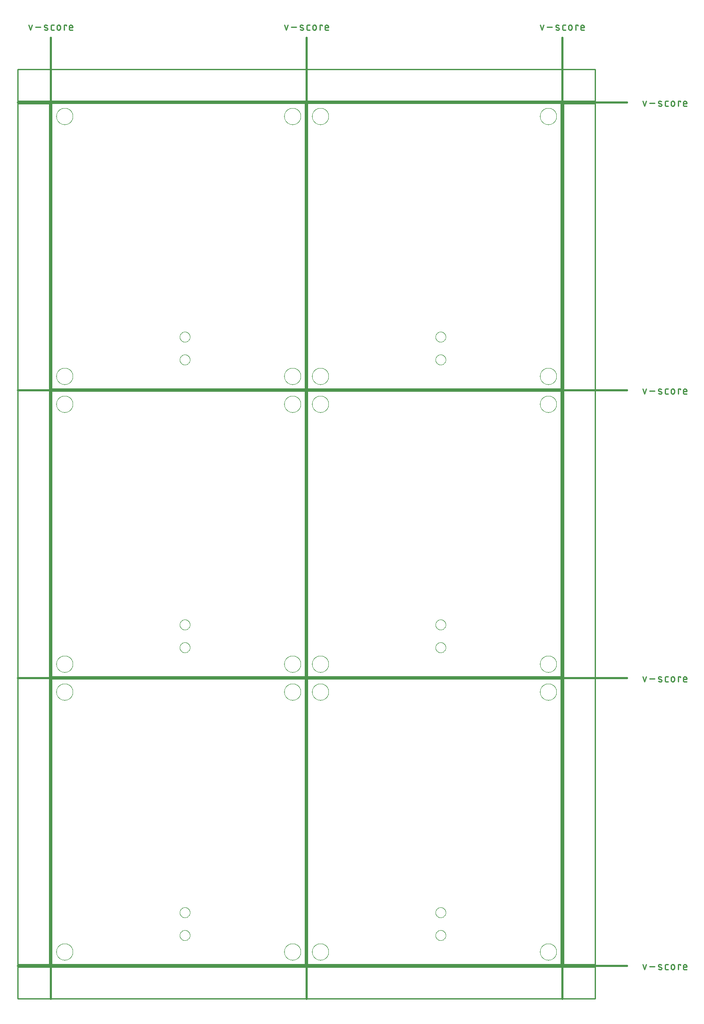
<source format=gko>
G04 EAGLE Gerber RS-274X export*
G75*
%MOMM*%
%FSLAX34Y34*%
%LPD*%
%IN*%
%IPPOS*%
%AMOC8*
5,1,8,0,0,1.08239X$1,22.5*%
G01*
%ADD10C,0.203200*%
%ADD11C,0.381000*%
%ADD12C,0.279400*%
%ADD13C,0.254000*%
%ADD14C,0.000000*%


D10*
X508000Y571500D02*
X508000Y0D01*
X0Y0D02*
X0Y571500D01*
X508000Y571500D01*
X508000Y0D02*
X0Y0D01*
X1021080Y0D02*
X1021080Y571500D01*
X513080Y571500D02*
X513080Y0D01*
X513080Y571500D02*
X1021080Y571500D01*
X1021080Y0D02*
X513080Y0D01*
X508000Y576580D02*
X508000Y1148080D01*
X0Y1148080D02*
X0Y576580D01*
X0Y1148080D02*
X508000Y1148080D01*
X508000Y576580D02*
X0Y576580D01*
X1021080Y576580D02*
X1021080Y1148080D01*
X513080Y1148080D02*
X513080Y576580D01*
X513080Y1148080D02*
X1021080Y1148080D01*
X1021080Y576580D02*
X513080Y576580D01*
X508000Y1153160D02*
X508000Y1724660D01*
X0Y1724660D02*
X0Y1153160D01*
X0Y1724660D02*
X508000Y1724660D01*
X508000Y1153160D02*
X0Y1153160D01*
X1021080Y1153160D02*
X1021080Y1724660D01*
X513080Y1724660D02*
X513080Y1153160D01*
X513080Y1724660D02*
X1021080Y1724660D01*
X1021080Y1153160D02*
X513080Y1153160D01*
D11*
X-2540Y1856740D02*
X-2540Y-68580D01*
D12*
X-42921Y1872107D02*
X-46251Y1882098D01*
X-39590Y1882098D02*
X-42921Y1872107D01*
X-32806Y1877935D02*
X-22815Y1877935D01*
X-14261Y1877935D02*
X-10098Y1876270D01*
X-14261Y1877934D02*
X-14346Y1877970D01*
X-14429Y1878010D01*
X-14510Y1878053D01*
X-14590Y1878100D01*
X-14667Y1878150D01*
X-14743Y1878203D01*
X-14816Y1878259D01*
X-14886Y1878319D01*
X-14954Y1878381D01*
X-15019Y1878446D01*
X-15081Y1878514D01*
X-15141Y1878585D01*
X-15197Y1878658D01*
X-15250Y1878733D01*
X-15300Y1878811D01*
X-15346Y1878890D01*
X-15389Y1878972D01*
X-15429Y1879055D01*
X-15465Y1879140D01*
X-15497Y1879226D01*
X-15526Y1879314D01*
X-15550Y1879403D01*
X-15571Y1879493D01*
X-15588Y1879583D01*
X-15602Y1879674D01*
X-15611Y1879766D01*
X-15616Y1879858D01*
X-15618Y1879950D01*
X-15616Y1880042D01*
X-15609Y1880134D01*
X-15599Y1880226D01*
X-15585Y1880317D01*
X-15567Y1880408D01*
X-15545Y1880497D01*
X-15519Y1880586D01*
X-15489Y1880673D01*
X-15456Y1880759D01*
X-15419Y1880843D01*
X-15379Y1880926D01*
X-15335Y1881007D01*
X-15288Y1881086D01*
X-15237Y1881163D01*
X-15183Y1881238D01*
X-15126Y1881311D01*
X-15066Y1881381D01*
X-15003Y1881448D01*
X-14937Y1881512D01*
X-14869Y1881574D01*
X-14798Y1881633D01*
X-14724Y1881688D01*
X-14648Y1881741D01*
X-14570Y1881790D01*
X-14490Y1881836D01*
X-14409Y1881878D01*
X-14325Y1881917D01*
X-14240Y1881952D01*
X-14153Y1881983D01*
X-14065Y1882011D01*
X-13976Y1882035D01*
X-13886Y1882055D01*
X-13796Y1882072D01*
X-13704Y1882084D01*
X-13612Y1882093D01*
X-13520Y1882097D01*
X-13428Y1882098D01*
X-13201Y1882092D01*
X-12974Y1882081D01*
X-12747Y1882064D01*
X-12521Y1882041D01*
X-12295Y1882014D01*
X-12070Y1881980D01*
X-11846Y1881942D01*
X-11623Y1881898D01*
X-11401Y1881849D01*
X-11180Y1881794D01*
X-10961Y1881734D01*
X-10743Y1881669D01*
X-10527Y1881598D01*
X-10313Y1881523D01*
X-10100Y1881442D01*
X-9890Y1881356D01*
X-9681Y1881265D01*
X-10098Y1876270D02*
X-10013Y1876234D01*
X-9930Y1876194D01*
X-9849Y1876151D01*
X-9769Y1876104D01*
X-9692Y1876054D01*
X-9616Y1876001D01*
X-9543Y1875945D01*
X-9473Y1875885D01*
X-9405Y1875823D01*
X-9340Y1875758D01*
X-9278Y1875690D01*
X-9218Y1875619D01*
X-9162Y1875546D01*
X-9109Y1875471D01*
X-9059Y1875393D01*
X-9013Y1875314D01*
X-8970Y1875232D01*
X-8930Y1875149D01*
X-8894Y1875064D01*
X-8862Y1874978D01*
X-8833Y1874890D01*
X-8809Y1874801D01*
X-8788Y1874711D01*
X-8771Y1874621D01*
X-8757Y1874530D01*
X-8748Y1874438D01*
X-8743Y1874346D01*
X-8741Y1874254D01*
X-8743Y1874162D01*
X-8750Y1874070D01*
X-8760Y1873978D01*
X-8774Y1873887D01*
X-8792Y1873796D01*
X-8814Y1873707D01*
X-8840Y1873618D01*
X-8870Y1873531D01*
X-8903Y1873445D01*
X-8940Y1873361D01*
X-8980Y1873278D01*
X-9024Y1873197D01*
X-9071Y1873118D01*
X-9122Y1873041D01*
X-9176Y1872966D01*
X-9233Y1872893D01*
X-9293Y1872823D01*
X-9356Y1872756D01*
X-9422Y1872692D01*
X-9490Y1872630D01*
X-9561Y1872571D01*
X-9635Y1872516D01*
X-9711Y1872463D01*
X-9789Y1872414D01*
X-9869Y1872368D01*
X-9950Y1872326D01*
X-10034Y1872287D01*
X-10119Y1872252D01*
X-10206Y1872221D01*
X-10294Y1872193D01*
X-10383Y1872169D01*
X-10473Y1872149D01*
X-10563Y1872132D01*
X-10655Y1872120D01*
X-10747Y1872111D01*
X-10839Y1872107D01*
X-10931Y1872106D01*
X-10931Y1872107D02*
X-11265Y1872116D01*
X-11598Y1872133D01*
X-11931Y1872157D01*
X-12264Y1872190D01*
X-12595Y1872230D01*
X-12926Y1872278D01*
X-13255Y1872334D01*
X-13583Y1872397D01*
X-13909Y1872469D01*
X-14233Y1872548D01*
X-14556Y1872634D01*
X-14876Y1872729D01*
X-15194Y1872831D01*
X-15510Y1872940D01*
X562Y1872107D02*
X3892Y1872107D01*
X562Y1872107D02*
X464Y1872109D01*
X366Y1872115D01*
X268Y1872124D01*
X171Y1872138D01*
X75Y1872155D01*
X-21Y1872176D01*
X-116Y1872201D01*
X-210Y1872229D01*
X-303Y1872261D01*
X-394Y1872297D01*
X-484Y1872336D01*
X-572Y1872379D01*
X-659Y1872426D01*
X-743Y1872475D01*
X-826Y1872528D01*
X-906Y1872584D01*
X-985Y1872643D01*
X-1060Y1872706D01*
X-1134Y1872771D01*
X-1204Y1872839D01*
X-1272Y1872909D01*
X-1338Y1872983D01*
X-1400Y1873059D01*
X-1459Y1873137D01*
X-1515Y1873217D01*
X-1568Y1873300D01*
X-1618Y1873384D01*
X-1664Y1873471D01*
X-1707Y1873559D01*
X-1746Y1873649D01*
X-1782Y1873740D01*
X-1814Y1873833D01*
X-1842Y1873927D01*
X-1867Y1874022D01*
X-1888Y1874118D01*
X-1905Y1874214D01*
X-1919Y1874311D01*
X-1928Y1874409D01*
X-1934Y1874507D01*
X-1936Y1874605D01*
X-1936Y1879600D01*
X-1934Y1879698D01*
X-1928Y1879796D01*
X-1919Y1879894D01*
X-1905Y1879991D01*
X-1888Y1880087D01*
X-1867Y1880183D01*
X-1842Y1880278D01*
X-1814Y1880372D01*
X-1782Y1880465D01*
X-1746Y1880556D01*
X-1707Y1880646D01*
X-1664Y1880734D01*
X-1617Y1880821D01*
X-1568Y1880905D01*
X-1515Y1880988D01*
X-1459Y1881068D01*
X-1400Y1881146D01*
X-1337Y1881222D01*
X-1272Y1881296D01*
X-1204Y1881366D01*
X-1134Y1881434D01*
X-1060Y1881499D01*
X-984Y1881562D01*
X-906Y1881621D01*
X-826Y1881677D01*
X-743Y1881730D01*
X-659Y1881779D01*
X-572Y1881826D01*
X-484Y1881869D01*
X-394Y1881908D01*
X-303Y1881944D01*
X-210Y1881976D01*
X-116Y1882004D01*
X-21Y1882029D01*
X75Y1882050D01*
X171Y1882067D01*
X268Y1882081D01*
X366Y1882090D01*
X464Y1882096D01*
X562Y1882098D01*
X3892Y1882098D01*
X10022Y1878767D02*
X10022Y1875437D01*
X10022Y1878767D02*
X10024Y1878881D01*
X10030Y1878994D01*
X10039Y1879108D01*
X10053Y1879220D01*
X10070Y1879333D01*
X10092Y1879445D01*
X10117Y1879555D01*
X10145Y1879665D01*
X10178Y1879774D01*
X10214Y1879882D01*
X10254Y1879989D01*
X10298Y1880094D01*
X10345Y1880197D01*
X10395Y1880299D01*
X10449Y1880399D01*
X10507Y1880497D01*
X10568Y1880593D01*
X10631Y1880687D01*
X10699Y1880779D01*
X10769Y1880869D01*
X10842Y1880955D01*
X10918Y1881040D01*
X10997Y1881122D01*
X11079Y1881201D01*
X11164Y1881277D01*
X11250Y1881350D01*
X11340Y1881420D01*
X11432Y1881488D01*
X11526Y1881551D01*
X11622Y1881612D01*
X11720Y1881670D01*
X11820Y1881724D01*
X11922Y1881774D01*
X12025Y1881821D01*
X12130Y1881865D01*
X12237Y1881905D01*
X12345Y1881941D01*
X12454Y1881974D01*
X12564Y1882002D01*
X12674Y1882027D01*
X12786Y1882049D01*
X12899Y1882066D01*
X13011Y1882080D01*
X13125Y1882089D01*
X13238Y1882095D01*
X13352Y1882097D01*
X13466Y1882095D01*
X13579Y1882089D01*
X13693Y1882080D01*
X13805Y1882066D01*
X13918Y1882049D01*
X14030Y1882027D01*
X14140Y1882002D01*
X14250Y1881974D01*
X14359Y1881941D01*
X14467Y1881905D01*
X14574Y1881865D01*
X14679Y1881821D01*
X14782Y1881774D01*
X14884Y1881724D01*
X14984Y1881670D01*
X15082Y1881612D01*
X15178Y1881551D01*
X15272Y1881488D01*
X15364Y1881420D01*
X15454Y1881350D01*
X15540Y1881277D01*
X15625Y1881201D01*
X15707Y1881122D01*
X15786Y1881040D01*
X15862Y1880955D01*
X15935Y1880869D01*
X16005Y1880779D01*
X16073Y1880687D01*
X16136Y1880593D01*
X16197Y1880497D01*
X16255Y1880399D01*
X16309Y1880299D01*
X16359Y1880197D01*
X16406Y1880094D01*
X16450Y1879989D01*
X16490Y1879882D01*
X16526Y1879774D01*
X16559Y1879665D01*
X16587Y1879555D01*
X16612Y1879445D01*
X16634Y1879333D01*
X16651Y1879220D01*
X16665Y1879108D01*
X16674Y1878994D01*
X16680Y1878881D01*
X16682Y1878767D01*
X16682Y1875437D01*
X16680Y1875323D01*
X16674Y1875210D01*
X16665Y1875096D01*
X16651Y1874984D01*
X16634Y1874871D01*
X16612Y1874759D01*
X16587Y1874649D01*
X16559Y1874539D01*
X16526Y1874430D01*
X16490Y1874322D01*
X16450Y1874215D01*
X16406Y1874110D01*
X16359Y1874007D01*
X16309Y1873905D01*
X16255Y1873805D01*
X16197Y1873707D01*
X16136Y1873611D01*
X16073Y1873517D01*
X16005Y1873425D01*
X15935Y1873335D01*
X15862Y1873249D01*
X15786Y1873164D01*
X15707Y1873082D01*
X15625Y1873003D01*
X15540Y1872927D01*
X15454Y1872854D01*
X15364Y1872784D01*
X15272Y1872716D01*
X15178Y1872653D01*
X15082Y1872592D01*
X14984Y1872534D01*
X14884Y1872480D01*
X14782Y1872430D01*
X14679Y1872383D01*
X14574Y1872339D01*
X14467Y1872299D01*
X14359Y1872263D01*
X14250Y1872230D01*
X14140Y1872202D01*
X14030Y1872177D01*
X13918Y1872155D01*
X13805Y1872138D01*
X13693Y1872124D01*
X13579Y1872115D01*
X13466Y1872109D01*
X13352Y1872107D01*
X13238Y1872109D01*
X13125Y1872115D01*
X13011Y1872124D01*
X12899Y1872138D01*
X12786Y1872155D01*
X12674Y1872177D01*
X12564Y1872202D01*
X12454Y1872230D01*
X12345Y1872263D01*
X12237Y1872299D01*
X12130Y1872339D01*
X12025Y1872383D01*
X11922Y1872430D01*
X11820Y1872480D01*
X11720Y1872534D01*
X11622Y1872592D01*
X11526Y1872653D01*
X11432Y1872716D01*
X11340Y1872784D01*
X11250Y1872854D01*
X11164Y1872927D01*
X11079Y1873003D01*
X10997Y1873082D01*
X10918Y1873164D01*
X10842Y1873249D01*
X10769Y1873335D01*
X10699Y1873425D01*
X10631Y1873517D01*
X10568Y1873611D01*
X10507Y1873707D01*
X10449Y1873805D01*
X10395Y1873905D01*
X10345Y1874007D01*
X10298Y1874110D01*
X10254Y1874215D01*
X10214Y1874322D01*
X10178Y1874430D01*
X10145Y1874539D01*
X10117Y1874649D01*
X10092Y1874759D01*
X10070Y1874871D01*
X10053Y1874984D01*
X10039Y1875096D01*
X10030Y1875210D01*
X10024Y1875323D01*
X10022Y1875437D01*
X24218Y1872107D02*
X24218Y1882098D01*
X29213Y1882098D01*
X29213Y1880433D01*
X37008Y1872107D02*
X41171Y1872107D01*
X37008Y1872107D02*
X36910Y1872109D01*
X36812Y1872115D01*
X36714Y1872124D01*
X36617Y1872138D01*
X36521Y1872155D01*
X36425Y1872176D01*
X36330Y1872201D01*
X36236Y1872229D01*
X36143Y1872261D01*
X36052Y1872297D01*
X35962Y1872336D01*
X35874Y1872379D01*
X35787Y1872426D01*
X35703Y1872475D01*
X35620Y1872528D01*
X35540Y1872584D01*
X35462Y1872643D01*
X35386Y1872706D01*
X35312Y1872771D01*
X35242Y1872839D01*
X35174Y1872909D01*
X35109Y1872983D01*
X35046Y1873059D01*
X34987Y1873137D01*
X34931Y1873217D01*
X34878Y1873300D01*
X34829Y1873384D01*
X34782Y1873471D01*
X34739Y1873559D01*
X34700Y1873649D01*
X34664Y1873740D01*
X34632Y1873833D01*
X34604Y1873927D01*
X34579Y1874022D01*
X34558Y1874118D01*
X34541Y1874214D01*
X34527Y1874311D01*
X34518Y1874409D01*
X34512Y1874507D01*
X34510Y1874605D01*
X34510Y1878767D01*
X34511Y1878767D02*
X34513Y1878881D01*
X34519Y1878994D01*
X34528Y1879108D01*
X34542Y1879220D01*
X34559Y1879333D01*
X34581Y1879445D01*
X34606Y1879555D01*
X34634Y1879665D01*
X34667Y1879774D01*
X34703Y1879882D01*
X34743Y1879989D01*
X34787Y1880094D01*
X34834Y1880197D01*
X34884Y1880299D01*
X34938Y1880399D01*
X34996Y1880497D01*
X35057Y1880593D01*
X35120Y1880687D01*
X35188Y1880779D01*
X35258Y1880869D01*
X35331Y1880955D01*
X35407Y1881040D01*
X35486Y1881122D01*
X35568Y1881201D01*
X35653Y1881277D01*
X35739Y1881350D01*
X35829Y1881420D01*
X35921Y1881488D01*
X36015Y1881551D01*
X36111Y1881612D01*
X36209Y1881670D01*
X36309Y1881724D01*
X36411Y1881774D01*
X36514Y1881821D01*
X36619Y1881865D01*
X36726Y1881905D01*
X36834Y1881941D01*
X36943Y1881974D01*
X37053Y1882002D01*
X37163Y1882027D01*
X37275Y1882049D01*
X37388Y1882066D01*
X37500Y1882080D01*
X37614Y1882089D01*
X37727Y1882095D01*
X37841Y1882097D01*
X37955Y1882095D01*
X38068Y1882089D01*
X38182Y1882080D01*
X38294Y1882066D01*
X38407Y1882049D01*
X38519Y1882027D01*
X38629Y1882002D01*
X38739Y1881974D01*
X38848Y1881941D01*
X38956Y1881905D01*
X39063Y1881865D01*
X39168Y1881821D01*
X39271Y1881774D01*
X39373Y1881724D01*
X39473Y1881670D01*
X39571Y1881612D01*
X39667Y1881551D01*
X39761Y1881488D01*
X39853Y1881420D01*
X39943Y1881350D01*
X40029Y1881277D01*
X40114Y1881201D01*
X40196Y1881122D01*
X40275Y1881040D01*
X40351Y1880955D01*
X40424Y1880869D01*
X40494Y1880779D01*
X40562Y1880687D01*
X40625Y1880593D01*
X40686Y1880497D01*
X40744Y1880399D01*
X40798Y1880299D01*
X40848Y1880197D01*
X40895Y1880094D01*
X40939Y1879989D01*
X40979Y1879882D01*
X41015Y1879774D01*
X41048Y1879665D01*
X41076Y1879555D01*
X41101Y1879445D01*
X41123Y1879333D01*
X41140Y1879220D01*
X41154Y1879108D01*
X41163Y1878994D01*
X41169Y1878881D01*
X41171Y1878767D01*
X41171Y1877102D01*
X34510Y1877102D01*
D11*
X510540Y1856740D02*
X510540Y-68580D01*
D12*
X470159Y1872107D02*
X466829Y1882098D01*
X473490Y1882098D02*
X470159Y1872107D01*
X480274Y1877935D02*
X490265Y1877935D01*
X498819Y1877935D02*
X502982Y1876270D01*
X498819Y1877934D02*
X498734Y1877970D01*
X498651Y1878010D01*
X498570Y1878053D01*
X498490Y1878100D01*
X498413Y1878150D01*
X498337Y1878203D01*
X498264Y1878259D01*
X498194Y1878319D01*
X498126Y1878381D01*
X498061Y1878446D01*
X497999Y1878514D01*
X497939Y1878585D01*
X497883Y1878658D01*
X497830Y1878733D01*
X497780Y1878811D01*
X497734Y1878890D01*
X497691Y1878972D01*
X497651Y1879055D01*
X497615Y1879140D01*
X497583Y1879226D01*
X497554Y1879314D01*
X497530Y1879403D01*
X497509Y1879493D01*
X497492Y1879583D01*
X497478Y1879674D01*
X497469Y1879766D01*
X497464Y1879858D01*
X497462Y1879950D01*
X497464Y1880042D01*
X497471Y1880134D01*
X497481Y1880226D01*
X497495Y1880317D01*
X497513Y1880408D01*
X497535Y1880497D01*
X497561Y1880586D01*
X497591Y1880673D01*
X497624Y1880759D01*
X497661Y1880843D01*
X497701Y1880926D01*
X497745Y1881007D01*
X497792Y1881086D01*
X497843Y1881163D01*
X497897Y1881238D01*
X497954Y1881311D01*
X498014Y1881381D01*
X498077Y1881448D01*
X498143Y1881512D01*
X498211Y1881574D01*
X498282Y1881633D01*
X498356Y1881688D01*
X498432Y1881741D01*
X498510Y1881790D01*
X498590Y1881836D01*
X498671Y1881878D01*
X498755Y1881917D01*
X498840Y1881952D01*
X498927Y1881983D01*
X499015Y1882011D01*
X499104Y1882035D01*
X499194Y1882055D01*
X499284Y1882072D01*
X499376Y1882084D01*
X499468Y1882093D01*
X499560Y1882097D01*
X499652Y1882098D01*
X499879Y1882092D01*
X500106Y1882081D01*
X500333Y1882064D01*
X500559Y1882041D01*
X500785Y1882014D01*
X501010Y1881980D01*
X501234Y1881942D01*
X501457Y1881898D01*
X501679Y1881849D01*
X501900Y1881794D01*
X502119Y1881734D01*
X502337Y1881669D01*
X502553Y1881598D01*
X502767Y1881523D01*
X502980Y1881442D01*
X503190Y1881356D01*
X503399Y1881265D01*
X502982Y1876270D02*
X503067Y1876234D01*
X503150Y1876194D01*
X503231Y1876151D01*
X503311Y1876104D01*
X503388Y1876054D01*
X503464Y1876001D01*
X503537Y1875945D01*
X503607Y1875885D01*
X503675Y1875823D01*
X503740Y1875758D01*
X503802Y1875690D01*
X503862Y1875619D01*
X503918Y1875546D01*
X503971Y1875471D01*
X504021Y1875393D01*
X504067Y1875314D01*
X504110Y1875232D01*
X504150Y1875149D01*
X504186Y1875064D01*
X504218Y1874978D01*
X504247Y1874890D01*
X504271Y1874801D01*
X504292Y1874711D01*
X504309Y1874621D01*
X504323Y1874530D01*
X504332Y1874438D01*
X504337Y1874346D01*
X504339Y1874254D01*
X504337Y1874162D01*
X504330Y1874070D01*
X504320Y1873978D01*
X504306Y1873887D01*
X504288Y1873796D01*
X504266Y1873707D01*
X504240Y1873618D01*
X504210Y1873531D01*
X504177Y1873445D01*
X504140Y1873361D01*
X504100Y1873278D01*
X504056Y1873197D01*
X504009Y1873118D01*
X503958Y1873041D01*
X503904Y1872966D01*
X503847Y1872893D01*
X503787Y1872823D01*
X503724Y1872756D01*
X503658Y1872692D01*
X503590Y1872630D01*
X503519Y1872571D01*
X503445Y1872516D01*
X503369Y1872463D01*
X503291Y1872414D01*
X503211Y1872368D01*
X503130Y1872326D01*
X503046Y1872287D01*
X502961Y1872252D01*
X502874Y1872221D01*
X502786Y1872193D01*
X502697Y1872169D01*
X502607Y1872149D01*
X502517Y1872132D01*
X502425Y1872120D01*
X502333Y1872111D01*
X502241Y1872107D01*
X502149Y1872106D01*
X502149Y1872107D02*
X501815Y1872116D01*
X501482Y1872133D01*
X501149Y1872157D01*
X500816Y1872190D01*
X500485Y1872230D01*
X500154Y1872278D01*
X499825Y1872334D01*
X499497Y1872397D01*
X499171Y1872469D01*
X498847Y1872548D01*
X498524Y1872634D01*
X498204Y1872729D01*
X497886Y1872831D01*
X497570Y1872940D01*
X513642Y1872107D02*
X516972Y1872107D01*
X513642Y1872107D02*
X513544Y1872109D01*
X513446Y1872115D01*
X513348Y1872124D01*
X513251Y1872138D01*
X513155Y1872155D01*
X513059Y1872176D01*
X512964Y1872201D01*
X512870Y1872229D01*
X512777Y1872261D01*
X512686Y1872297D01*
X512596Y1872336D01*
X512508Y1872379D01*
X512421Y1872426D01*
X512337Y1872475D01*
X512254Y1872528D01*
X512174Y1872584D01*
X512096Y1872643D01*
X512020Y1872706D01*
X511946Y1872771D01*
X511876Y1872839D01*
X511808Y1872909D01*
X511743Y1872983D01*
X511680Y1873059D01*
X511621Y1873137D01*
X511565Y1873217D01*
X511512Y1873300D01*
X511463Y1873384D01*
X511416Y1873471D01*
X511373Y1873559D01*
X511334Y1873649D01*
X511298Y1873740D01*
X511266Y1873833D01*
X511238Y1873927D01*
X511213Y1874022D01*
X511192Y1874118D01*
X511175Y1874214D01*
X511161Y1874311D01*
X511152Y1874409D01*
X511146Y1874507D01*
X511144Y1874605D01*
X511144Y1879600D01*
X511146Y1879698D01*
X511152Y1879796D01*
X511161Y1879894D01*
X511175Y1879991D01*
X511192Y1880087D01*
X511213Y1880183D01*
X511238Y1880278D01*
X511266Y1880372D01*
X511298Y1880465D01*
X511334Y1880556D01*
X511373Y1880646D01*
X511416Y1880734D01*
X511463Y1880821D01*
X511512Y1880905D01*
X511565Y1880988D01*
X511621Y1881068D01*
X511680Y1881147D01*
X511743Y1881222D01*
X511808Y1881296D01*
X511876Y1881366D01*
X511946Y1881434D01*
X512020Y1881500D01*
X512096Y1881562D01*
X512174Y1881621D01*
X512254Y1881677D01*
X512337Y1881730D01*
X512421Y1881780D01*
X512508Y1881826D01*
X512596Y1881869D01*
X512686Y1881908D01*
X512777Y1881944D01*
X512870Y1881976D01*
X512964Y1882004D01*
X513059Y1882029D01*
X513155Y1882050D01*
X513251Y1882067D01*
X513348Y1882081D01*
X513446Y1882090D01*
X513544Y1882096D01*
X513642Y1882098D01*
X516972Y1882098D01*
X523102Y1878767D02*
X523102Y1875437D01*
X523102Y1878767D02*
X523104Y1878881D01*
X523110Y1878994D01*
X523119Y1879108D01*
X523133Y1879220D01*
X523150Y1879333D01*
X523172Y1879445D01*
X523197Y1879555D01*
X523225Y1879665D01*
X523258Y1879774D01*
X523294Y1879882D01*
X523334Y1879989D01*
X523378Y1880094D01*
X523425Y1880197D01*
X523475Y1880299D01*
X523529Y1880399D01*
X523587Y1880497D01*
X523648Y1880593D01*
X523711Y1880687D01*
X523779Y1880779D01*
X523849Y1880869D01*
X523922Y1880955D01*
X523998Y1881040D01*
X524077Y1881122D01*
X524159Y1881201D01*
X524244Y1881277D01*
X524330Y1881350D01*
X524420Y1881420D01*
X524512Y1881488D01*
X524606Y1881551D01*
X524702Y1881612D01*
X524800Y1881670D01*
X524900Y1881724D01*
X525002Y1881774D01*
X525105Y1881821D01*
X525210Y1881865D01*
X525317Y1881905D01*
X525425Y1881941D01*
X525534Y1881974D01*
X525644Y1882002D01*
X525754Y1882027D01*
X525866Y1882049D01*
X525979Y1882066D01*
X526091Y1882080D01*
X526205Y1882089D01*
X526318Y1882095D01*
X526432Y1882097D01*
X526546Y1882095D01*
X526659Y1882089D01*
X526773Y1882080D01*
X526885Y1882066D01*
X526998Y1882049D01*
X527110Y1882027D01*
X527220Y1882002D01*
X527330Y1881974D01*
X527439Y1881941D01*
X527547Y1881905D01*
X527654Y1881865D01*
X527759Y1881821D01*
X527862Y1881774D01*
X527964Y1881724D01*
X528064Y1881670D01*
X528162Y1881612D01*
X528258Y1881551D01*
X528352Y1881488D01*
X528444Y1881420D01*
X528534Y1881350D01*
X528620Y1881277D01*
X528705Y1881201D01*
X528787Y1881122D01*
X528866Y1881040D01*
X528942Y1880955D01*
X529015Y1880869D01*
X529085Y1880779D01*
X529153Y1880687D01*
X529216Y1880593D01*
X529277Y1880497D01*
X529335Y1880399D01*
X529389Y1880299D01*
X529439Y1880197D01*
X529486Y1880094D01*
X529530Y1879989D01*
X529570Y1879882D01*
X529606Y1879774D01*
X529639Y1879665D01*
X529667Y1879555D01*
X529692Y1879445D01*
X529714Y1879333D01*
X529731Y1879220D01*
X529745Y1879108D01*
X529754Y1878994D01*
X529760Y1878881D01*
X529762Y1878767D01*
X529762Y1875437D01*
X529760Y1875323D01*
X529754Y1875210D01*
X529745Y1875096D01*
X529731Y1874984D01*
X529714Y1874871D01*
X529692Y1874759D01*
X529667Y1874649D01*
X529639Y1874539D01*
X529606Y1874430D01*
X529570Y1874322D01*
X529530Y1874215D01*
X529486Y1874110D01*
X529439Y1874007D01*
X529389Y1873905D01*
X529335Y1873805D01*
X529277Y1873707D01*
X529216Y1873611D01*
X529153Y1873517D01*
X529085Y1873425D01*
X529015Y1873335D01*
X528942Y1873249D01*
X528866Y1873164D01*
X528787Y1873082D01*
X528705Y1873003D01*
X528620Y1872927D01*
X528534Y1872854D01*
X528444Y1872784D01*
X528352Y1872716D01*
X528258Y1872653D01*
X528162Y1872592D01*
X528064Y1872534D01*
X527964Y1872480D01*
X527862Y1872430D01*
X527759Y1872383D01*
X527654Y1872339D01*
X527547Y1872299D01*
X527439Y1872263D01*
X527330Y1872230D01*
X527220Y1872202D01*
X527110Y1872177D01*
X526998Y1872155D01*
X526885Y1872138D01*
X526773Y1872124D01*
X526659Y1872115D01*
X526546Y1872109D01*
X526432Y1872107D01*
X526318Y1872109D01*
X526205Y1872115D01*
X526091Y1872124D01*
X525979Y1872138D01*
X525866Y1872155D01*
X525754Y1872177D01*
X525644Y1872202D01*
X525534Y1872230D01*
X525425Y1872263D01*
X525317Y1872299D01*
X525210Y1872339D01*
X525105Y1872383D01*
X525002Y1872430D01*
X524900Y1872480D01*
X524800Y1872534D01*
X524702Y1872592D01*
X524606Y1872653D01*
X524512Y1872716D01*
X524420Y1872784D01*
X524330Y1872854D01*
X524244Y1872927D01*
X524159Y1873003D01*
X524077Y1873082D01*
X523998Y1873164D01*
X523922Y1873249D01*
X523849Y1873335D01*
X523779Y1873425D01*
X523711Y1873517D01*
X523648Y1873611D01*
X523587Y1873707D01*
X523529Y1873805D01*
X523475Y1873905D01*
X523425Y1874007D01*
X523378Y1874110D01*
X523334Y1874215D01*
X523294Y1874322D01*
X523258Y1874430D01*
X523225Y1874539D01*
X523197Y1874649D01*
X523172Y1874759D01*
X523150Y1874871D01*
X523133Y1874984D01*
X523119Y1875096D01*
X523110Y1875210D01*
X523104Y1875323D01*
X523102Y1875437D01*
X537298Y1872107D02*
X537298Y1882098D01*
X542293Y1882098D01*
X542293Y1880433D01*
X550088Y1872107D02*
X554251Y1872107D01*
X550088Y1872107D02*
X549990Y1872109D01*
X549892Y1872115D01*
X549794Y1872124D01*
X549697Y1872138D01*
X549601Y1872155D01*
X549505Y1872176D01*
X549410Y1872201D01*
X549316Y1872229D01*
X549223Y1872261D01*
X549132Y1872297D01*
X549042Y1872336D01*
X548954Y1872379D01*
X548867Y1872426D01*
X548783Y1872475D01*
X548700Y1872528D01*
X548620Y1872584D01*
X548542Y1872643D01*
X548466Y1872706D01*
X548392Y1872771D01*
X548322Y1872839D01*
X548254Y1872909D01*
X548189Y1872983D01*
X548126Y1873059D01*
X548067Y1873137D01*
X548011Y1873217D01*
X547958Y1873300D01*
X547909Y1873384D01*
X547862Y1873471D01*
X547819Y1873559D01*
X547780Y1873649D01*
X547744Y1873740D01*
X547712Y1873833D01*
X547684Y1873927D01*
X547659Y1874022D01*
X547638Y1874118D01*
X547621Y1874214D01*
X547607Y1874311D01*
X547598Y1874409D01*
X547592Y1874507D01*
X547590Y1874605D01*
X547590Y1878767D01*
X547591Y1878767D02*
X547593Y1878881D01*
X547599Y1878994D01*
X547608Y1879108D01*
X547622Y1879220D01*
X547639Y1879333D01*
X547661Y1879445D01*
X547686Y1879555D01*
X547714Y1879665D01*
X547747Y1879774D01*
X547783Y1879882D01*
X547823Y1879989D01*
X547867Y1880094D01*
X547914Y1880197D01*
X547964Y1880299D01*
X548018Y1880399D01*
X548076Y1880497D01*
X548137Y1880593D01*
X548200Y1880687D01*
X548268Y1880779D01*
X548338Y1880869D01*
X548411Y1880955D01*
X548487Y1881040D01*
X548566Y1881122D01*
X548648Y1881201D01*
X548733Y1881277D01*
X548819Y1881350D01*
X548909Y1881420D01*
X549001Y1881488D01*
X549095Y1881551D01*
X549191Y1881612D01*
X549289Y1881670D01*
X549389Y1881724D01*
X549491Y1881774D01*
X549594Y1881821D01*
X549699Y1881865D01*
X549806Y1881905D01*
X549914Y1881941D01*
X550023Y1881974D01*
X550133Y1882002D01*
X550243Y1882027D01*
X550355Y1882049D01*
X550468Y1882066D01*
X550580Y1882080D01*
X550694Y1882089D01*
X550807Y1882095D01*
X550921Y1882097D01*
X551035Y1882095D01*
X551148Y1882089D01*
X551262Y1882080D01*
X551374Y1882066D01*
X551487Y1882049D01*
X551599Y1882027D01*
X551709Y1882002D01*
X551819Y1881974D01*
X551928Y1881941D01*
X552036Y1881905D01*
X552143Y1881865D01*
X552248Y1881821D01*
X552351Y1881774D01*
X552453Y1881724D01*
X552553Y1881670D01*
X552651Y1881612D01*
X552747Y1881551D01*
X552841Y1881488D01*
X552933Y1881420D01*
X553023Y1881350D01*
X553109Y1881277D01*
X553194Y1881201D01*
X553276Y1881122D01*
X553355Y1881040D01*
X553431Y1880955D01*
X553504Y1880869D01*
X553574Y1880779D01*
X553642Y1880687D01*
X553705Y1880593D01*
X553766Y1880497D01*
X553824Y1880399D01*
X553878Y1880299D01*
X553928Y1880197D01*
X553975Y1880094D01*
X554019Y1879989D01*
X554059Y1879882D01*
X554095Y1879774D01*
X554128Y1879665D01*
X554156Y1879555D01*
X554181Y1879445D01*
X554203Y1879333D01*
X554220Y1879220D01*
X554234Y1879108D01*
X554243Y1878994D01*
X554249Y1878881D01*
X554251Y1878767D01*
X554251Y1877102D01*
X547590Y1877102D01*
D11*
X1023620Y1856740D02*
X1023620Y-68580D01*
D12*
X983239Y1872107D02*
X979909Y1882098D01*
X986570Y1882098D02*
X983239Y1872107D01*
X993354Y1877935D02*
X1003345Y1877935D01*
X1011899Y1877935D02*
X1016062Y1876270D01*
X1011899Y1877934D02*
X1011814Y1877970D01*
X1011731Y1878010D01*
X1011650Y1878053D01*
X1011570Y1878100D01*
X1011493Y1878150D01*
X1011417Y1878203D01*
X1011344Y1878259D01*
X1011274Y1878319D01*
X1011206Y1878381D01*
X1011141Y1878446D01*
X1011079Y1878514D01*
X1011019Y1878585D01*
X1010963Y1878658D01*
X1010910Y1878733D01*
X1010860Y1878811D01*
X1010814Y1878890D01*
X1010771Y1878972D01*
X1010731Y1879055D01*
X1010695Y1879140D01*
X1010663Y1879226D01*
X1010634Y1879314D01*
X1010610Y1879403D01*
X1010589Y1879493D01*
X1010572Y1879583D01*
X1010558Y1879674D01*
X1010549Y1879766D01*
X1010544Y1879858D01*
X1010542Y1879950D01*
X1010544Y1880042D01*
X1010551Y1880134D01*
X1010561Y1880226D01*
X1010575Y1880317D01*
X1010593Y1880408D01*
X1010615Y1880497D01*
X1010641Y1880586D01*
X1010671Y1880673D01*
X1010704Y1880759D01*
X1010741Y1880843D01*
X1010781Y1880926D01*
X1010825Y1881007D01*
X1010872Y1881086D01*
X1010923Y1881163D01*
X1010977Y1881238D01*
X1011034Y1881311D01*
X1011094Y1881381D01*
X1011157Y1881448D01*
X1011223Y1881512D01*
X1011291Y1881574D01*
X1011362Y1881633D01*
X1011436Y1881688D01*
X1011512Y1881741D01*
X1011590Y1881790D01*
X1011670Y1881836D01*
X1011751Y1881878D01*
X1011835Y1881917D01*
X1011920Y1881952D01*
X1012007Y1881983D01*
X1012095Y1882011D01*
X1012184Y1882035D01*
X1012274Y1882055D01*
X1012364Y1882072D01*
X1012456Y1882084D01*
X1012548Y1882093D01*
X1012640Y1882097D01*
X1012732Y1882098D01*
X1012959Y1882092D01*
X1013186Y1882081D01*
X1013413Y1882064D01*
X1013639Y1882041D01*
X1013865Y1882014D01*
X1014090Y1881980D01*
X1014314Y1881942D01*
X1014537Y1881898D01*
X1014759Y1881849D01*
X1014980Y1881794D01*
X1015199Y1881734D01*
X1015417Y1881669D01*
X1015633Y1881598D01*
X1015847Y1881523D01*
X1016060Y1881442D01*
X1016270Y1881356D01*
X1016479Y1881265D01*
X1016062Y1876270D02*
X1016147Y1876234D01*
X1016230Y1876194D01*
X1016311Y1876151D01*
X1016391Y1876104D01*
X1016468Y1876054D01*
X1016544Y1876001D01*
X1016617Y1875945D01*
X1016687Y1875885D01*
X1016755Y1875823D01*
X1016820Y1875758D01*
X1016882Y1875690D01*
X1016942Y1875619D01*
X1016998Y1875546D01*
X1017051Y1875471D01*
X1017101Y1875393D01*
X1017147Y1875314D01*
X1017190Y1875232D01*
X1017230Y1875149D01*
X1017266Y1875064D01*
X1017298Y1874978D01*
X1017327Y1874890D01*
X1017351Y1874801D01*
X1017372Y1874711D01*
X1017389Y1874621D01*
X1017403Y1874530D01*
X1017412Y1874438D01*
X1017417Y1874346D01*
X1017419Y1874254D01*
X1017417Y1874162D01*
X1017410Y1874070D01*
X1017400Y1873978D01*
X1017386Y1873887D01*
X1017368Y1873796D01*
X1017346Y1873707D01*
X1017320Y1873618D01*
X1017290Y1873531D01*
X1017257Y1873445D01*
X1017220Y1873361D01*
X1017180Y1873278D01*
X1017136Y1873197D01*
X1017089Y1873118D01*
X1017038Y1873041D01*
X1016984Y1872966D01*
X1016927Y1872893D01*
X1016867Y1872823D01*
X1016804Y1872756D01*
X1016738Y1872692D01*
X1016670Y1872630D01*
X1016599Y1872571D01*
X1016525Y1872516D01*
X1016449Y1872463D01*
X1016371Y1872414D01*
X1016291Y1872368D01*
X1016210Y1872326D01*
X1016126Y1872287D01*
X1016041Y1872252D01*
X1015954Y1872221D01*
X1015866Y1872193D01*
X1015777Y1872169D01*
X1015687Y1872149D01*
X1015597Y1872132D01*
X1015505Y1872120D01*
X1015413Y1872111D01*
X1015321Y1872107D01*
X1015229Y1872106D01*
X1015229Y1872107D02*
X1014895Y1872116D01*
X1014562Y1872133D01*
X1014229Y1872157D01*
X1013896Y1872190D01*
X1013565Y1872230D01*
X1013234Y1872278D01*
X1012905Y1872334D01*
X1012577Y1872397D01*
X1012251Y1872469D01*
X1011927Y1872548D01*
X1011604Y1872634D01*
X1011284Y1872729D01*
X1010966Y1872831D01*
X1010650Y1872940D01*
X1026722Y1872107D02*
X1030052Y1872107D01*
X1026722Y1872107D02*
X1026624Y1872109D01*
X1026526Y1872115D01*
X1026428Y1872124D01*
X1026331Y1872138D01*
X1026235Y1872155D01*
X1026139Y1872176D01*
X1026044Y1872201D01*
X1025950Y1872229D01*
X1025857Y1872261D01*
X1025766Y1872297D01*
X1025676Y1872336D01*
X1025588Y1872379D01*
X1025501Y1872426D01*
X1025417Y1872475D01*
X1025334Y1872528D01*
X1025254Y1872584D01*
X1025176Y1872643D01*
X1025100Y1872706D01*
X1025026Y1872771D01*
X1024956Y1872839D01*
X1024888Y1872909D01*
X1024823Y1872983D01*
X1024760Y1873059D01*
X1024701Y1873137D01*
X1024645Y1873217D01*
X1024592Y1873300D01*
X1024543Y1873384D01*
X1024496Y1873471D01*
X1024453Y1873559D01*
X1024414Y1873649D01*
X1024378Y1873740D01*
X1024346Y1873833D01*
X1024318Y1873927D01*
X1024293Y1874022D01*
X1024272Y1874118D01*
X1024255Y1874214D01*
X1024241Y1874311D01*
X1024232Y1874409D01*
X1024226Y1874507D01*
X1024224Y1874605D01*
X1024224Y1879600D01*
X1024226Y1879698D01*
X1024232Y1879796D01*
X1024241Y1879894D01*
X1024255Y1879991D01*
X1024272Y1880087D01*
X1024293Y1880183D01*
X1024318Y1880278D01*
X1024346Y1880372D01*
X1024378Y1880465D01*
X1024414Y1880556D01*
X1024453Y1880646D01*
X1024496Y1880734D01*
X1024543Y1880821D01*
X1024592Y1880905D01*
X1024645Y1880988D01*
X1024701Y1881068D01*
X1024760Y1881147D01*
X1024823Y1881222D01*
X1024888Y1881296D01*
X1024956Y1881366D01*
X1025026Y1881434D01*
X1025100Y1881500D01*
X1025176Y1881562D01*
X1025254Y1881621D01*
X1025334Y1881677D01*
X1025417Y1881730D01*
X1025501Y1881780D01*
X1025588Y1881826D01*
X1025676Y1881869D01*
X1025766Y1881908D01*
X1025857Y1881944D01*
X1025950Y1881976D01*
X1026044Y1882004D01*
X1026139Y1882029D01*
X1026235Y1882050D01*
X1026331Y1882067D01*
X1026428Y1882081D01*
X1026526Y1882090D01*
X1026624Y1882096D01*
X1026722Y1882098D01*
X1030052Y1882098D01*
X1036182Y1878767D02*
X1036182Y1875437D01*
X1036182Y1878767D02*
X1036184Y1878881D01*
X1036190Y1878994D01*
X1036199Y1879108D01*
X1036213Y1879220D01*
X1036230Y1879333D01*
X1036252Y1879445D01*
X1036277Y1879555D01*
X1036305Y1879665D01*
X1036338Y1879774D01*
X1036374Y1879882D01*
X1036414Y1879989D01*
X1036458Y1880094D01*
X1036505Y1880197D01*
X1036555Y1880299D01*
X1036609Y1880399D01*
X1036667Y1880497D01*
X1036728Y1880593D01*
X1036791Y1880687D01*
X1036859Y1880779D01*
X1036929Y1880869D01*
X1037002Y1880955D01*
X1037078Y1881040D01*
X1037157Y1881122D01*
X1037239Y1881201D01*
X1037324Y1881277D01*
X1037410Y1881350D01*
X1037500Y1881420D01*
X1037592Y1881488D01*
X1037686Y1881551D01*
X1037782Y1881612D01*
X1037880Y1881670D01*
X1037980Y1881724D01*
X1038082Y1881774D01*
X1038185Y1881821D01*
X1038290Y1881865D01*
X1038397Y1881905D01*
X1038505Y1881941D01*
X1038614Y1881974D01*
X1038724Y1882002D01*
X1038834Y1882027D01*
X1038946Y1882049D01*
X1039059Y1882066D01*
X1039171Y1882080D01*
X1039285Y1882089D01*
X1039398Y1882095D01*
X1039512Y1882097D01*
X1039626Y1882095D01*
X1039739Y1882089D01*
X1039853Y1882080D01*
X1039965Y1882066D01*
X1040078Y1882049D01*
X1040190Y1882027D01*
X1040300Y1882002D01*
X1040410Y1881974D01*
X1040519Y1881941D01*
X1040627Y1881905D01*
X1040734Y1881865D01*
X1040839Y1881821D01*
X1040942Y1881774D01*
X1041044Y1881724D01*
X1041144Y1881670D01*
X1041242Y1881612D01*
X1041338Y1881551D01*
X1041432Y1881488D01*
X1041524Y1881420D01*
X1041614Y1881350D01*
X1041700Y1881277D01*
X1041785Y1881201D01*
X1041867Y1881122D01*
X1041946Y1881040D01*
X1042022Y1880955D01*
X1042095Y1880869D01*
X1042165Y1880779D01*
X1042233Y1880687D01*
X1042296Y1880593D01*
X1042357Y1880497D01*
X1042415Y1880399D01*
X1042469Y1880299D01*
X1042519Y1880197D01*
X1042566Y1880094D01*
X1042610Y1879989D01*
X1042650Y1879882D01*
X1042686Y1879774D01*
X1042719Y1879665D01*
X1042747Y1879555D01*
X1042772Y1879445D01*
X1042794Y1879333D01*
X1042811Y1879220D01*
X1042825Y1879108D01*
X1042834Y1878994D01*
X1042840Y1878881D01*
X1042842Y1878767D01*
X1042842Y1875437D01*
X1042840Y1875323D01*
X1042834Y1875210D01*
X1042825Y1875096D01*
X1042811Y1874984D01*
X1042794Y1874871D01*
X1042772Y1874759D01*
X1042747Y1874649D01*
X1042719Y1874539D01*
X1042686Y1874430D01*
X1042650Y1874322D01*
X1042610Y1874215D01*
X1042566Y1874110D01*
X1042519Y1874007D01*
X1042469Y1873905D01*
X1042415Y1873805D01*
X1042357Y1873707D01*
X1042296Y1873611D01*
X1042233Y1873517D01*
X1042165Y1873425D01*
X1042095Y1873335D01*
X1042022Y1873249D01*
X1041946Y1873164D01*
X1041867Y1873082D01*
X1041785Y1873003D01*
X1041700Y1872927D01*
X1041614Y1872854D01*
X1041524Y1872784D01*
X1041432Y1872716D01*
X1041338Y1872653D01*
X1041242Y1872592D01*
X1041144Y1872534D01*
X1041044Y1872480D01*
X1040942Y1872430D01*
X1040839Y1872383D01*
X1040734Y1872339D01*
X1040627Y1872299D01*
X1040519Y1872263D01*
X1040410Y1872230D01*
X1040300Y1872202D01*
X1040190Y1872177D01*
X1040078Y1872155D01*
X1039965Y1872138D01*
X1039853Y1872124D01*
X1039739Y1872115D01*
X1039626Y1872109D01*
X1039512Y1872107D01*
X1039398Y1872109D01*
X1039285Y1872115D01*
X1039171Y1872124D01*
X1039059Y1872138D01*
X1038946Y1872155D01*
X1038834Y1872177D01*
X1038724Y1872202D01*
X1038614Y1872230D01*
X1038505Y1872263D01*
X1038397Y1872299D01*
X1038290Y1872339D01*
X1038185Y1872383D01*
X1038082Y1872430D01*
X1037980Y1872480D01*
X1037880Y1872534D01*
X1037782Y1872592D01*
X1037686Y1872653D01*
X1037592Y1872716D01*
X1037500Y1872784D01*
X1037410Y1872854D01*
X1037324Y1872927D01*
X1037239Y1873003D01*
X1037157Y1873082D01*
X1037078Y1873164D01*
X1037002Y1873249D01*
X1036929Y1873335D01*
X1036859Y1873425D01*
X1036791Y1873517D01*
X1036728Y1873611D01*
X1036667Y1873707D01*
X1036609Y1873805D01*
X1036555Y1873905D01*
X1036505Y1874007D01*
X1036458Y1874110D01*
X1036414Y1874215D01*
X1036374Y1874322D01*
X1036338Y1874430D01*
X1036305Y1874539D01*
X1036277Y1874649D01*
X1036252Y1874759D01*
X1036230Y1874871D01*
X1036213Y1874984D01*
X1036199Y1875096D01*
X1036190Y1875210D01*
X1036184Y1875323D01*
X1036182Y1875437D01*
X1050378Y1872107D02*
X1050378Y1882098D01*
X1055373Y1882098D01*
X1055373Y1880433D01*
X1063168Y1872107D02*
X1067331Y1872107D01*
X1063168Y1872107D02*
X1063070Y1872109D01*
X1062972Y1872115D01*
X1062874Y1872124D01*
X1062777Y1872138D01*
X1062681Y1872155D01*
X1062585Y1872176D01*
X1062490Y1872201D01*
X1062396Y1872229D01*
X1062303Y1872261D01*
X1062212Y1872297D01*
X1062122Y1872336D01*
X1062034Y1872379D01*
X1061947Y1872426D01*
X1061863Y1872475D01*
X1061780Y1872528D01*
X1061700Y1872584D01*
X1061622Y1872643D01*
X1061546Y1872706D01*
X1061472Y1872771D01*
X1061402Y1872839D01*
X1061334Y1872909D01*
X1061269Y1872983D01*
X1061206Y1873059D01*
X1061147Y1873137D01*
X1061091Y1873217D01*
X1061038Y1873300D01*
X1060989Y1873384D01*
X1060942Y1873471D01*
X1060899Y1873559D01*
X1060860Y1873649D01*
X1060824Y1873740D01*
X1060792Y1873833D01*
X1060764Y1873927D01*
X1060739Y1874022D01*
X1060718Y1874118D01*
X1060701Y1874214D01*
X1060687Y1874311D01*
X1060678Y1874409D01*
X1060672Y1874507D01*
X1060670Y1874605D01*
X1060670Y1878767D01*
X1060671Y1878767D02*
X1060673Y1878881D01*
X1060679Y1878994D01*
X1060688Y1879108D01*
X1060702Y1879220D01*
X1060719Y1879333D01*
X1060741Y1879445D01*
X1060766Y1879555D01*
X1060794Y1879665D01*
X1060827Y1879774D01*
X1060863Y1879882D01*
X1060903Y1879989D01*
X1060947Y1880094D01*
X1060994Y1880197D01*
X1061044Y1880299D01*
X1061098Y1880399D01*
X1061156Y1880497D01*
X1061217Y1880593D01*
X1061280Y1880687D01*
X1061348Y1880779D01*
X1061418Y1880869D01*
X1061491Y1880955D01*
X1061567Y1881040D01*
X1061646Y1881122D01*
X1061728Y1881201D01*
X1061813Y1881277D01*
X1061899Y1881350D01*
X1061989Y1881420D01*
X1062081Y1881488D01*
X1062175Y1881551D01*
X1062271Y1881612D01*
X1062369Y1881670D01*
X1062469Y1881724D01*
X1062571Y1881774D01*
X1062674Y1881821D01*
X1062779Y1881865D01*
X1062886Y1881905D01*
X1062994Y1881941D01*
X1063103Y1881974D01*
X1063213Y1882002D01*
X1063323Y1882027D01*
X1063435Y1882049D01*
X1063548Y1882066D01*
X1063660Y1882080D01*
X1063774Y1882089D01*
X1063887Y1882095D01*
X1064001Y1882097D01*
X1064115Y1882095D01*
X1064228Y1882089D01*
X1064342Y1882080D01*
X1064454Y1882066D01*
X1064567Y1882049D01*
X1064679Y1882027D01*
X1064789Y1882002D01*
X1064899Y1881974D01*
X1065008Y1881941D01*
X1065116Y1881905D01*
X1065223Y1881865D01*
X1065328Y1881821D01*
X1065431Y1881774D01*
X1065533Y1881724D01*
X1065633Y1881670D01*
X1065731Y1881612D01*
X1065827Y1881551D01*
X1065921Y1881488D01*
X1066013Y1881420D01*
X1066103Y1881350D01*
X1066189Y1881277D01*
X1066274Y1881201D01*
X1066356Y1881122D01*
X1066435Y1881040D01*
X1066511Y1880955D01*
X1066584Y1880869D01*
X1066654Y1880779D01*
X1066722Y1880687D01*
X1066785Y1880593D01*
X1066846Y1880497D01*
X1066904Y1880399D01*
X1066958Y1880299D01*
X1067008Y1880197D01*
X1067055Y1880094D01*
X1067099Y1879989D01*
X1067139Y1879882D01*
X1067175Y1879774D01*
X1067208Y1879665D01*
X1067236Y1879555D01*
X1067261Y1879445D01*
X1067283Y1879333D01*
X1067300Y1879220D01*
X1067314Y1879108D01*
X1067323Y1878994D01*
X1067329Y1878881D01*
X1067331Y1878767D01*
X1067331Y1877102D01*
X1060670Y1877102D01*
D11*
X1153160Y-2540D02*
X-68580Y-2540D01*
D12*
X1185649Y-42D02*
X1188979Y-10033D01*
X1192310Y-42D01*
X1199094Y-4205D02*
X1209085Y-4205D01*
X1217639Y-4205D02*
X1221802Y-5870D01*
X1217639Y-4206D02*
X1217554Y-4170D01*
X1217471Y-4130D01*
X1217390Y-4087D01*
X1217310Y-4040D01*
X1217233Y-3990D01*
X1217157Y-3937D01*
X1217084Y-3881D01*
X1217014Y-3821D01*
X1216946Y-3759D01*
X1216881Y-3694D01*
X1216819Y-3626D01*
X1216759Y-3555D01*
X1216703Y-3482D01*
X1216650Y-3407D01*
X1216600Y-3329D01*
X1216554Y-3250D01*
X1216511Y-3168D01*
X1216471Y-3085D01*
X1216435Y-3000D01*
X1216403Y-2914D01*
X1216374Y-2826D01*
X1216350Y-2737D01*
X1216329Y-2647D01*
X1216312Y-2557D01*
X1216298Y-2466D01*
X1216289Y-2374D01*
X1216284Y-2282D01*
X1216282Y-2190D01*
X1216284Y-2098D01*
X1216291Y-2006D01*
X1216301Y-1914D01*
X1216315Y-1823D01*
X1216333Y-1732D01*
X1216355Y-1643D01*
X1216381Y-1554D01*
X1216411Y-1467D01*
X1216444Y-1381D01*
X1216481Y-1297D01*
X1216521Y-1214D01*
X1216565Y-1133D01*
X1216612Y-1054D01*
X1216663Y-977D01*
X1216717Y-902D01*
X1216774Y-829D01*
X1216834Y-759D01*
X1216897Y-692D01*
X1216963Y-628D01*
X1217031Y-566D01*
X1217102Y-507D01*
X1217176Y-452D01*
X1217252Y-399D01*
X1217330Y-350D01*
X1217410Y-304D01*
X1217491Y-262D01*
X1217575Y-223D01*
X1217660Y-188D01*
X1217747Y-157D01*
X1217835Y-129D01*
X1217924Y-105D01*
X1218014Y-85D01*
X1218104Y-68D01*
X1218196Y-56D01*
X1218288Y-47D01*
X1218380Y-43D01*
X1218472Y-42D01*
X1218699Y-48D01*
X1218926Y-59D01*
X1219153Y-76D01*
X1219379Y-99D01*
X1219605Y-126D01*
X1219830Y-160D01*
X1220054Y-198D01*
X1220277Y-242D01*
X1220499Y-291D01*
X1220720Y-346D01*
X1220939Y-406D01*
X1221157Y-471D01*
X1221373Y-542D01*
X1221587Y-617D01*
X1221800Y-698D01*
X1222010Y-784D01*
X1222219Y-875D01*
X1221802Y-5870D02*
X1221887Y-5906D01*
X1221970Y-5946D01*
X1222051Y-5989D01*
X1222131Y-6036D01*
X1222208Y-6086D01*
X1222284Y-6139D01*
X1222357Y-6195D01*
X1222427Y-6255D01*
X1222495Y-6317D01*
X1222560Y-6382D01*
X1222622Y-6450D01*
X1222682Y-6521D01*
X1222738Y-6594D01*
X1222791Y-6669D01*
X1222841Y-6747D01*
X1222887Y-6826D01*
X1222930Y-6908D01*
X1222970Y-6991D01*
X1223006Y-7076D01*
X1223038Y-7162D01*
X1223067Y-7250D01*
X1223091Y-7339D01*
X1223112Y-7429D01*
X1223129Y-7519D01*
X1223143Y-7610D01*
X1223152Y-7702D01*
X1223157Y-7794D01*
X1223159Y-7886D01*
X1223157Y-7978D01*
X1223150Y-8070D01*
X1223140Y-8162D01*
X1223126Y-8253D01*
X1223108Y-8344D01*
X1223086Y-8433D01*
X1223060Y-8522D01*
X1223030Y-8609D01*
X1222997Y-8695D01*
X1222960Y-8779D01*
X1222920Y-8862D01*
X1222876Y-8943D01*
X1222829Y-9022D01*
X1222778Y-9099D01*
X1222724Y-9174D01*
X1222667Y-9247D01*
X1222607Y-9317D01*
X1222544Y-9384D01*
X1222478Y-9448D01*
X1222410Y-9510D01*
X1222339Y-9569D01*
X1222265Y-9624D01*
X1222189Y-9677D01*
X1222111Y-9726D01*
X1222031Y-9772D01*
X1221950Y-9814D01*
X1221866Y-9853D01*
X1221781Y-9888D01*
X1221694Y-9919D01*
X1221606Y-9947D01*
X1221517Y-9971D01*
X1221427Y-9991D01*
X1221337Y-10008D01*
X1221245Y-10020D01*
X1221153Y-10029D01*
X1221061Y-10033D01*
X1220969Y-10034D01*
X1220969Y-10033D02*
X1220635Y-10024D01*
X1220302Y-10007D01*
X1219969Y-9983D01*
X1219636Y-9950D01*
X1219305Y-9910D01*
X1218974Y-9862D01*
X1218645Y-9806D01*
X1218317Y-9743D01*
X1217991Y-9671D01*
X1217667Y-9592D01*
X1217344Y-9506D01*
X1217024Y-9411D01*
X1216706Y-9309D01*
X1216390Y-9200D01*
X1232462Y-10033D02*
X1235792Y-10033D01*
X1232462Y-10033D02*
X1232364Y-10031D01*
X1232266Y-10025D01*
X1232168Y-10016D01*
X1232071Y-10002D01*
X1231975Y-9985D01*
X1231879Y-9964D01*
X1231784Y-9939D01*
X1231690Y-9911D01*
X1231597Y-9879D01*
X1231506Y-9843D01*
X1231416Y-9804D01*
X1231328Y-9761D01*
X1231241Y-9714D01*
X1231157Y-9665D01*
X1231074Y-9612D01*
X1230994Y-9556D01*
X1230916Y-9497D01*
X1230840Y-9435D01*
X1230766Y-9369D01*
X1230696Y-9301D01*
X1230628Y-9231D01*
X1230563Y-9157D01*
X1230500Y-9082D01*
X1230441Y-9003D01*
X1230385Y-8923D01*
X1230332Y-8840D01*
X1230283Y-8756D01*
X1230236Y-8669D01*
X1230193Y-8581D01*
X1230154Y-8491D01*
X1230118Y-8400D01*
X1230086Y-8307D01*
X1230058Y-8213D01*
X1230033Y-8118D01*
X1230012Y-8022D01*
X1229995Y-7926D01*
X1229981Y-7829D01*
X1229972Y-7731D01*
X1229966Y-7633D01*
X1229964Y-7535D01*
X1229964Y-2540D01*
X1229966Y-2442D01*
X1229972Y-2344D01*
X1229981Y-2246D01*
X1229995Y-2149D01*
X1230012Y-2053D01*
X1230033Y-1957D01*
X1230058Y-1862D01*
X1230086Y-1768D01*
X1230118Y-1675D01*
X1230154Y-1584D01*
X1230193Y-1494D01*
X1230236Y-1406D01*
X1230283Y-1319D01*
X1230332Y-1235D01*
X1230385Y-1152D01*
X1230441Y-1072D01*
X1230500Y-994D01*
X1230563Y-918D01*
X1230628Y-844D01*
X1230696Y-774D01*
X1230766Y-706D01*
X1230840Y-641D01*
X1230916Y-578D01*
X1230994Y-519D01*
X1231074Y-463D01*
X1231157Y-410D01*
X1231241Y-361D01*
X1231328Y-314D01*
X1231416Y-271D01*
X1231506Y-232D01*
X1231597Y-196D01*
X1231690Y-164D01*
X1231784Y-136D01*
X1231879Y-111D01*
X1231975Y-90D01*
X1232071Y-73D01*
X1232168Y-59D01*
X1232266Y-50D01*
X1232364Y-44D01*
X1232462Y-42D01*
X1235792Y-42D01*
X1241922Y-3373D02*
X1241922Y-6703D01*
X1241922Y-3373D02*
X1241924Y-3259D01*
X1241930Y-3146D01*
X1241939Y-3032D01*
X1241953Y-2920D01*
X1241970Y-2807D01*
X1241992Y-2695D01*
X1242017Y-2585D01*
X1242045Y-2475D01*
X1242078Y-2366D01*
X1242114Y-2258D01*
X1242154Y-2151D01*
X1242198Y-2046D01*
X1242245Y-1943D01*
X1242295Y-1841D01*
X1242349Y-1741D01*
X1242407Y-1643D01*
X1242468Y-1547D01*
X1242531Y-1453D01*
X1242599Y-1361D01*
X1242669Y-1271D01*
X1242742Y-1185D01*
X1242818Y-1100D01*
X1242897Y-1018D01*
X1242979Y-939D01*
X1243064Y-863D01*
X1243150Y-790D01*
X1243240Y-720D01*
X1243332Y-652D01*
X1243426Y-589D01*
X1243522Y-528D01*
X1243620Y-470D01*
X1243720Y-416D01*
X1243822Y-366D01*
X1243925Y-319D01*
X1244030Y-275D01*
X1244137Y-235D01*
X1244245Y-199D01*
X1244354Y-166D01*
X1244464Y-138D01*
X1244574Y-113D01*
X1244686Y-91D01*
X1244799Y-74D01*
X1244911Y-60D01*
X1245025Y-51D01*
X1245138Y-45D01*
X1245252Y-43D01*
X1245366Y-45D01*
X1245479Y-51D01*
X1245593Y-60D01*
X1245705Y-74D01*
X1245818Y-91D01*
X1245930Y-113D01*
X1246040Y-138D01*
X1246150Y-166D01*
X1246259Y-199D01*
X1246367Y-235D01*
X1246474Y-275D01*
X1246579Y-319D01*
X1246682Y-366D01*
X1246784Y-416D01*
X1246884Y-470D01*
X1246982Y-528D01*
X1247078Y-589D01*
X1247172Y-652D01*
X1247264Y-720D01*
X1247354Y-790D01*
X1247440Y-863D01*
X1247525Y-939D01*
X1247607Y-1018D01*
X1247686Y-1100D01*
X1247762Y-1185D01*
X1247835Y-1271D01*
X1247905Y-1361D01*
X1247973Y-1453D01*
X1248036Y-1547D01*
X1248097Y-1643D01*
X1248155Y-1741D01*
X1248209Y-1841D01*
X1248259Y-1943D01*
X1248306Y-2046D01*
X1248350Y-2151D01*
X1248390Y-2258D01*
X1248426Y-2366D01*
X1248459Y-2475D01*
X1248487Y-2585D01*
X1248512Y-2695D01*
X1248534Y-2807D01*
X1248551Y-2920D01*
X1248565Y-3032D01*
X1248574Y-3146D01*
X1248580Y-3259D01*
X1248582Y-3373D01*
X1248582Y-6703D01*
X1248580Y-6817D01*
X1248574Y-6930D01*
X1248565Y-7044D01*
X1248551Y-7156D01*
X1248534Y-7269D01*
X1248512Y-7381D01*
X1248487Y-7491D01*
X1248459Y-7601D01*
X1248426Y-7710D01*
X1248390Y-7818D01*
X1248350Y-7925D01*
X1248306Y-8030D01*
X1248259Y-8133D01*
X1248209Y-8235D01*
X1248155Y-8335D01*
X1248097Y-8433D01*
X1248036Y-8529D01*
X1247973Y-8623D01*
X1247905Y-8715D01*
X1247835Y-8805D01*
X1247762Y-8891D01*
X1247686Y-8976D01*
X1247607Y-9058D01*
X1247525Y-9137D01*
X1247440Y-9213D01*
X1247354Y-9286D01*
X1247264Y-9356D01*
X1247172Y-9424D01*
X1247078Y-9487D01*
X1246982Y-9548D01*
X1246884Y-9606D01*
X1246784Y-9660D01*
X1246682Y-9710D01*
X1246579Y-9757D01*
X1246474Y-9801D01*
X1246367Y-9841D01*
X1246259Y-9877D01*
X1246150Y-9910D01*
X1246040Y-9938D01*
X1245930Y-9963D01*
X1245818Y-9985D01*
X1245705Y-10002D01*
X1245593Y-10016D01*
X1245479Y-10025D01*
X1245366Y-10031D01*
X1245252Y-10033D01*
X1245138Y-10031D01*
X1245025Y-10025D01*
X1244911Y-10016D01*
X1244799Y-10002D01*
X1244686Y-9985D01*
X1244574Y-9963D01*
X1244464Y-9938D01*
X1244354Y-9910D01*
X1244245Y-9877D01*
X1244137Y-9841D01*
X1244030Y-9801D01*
X1243925Y-9757D01*
X1243822Y-9710D01*
X1243720Y-9660D01*
X1243620Y-9606D01*
X1243522Y-9548D01*
X1243426Y-9487D01*
X1243332Y-9424D01*
X1243240Y-9356D01*
X1243150Y-9286D01*
X1243064Y-9213D01*
X1242979Y-9137D01*
X1242897Y-9058D01*
X1242818Y-8976D01*
X1242742Y-8891D01*
X1242669Y-8805D01*
X1242599Y-8715D01*
X1242531Y-8623D01*
X1242468Y-8529D01*
X1242407Y-8433D01*
X1242349Y-8335D01*
X1242295Y-8235D01*
X1242245Y-8133D01*
X1242198Y-8030D01*
X1242154Y-7925D01*
X1242114Y-7818D01*
X1242078Y-7710D01*
X1242045Y-7601D01*
X1242017Y-7491D01*
X1241992Y-7381D01*
X1241970Y-7269D01*
X1241953Y-7156D01*
X1241939Y-7044D01*
X1241930Y-6930D01*
X1241924Y-6817D01*
X1241922Y-6703D01*
X1256118Y-10033D02*
X1256118Y-42D01*
X1261113Y-42D01*
X1261113Y-1707D01*
X1268908Y-10033D02*
X1273071Y-10033D01*
X1268908Y-10033D02*
X1268810Y-10031D01*
X1268712Y-10025D01*
X1268614Y-10016D01*
X1268517Y-10002D01*
X1268421Y-9985D01*
X1268325Y-9964D01*
X1268230Y-9939D01*
X1268136Y-9911D01*
X1268043Y-9879D01*
X1267952Y-9843D01*
X1267862Y-9804D01*
X1267774Y-9761D01*
X1267687Y-9714D01*
X1267603Y-9665D01*
X1267520Y-9612D01*
X1267440Y-9556D01*
X1267362Y-9497D01*
X1267286Y-9435D01*
X1267212Y-9369D01*
X1267142Y-9301D01*
X1267074Y-9231D01*
X1267009Y-9157D01*
X1266946Y-9082D01*
X1266887Y-9003D01*
X1266831Y-8923D01*
X1266778Y-8840D01*
X1266729Y-8756D01*
X1266682Y-8669D01*
X1266639Y-8581D01*
X1266600Y-8491D01*
X1266564Y-8400D01*
X1266532Y-8307D01*
X1266504Y-8213D01*
X1266479Y-8118D01*
X1266458Y-8022D01*
X1266441Y-7926D01*
X1266427Y-7829D01*
X1266418Y-7731D01*
X1266412Y-7633D01*
X1266410Y-7535D01*
X1266410Y-3373D01*
X1266411Y-3373D02*
X1266413Y-3259D01*
X1266419Y-3146D01*
X1266428Y-3032D01*
X1266442Y-2920D01*
X1266459Y-2807D01*
X1266481Y-2695D01*
X1266506Y-2585D01*
X1266534Y-2475D01*
X1266567Y-2366D01*
X1266603Y-2258D01*
X1266643Y-2151D01*
X1266687Y-2046D01*
X1266734Y-1943D01*
X1266784Y-1841D01*
X1266838Y-1741D01*
X1266896Y-1643D01*
X1266957Y-1547D01*
X1267020Y-1453D01*
X1267088Y-1361D01*
X1267158Y-1271D01*
X1267231Y-1185D01*
X1267307Y-1100D01*
X1267386Y-1018D01*
X1267468Y-939D01*
X1267553Y-863D01*
X1267639Y-790D01*
X1267729Y-720D01*
X1267821Y-652D01*
X1267915Y-589D01*
X1268011Y-528D01*
X1268109Y-470D01*
X1268209Y-416D01*
X1268311Y-366D01*
X1268414Y-319D01*
X1268519Y-275D01*
X1268626Y-235D01*
X1268734Y-199D01*
X1268843Y-166D01*
X1268953Y-138D01*
X1269063Y-113D01*
X1269175Y-91D01*
X1269288Y-74D01*
X1269400Y-60D01*
X1269514Y-51D01*
X1269627Y-45D01*
X1269741Y-43D01*
X1269855Y-45D01*
X1269968Y-51D01*
X1270082Y-60D01*
X1270194Y-74D01*
X1270307Y-91D01*
X1270419Y-113D01*
X1270529Y-138D01*
X1270639Y-166D01*
X1270748Y-199D01*
X1270856Y-235D01*
X1270963Y-275D01*
X1271068Y-319D01*
X1271171Y-366D01*
X1271273Y-416D01*
X1271373Y-470D01*
X1271471Y-528D01*
X1271567Y-589D01*
X1271661Y-652D01*
X1271753Y-720D01*
X1271843Y-790D01*
X1271929Y-863D01*
X1272014Y-939D01*
X1272096Y-1018D01*
X1272175Y-1100D01*
X1272251Y-1185D01*
X1272324Y-1271D01*
X1272394Y-1361D01*
X1272462Y-1453D01*
X1272525Y-1547D01*
X1272586Y-1643D01*
X1272644Y-1741D01*
X1272698Y-1841D01*
X1272748Y-1943D01*
X1272795Y-2046D01*
X1272839Y-2151D01*
X1272879Y-2258D01*
X1272915Y-2366D01*
X1272948Y-2475D01*
X1272976Y-2585D01*
X1273001Y-2695D01*
X1273023Y-2807D01*
X1273040Y-2920D01*
X1273054Y-3032D01*
X1273063Y-3146D01*
X1273069Y-3259D01*
X1273071Y-3373D01*
X1273071Y-5038D01*
X1266410Y-5038D01*
D11*
X1153160Y574040D02*
X-68580Y574040D01*
D12*
X1185649Y576538D02*
X1188979Y566547D01*
X1192310Y576538D01*
X1199094Y572375D02*
X1209085Y572375D01*
X1217639Y572375D02*
X1221802Y570710D01*
X1217639Y572374D02*
X1217554Y572410D01*
X1217471Y572450D01*
X1217390Y572493D01*
X1217310Y572540D01*
X1217233Y572590D01*
X1217157Y572643D01*
X1217084Y572699D01*
X1217014Y572759D01*
X1216946Y572821D01*
X1216881Y572886D01*
X1216819Y572954D01*
X1216759Y573025D01*
X1216703Y573098D01*
X1216650Y573173D01*
X1216600Y573251D01*
X1216554Y573330D01*
X1216511Y573412D01*
X1216471Y573495D01*
X1216435Y573580D01*
X1216403Y573666D01*
X1216374Y573754D01*
X1216350Y573843D01*
X1216329Y573933D01*
X1216312Y574023D01*
X1216298Y574114D01*
X1216289Y574206D01*
X1216284Y574298D01*
X1216282Y574390D01*
X1216284Y574482D01*
X1216291Y574574D01*
X1216301Y574666D01*
X1216315Y574757D01*
X1216333Y574848D01*
X1216355Y574937D01*
X1216381Y575026D01*
X1216411Y575113D01*
X1216444Y575199D01*
X1216481Y575283D01*
X1216521Y575366D01*
X1216565Y575447D01*
X1216612Y575526D01*
X1216663Y575603D01*
X1216717Y575678D01*
X1216774Y575751D01*
X1216834Y575821D01*
X1216897Y575888D01*
X1216963Y575952D01*
X1217031Y576014D01*
X1217102Y576073D01*
X1217176Y576128D01*
X1217252Y576181D01*
X1217330Y576230D01*
X1217410Y576276D01*
X1217491Y576318D01*
X1217575Y576357D01*
X1217660Y576392D01*
X1217747Y576423D01*
X1217835Y576451D01*
X1217924Y576475D01*
X1218014Y576495D01*
X1218104Y576512D01*
X1218196Y576524D01*
X1218288Y576533D01*
X1218380Y576537D01*
X1218472Y576538D01*
X1218699Y576532D01*
X1218926Y576521D01*
X1219153Y576504D01*
X1219379Y576481D01*
X1219605Y576454D01*
X1219830Y576420D01*
X1220054Y576382D01*
X1220277Y576338D01*
X1220499Y576289D01*
X1220720Y576234D01*
X1220939Y576174D01*
X1221157Y576109D01*
X1221373Y576038D01*
X1221587Y575963D01*
X1221800Y575882D01*
X1222010Y575796D01*
X1222219Y575705D01*
X1221802Y570710D02*
X1221887Y570674D01*
X1221970Y570634D01*
X1222051Y570591D01*
X1222131Y570544D01*
X1222208Y570494D01*
X1222284Y570441D01*
X1222357Y570385D01*
X1222427Y570325D01*
X1222495Y570263D01*
X1222560Y570198D01*
X1222622Y570130D01*
X1222682Y570059D01*
X1222738Y569986D01*
X1222791Y569911D01*
X1222841Y569833D01*
X1222887Y569754D01*
X1222930Y569672D01*
X1222970Y569589D01*
X1223006Y569504D01*
X1223038Y569418D01*
X1223067Y569330D01*
X1223091Y569241D01*
X1223112Y569151D01*
X1223129Y569061D01*
X1223143Y568970D01*
X1223152Y568878D01*
X1223157Y568786D01*
X1223159Y568694D01*
X1223157Y568602D01*
X1223150Y568510D01*
X1223140Y568418D01*
X1223126Y568327D01*
X1223108Y568236D01*
X1223086Y568147D01*
X1223060Y568058D01*
X1223030Y567971D01*
X1222997Y567885D01*
X1222960Y567801D01*
X1222920Y567718D01*
X1222876Y567637D01*
X1222829Y567558D01*
X1222778Y567481D01*
X1222724Y567406D01*
X1222667Y567333D01*
X1222607Y567263D01*
X1222544Y567196D01*
X1222478Y567132D01*
X1222410Y567070D01*
X1222339Y567011D01*
X1222265Y566956D01*
X1222189Y566903D01*
X1222111Y566854D01*
X1222031Y566808D01*
X1221950Y566766D01*
X1221866Y566727D01*
X1221781Y566692D01*
X1221694Y566661D01*
X1221606Y566633D01*
X1221517Y566609D01*
X1221427Y566589D01*
X1221337Y566572D01*
X1221245Y566560D01*
X1221153Y566551D01*
X1221061Y566547D01*
X1220969Y566546D01*
X1220969Y566547D02*
X1220635Y566556D01*
X1220302Y566573D01*
X1219969Y566597D01*
X1219636Y566630D01*
X1219305Y566670D01*
X1218974Y566718D01*
X1218645Y566774D01*
X1218317Y566837D01*
X1217991Y566909D01*
X1217667Y566988D01*
X1217344Y567074D01*
X1217024Y567169D01*
X1216706Y567271D01*
X1216390Y567380D01*
X1232462Y566547D02*
X1235792Y566547D01*
X1232462Y566547D02*
X1232364Y566549D01*
X1232266Y566555D01*
X1232168Y566564D01*
X1232071Y566578D01*
X1231975Y566595D01*
X1231879Y566616D01*
X1231784Y566641D01*
X1231690Y566669D01*
X1231597Y566701D01*
X1231506Y566737D01*
X1231416Y566776D01*
X1231328Y566819D01*
X1231241Y566866D01*
X1231157Y566915D01*
X1231074Y566968D01*
X1230994Y567024D01*
X1230916Y567083D01*
X1230840Y567146D01*
X1230766Y567211D01*
X1230696Y567279D01*
X1230628Y567349D01*
X1230563Y567423D01*
X1230500Y567499D01*
X1230441Y567577D01*
X1230385Y567657D01*
X1230332Y567740D01*
X1230283Y567824D01*
X1230236Y567911D01*
X1230193Y567999D01*
X1230154Y568089D01*
X1230118Y568180D01*
X1230086Y568273D01*
X1230058Y568367D01*
X1230033Y568462D01*
X1230012Y568558D01*
X1229995Y568654D01*
X1229981Y568751D01*
X1229972Y568849D01*
X1229966Y568947D01*
X1229964Y569045D01*
X1229964Y574040D01*
X1229966Y574138D01*
X1229972Y574236D01*
X1229981Y574334D01*
X1229995Y574431D01*
X1230012Y574527D01*
X1230033Y574623D01*
X1230058Y574718D01*
X1230086Y574812D01*
X1230118Y574905D01*
X1230154Y574996D01*
X1230193Y575086D01*
X1230236Y575174D01*
X1230283Y575261D01*
X1230332Y575345D01*
X1230385Y575428D01*
X1230441Y575508D01*
X1230500Y575587D01*
X1230563Y575662D01*
X1230628Y575736D01*
X1230696Y575806D01*
X1230766Y575874D01*
X1230840Y575940D01*
X1230916Y576002D01*
X1230994Y576061D01*
X1231074Y576117D01*
X1231157Y576170D01*
X1231241Y576220D01*
X1231328Y576266D01*
X1231416Y576309D01*
X1231506Y576348D01*
X1231597Y576384D01*
X1231690Y576416D01*
X1231784Y576444D01*
X1231879Y576469D01*
X1231975Y576490D01*
X1232071Y576507D01*
X1232168Y576521D01*
X1232266Y576530D01*
X1232364Y576536D01*
X1232462Y576538D01*
X1235792Y576538D01*
X1241922Y573207D02*
X1241922Y569877D01*
X1241922Y573207D02*
X1241924Y573321D01*
X1241930Y573434D01*
X1241939Y573548D01*
X1241953Y573660D01*
X1241970Y573773D01*
X1241992Y573885D01*
X1242017Y573995D01*
X1242045Y574105D01*
X1242078Y574214D01*
X1242114Y574322D01*
X1242154Y574429D01*
X1242198Y574534D01*
X1242245Y574637D01*
X1242295Y574739D01*
X1242349Y574839D01*
X1242407Y574937D01*
X1242468Y575033D01*
X1242531Y575127D01*
X1242599Y575219D01*
X1242669Y575309D01*
X1242742Y575395D01*
X1242818Y575480D01*
X1242897Y575562D01*
X1242979Y575641D01*
X1243064Y575717D01*
X1243150Y575790D01*
X1243240Y575860D01*
X1243332Y575928D01*
X1243426Y575991D01*
X1243522Y576052D01*
X1243620Y576110D01*
X1243720Y576164D01*
X1243822Y576214D01*
X1243925Y576261D01*
X1244030Y576305D01*
X1244137Y576345D01*
X1244245Y576381D01*
X1244354Y576414D01*
X1244464Y576442D01*
X1244574Y576467D01*
X1244686Y576489D01*
X1244799Y576506D01*
X1244911Y576520D01*
X1245025Y576529D01*
X1245138Y576535D01*
X1245252Y576537D01*
X1245366Y576535D01*
X1245479Y576529D01*
X1245593Y576520D01*
X1245705Y576506D01*
X1245818Y576489D01*
X1245930Y576467D01*
X1246040Y576442D01*
X1246150Y576414D01*
X1246259Y576381D01*
X1246367Y576345D01*
X1246474Y576305D01*
X1246579Y576261D01*
X1246682Y576214D01*
X1246784Y576164D01*
X1246884Y576110D01*
X1246982Y576052D01*
X1247078Y575991D01*
X1247172Y575928D01*
X1247264Y575860D01*
X1247354Y575790D01*
X1247440Y575717D01*
X1247525Y575641D01*
X1247607Y575562D01*
X1247686Y575480D01*
X1247762Y575395D01*
X1247835Y575309D01*
X1247905Y575219D01*
X1247973Y575127D01*
X1248036Y575033D01*
X1248097Y574937D01*
X1248155Y574839D01*
X1248209Y574739D01*
X1248259Y574637D01*
X1248306Y574534D01*
X1248350Y574429D01*
X1248390Y574322D01*
X1248426Y574214D01*
X1248459Y574105D01*
X1248487Y573995D01*
X1248512Y573885D01*
X1248534Y573773D01*
X1248551Y573660D01*
X1248565Y573548D01*
X1248574Y573434D01*
X1248580Y573321D01*
X1248582Y573207D01*
X1248582Y569877D01*
X1248580Y569763D01*
X1248574Y569650D01*
X1248565Y569536D01*
X1248551Y569424D01*
X1248534Y569311D01*
X1248512Y569199D01*
X1248487Y569089D01*
X1248459Y568979D01*
X1248426Y568870D01*
X1248390Y568762D01*
X1248350Y568655D01*
X1248306Y568550D01*
X1248259Y568447D01*
X1248209Y568345D01*
X1248155Y568245D01*
X1248097Y568147D01*
X1248036Y568051D01*
X1247973Y567957D01*
X1247905Y567865D01*
X1247835Y567775D01*
X1247762Y567689D01*
X1247686Y567604D01*
X1247607Y567522D01*
X1247525Y567443D01*
X1247440Y567367D01*
X1247354Y567294D01*
X1247264Y567224D01*
X1247172Y567156D01*
X1247078Y567093D01*
X1246982Y567032D01*
X1246884Y566974D01*
X1246784Y566920D01*
X1246682Y566870D01*
X1246579Y566823D01*
X1246474Y566779D01*
X1246367Y566739D01*
X1246259Y566703D01*
X1246150Y566670D01*
X1246040Y566642D01*
X1245930Y566617D01*
X1245818Y566595D01*
X1245705Y566578D01*
X1245593Y566564D01*
X1245479Y566555D01*
X1245366Y566549D01*
X1245252Y566547D01*
X1245138Y566549D01*
X1245025Y566555D01*
X1244911Y566564D01*
X1244799Y566578D01*
X1244686Y566595D01*
X1244574Y566617D01*
X1244464Y566642D01*
X1244354Y566670D01*
X1244245Y566703D01*
X1244137Y566739D01*
X1244030Y566779D01*
X1243925Y566823D01*
X1243822Y566870D01*
X1243720Y566920D01*
X1243620Y566974D01*
X1243522Y567032D01*
X1243426Y567093D01*
X1243332Y567156D01*
X1243240Y567224D01*
X1243150Y567294D01*
X1243064Y567367D01*
X1242979Y567443D01*
X1242897Y567522D01*
X1242818Y567604D01*
X1242742Y567689D01*
X1242669Y567775D01*
X1242599Y567865D01*
X1242531Y567957D01*
X1242468Y568051D01*
X1242407Y568147D01*
X1242349Y568245D01*
X1242295Y568345D01*
X1242245Y568447D01*
X1242198Y568550D01*
X1242154Y568655D01*
X1242114Y568762D01*
X1242078Y568870D01*
X1242045Y568979D01*
X1242017Y569089D01*
X1241992Y569199D01*
X1241970Y569311D01*
X1241953Y569424D01*
X1241939Y569536D01*
X1241930Y569650D01*
X1241924Y569763D01*
X1241922Y569877D01*
X1256118Y566547D02*
X1256118Y576538D01*
X1261113Y576538D01*
X1261113Y574873D01*
X1268908Y566547D02*
X1273071Y566547D01*
X1268908Y566547D02*
X1268810Y566549D01*
X1268712Y566555D01*
X1268614Y566564D01*
X1268517Y566578D01*
X1268421Y566595D01*
X1268325Y566616D01*
X1268230Y566641D01*
X1268136Y566669D01*
X1268043Y566701D01*
X1267952Y566737D01*
X1267862Y566776D01*
X1267774Y566819D01*
X1267687Y566866D01*
X1267603Y566915D01*
X1267520Y566968D01*
X1267440Y567024D01*
X1267362Y567083D01*
X1267286Y567146D01*
X1267212Y567211D01*
X1267142Y567279D01*
X1267074Y567349D01*
X1267009Y567423D01*
X1266946Y567499D01*
X1266887Y567577D01*
X1266831Y567657D01*
X1266778Y567740D01*
X1266729Y567824D01*
X1266682Y567911D01*
X1266639Y567999D01*
X1266600Y568089D01*
X1266564Y568180D01*
X1266532Y568273D01*
X1266504Y568367D01*
X1266479Y568462D01*
X1266458Y568558D01*
X1266441Y568654D01*
X1266427Y568751D01*
X1266418Y568849D01*
X1266412Y568947D01*
X1266410Y569045D01*
X1266410Y573207D01*
X1266411Y573207D02*
X1266413Y573321D01*
X1266419Y573434D01*
X1266428Y573548D01*
X1266442Y573660D01*
X1266459Y573773D01*
X1266481Y573885D01*
X1266506Y573995D01*
X1266534Y574105D01*
X1266567Y574214D01*
X1266603Y574322D01*
X1266643Y574429D01*
X1266687Y574534D01*
X1266734Y574637D01*
X1266784Y574739D01*
X1266838Y574839D01*
X1266896Y574937D01*
X1266957Y575033D01*
X1267020Y575127D01*
X1267088Y575219D01*
X1267158Y575309D01*
X1267231Y575395D01*
X1267307Y575480D01*
X1267386Y575562D01*
X1267468Y575641D01*
X1267553Y575717D01*
X1267639Y575790D01*
X1267729Y575860D01*
X1267821Y575928D01*
X1267915Y575991D01*
X1268011Y576052D01*
X1268109Y576110D01*
X1268209Y576164D01*
X1268311Y576214D01*
X1268414Y576261D01*
X1268519Y576305D01*
X1268626Y576345D01*
X1268734Y576381D01*
X1268843Y576414D01*
X1268953Y576442D01*
X1269063Y576467D01*
X1269175Y576489D01*
X1269288Y576506D01*
X1269400Y576520D01*
X1269514Y576529D01*
X1269627Y576535D01*
X1269741Y576537D01*
X1269855Y576535D01*
X1269968Y576529D01*
X1270082Y576520D01*
X1270194Y576506D01*
X1270307Y576489D01*
X1270419Y576467D01*
X1270529Y576442D01*
X1270639Y576414D01*
X1270748Y576381D01*
X1270856Y576345D01*
X1270963Y576305D01*
X1271068Y576261D01*
X1271171Y576214D01*
X1271273Y576164D01*
X1271373Y576110D01*
X1271471Y576052D01*
X1271567Y575991D01*
X1271661Y575928D01*
X1271753Y575860D01*
X1271843Y575790D01*
X1271929Y575717D01*
X1272014Y575641D01*
X1272096Y575562D01*
X1272175Y575480D01*
X1272251Y575395D01*
X1272324Y575309D01*
X1272394Y575219D01*
X1272462Y575127D01*
X1272525Y575033D01*
X1272586Y574937D01*
X1272644Y574839D01*
X1272698Y574739D01*
X1272748Y574637D01*
X1272795Y574534D01*
X1272839Y574429D01*
X1272879Y574322D01*
X1272915Y574214D01*
X1272948Y574105D01*
X1272976Y573995D01*
X1273001Y573885D01*
X1273023Y573773D01*
X1273040Y573660D01*
X1273054Y573548D01*
X1273063Y573434D01*
X1273069Y573321D01*
X1273071Y573207D01*
X1273071Y571542D01*
X1266410Y571542D01*
D11*
X1153160Y1150620D02*
X-68580Y1150620D01*
D12*
X1185649Y1153118D02*
X1188979Y1143127D01*
X1192310Y1153118D01*
X1199094Y1148955D02*
X1209085Y1148955D01*
X1217639Y1148955D02*
X1221802Y1147290D01*
X1217639Y1148954D02*
X1217554Y1148990D01*
X1217471Y1149030D01*
X1217390Y1149073D01*
X1217310Y1149120D01*
X1217233Y1149170D01*
X1217157Y1149223D01*
X1217084Y1149279D01*
X1217014Y1149339D01*
X1216946Y1149401D01*
X1216881Y1149466D01*
X1216819Y1149534D01*
X1216759Y1149605D01*
X1216703Y1149678D01*
X1216650Y1149753D01*
X1216600Y1149831D01*
X1216554Y1149910D01*
X1216511Y1149992D01*
X1216471Y1150075D01*
X1216435Y1150160D01*
X1216403Y1150246D01*
X1216374Y1150334D01*
X1216350Y1150423D01*
X1216329Y1150513D01*
X1216312Y1150603D01*
X1216298Y1150694D01*
X1216289Y1150786D01*
X1216284Y1150878D01*
X1216282Y1150970D01*
X1216284Y1151062D01*
X1216291Y1151154D01*
X1216301Y1151246D01*
X1216315Y1151337D01*
X1216333Y1151428D01*
X1216355Y1151517D01*
X1216381Y1151606D01*
X1216411Y1151693D01*
X1216444Y1151779D01*
X1216481Y1151863D01*
X1216521Y1151946D01*
X1216565Y1152027D01*
X1216612Y1152106D01*
X1216663Y1152183D01*
X1216717Y1152258D01*
X1216774Y1152331D01*
X1216834Y1152401D01*
X1216897Y1152468D01*
X1216963Y1152532D01*
X1217031Y1152594D01*
X1217102Y1152653D01*
X1217176Y1152708D01*
X1217252Y1152761D01*
X1217330Y1152810D01*
X1217410Y1152856D01*
X1217491Y1152898D01*
X1217575Y1152937D01*
X1217660Y1152972D01*
X1217747Y1153003D01*
X1217835Y1153031D01*
X1217924Y1153055D01*
X1218014Y1153075D01*
X1218104Y1153092D01*
X1218196Y1153104D01*
X1218288Y1153113D01*
X1218380Y1153117D01*
X1218472Y1153118D01*
X1218699Y1153112D01*
X1218926Y1153101D01*
X1219153Y1153084D01*
X1219379Y1153061D01*
X1219605Y1153034D01*
X1219830Y1153000D01*
X1220054Y1152962D01*
X1220277Y1152918D01*
X1220499Y1152869D01*
X1220720Y1152814D01*
X1220939Y1152754D01*
X1221157Y1152689D01*
X1221373Y1152618D01*
X1221587Y1152543D01*
X1221800Y1152462D01*
X1222010Y1152376D01*
X1222219Y1152285D01*
X1221802Y1147290D02*
X1221887Y1147254D01*
X1221970Y1147214D01*
X1222051Y1147171D01*
X1222131Y1147124D01*
X1222208Y1147074D01*
X1222284Y1147021D01*
X1222357Y1146965D01*
X1222427Y1146905D01*
X1222495Y1146843D01*
X1222560Y1146778D01*
X1222622Y1146710D01*
X1222682Y1146639D01*
X1222738Y1146566D01*
X1222791Y1146491D01*
X1222841Y1146413D01*
X1222887Y1146334D01*
X1222930Y1146252D01*
X1222970Y1146169D01*
X1223006Y1146084D01*
X1223038Y1145998D01*
X1223067Y1145910D01*
X1223091Y1145821D01*
X1223112Y1145731D01*
X1223129Y1145641D01*
X1223143Y1145550D01*
X1223152Y1145458D01*
X1223157Y1145366D01*
X1223159Y1145274D01*
X1223157Y1145182D01*
X1223150Y1145090D01*
X1223140Y1144998D01*
X1223126Y1144907D01*
X1223108Y1144816D01*
X1223086Y1144727D01*
X1223060Y1144638D01*
X1223030Y1144551D01*
X1222997Y1144465D01*
X1222960Y1144381D01*
X1222920Y1144298D01*
X1222876Y1144217D01*
X1222829Y1144138D01*
X1222778Y1144061D01*
X1222724Y1143986D01*
X1222667Y1143913D01*
X1222607Y1143843D01*
X1222544Y1143776D01*
X1222478Y1143712D01*
X1222410Y1143650D01*
X1222339Y1143591D01*
X1222265Y1143536D01*
X1222189Y1143483D01*
X1222111Y1143434D01*
X1222031Y1143388D01*
X1221950Y1143346D01*
X1221866Y1143307D01*
X1221781Y1143272D01*
X1221694Y1143241D01*
X1221606Y1143213D01*
X1221517Y1143189D01*
X1221427Y1143169D01*
X1221337Y1143152D01*
X1221245Y1143140D01*
X1221153Y1143131D01*
X1221061Y1143127D01*
X1220969Y1143126D01*
X1220969Y1143127D02*
X1220635Y1143136D01*
X1220302Y1143153D01*
X1219969Y1143177D01*
X1219636Y1143210D01*
X1219305Y1143250D01*
X1218974Y1143298D01*
X1218645Y1143354D01*
X1218317Y1143417D01*
X1217991Y1143489D01*
X1217667Y1143568D01*
X1217344Y1143654D01*
X1217024Y1143749D01*
X1216706Y1143851D01*
X1216390Y1143960D01*
X1232462Y1143127D02*
X1235792Y1143127D01*
X1232462Y1143127D02*
X1232364Y1143129D01*
X1232266Y1143135D01*
X1232168Y1143144D01*
X1232071Y1143158D01*
X1231975Y1143175D01*
X1231879Y1143196D01*
X1231784Y1143221D01*
X1231690Y1143249D01*
X1231597Y1143281D01*
X1231506Y1143317D01*
X1231416Y1143356D01*
X1231328Y1143399D01*
X1231241Y1143446D01*
X1231157Y1143495D01*
X1231074Y1143548D01*
X1230994Y1143604D01*
X1230916Y1143663D01*
X1230840Y1143726D01*
X1230766Y1143791D01*
X1230696Y1143859D01*
X1230628Y1143929D01*
X1230563Y1144003D01*
X1230500Y1144079D01*
X1230441Y1144157D01*
X1230385Y1144237D01*
X1230332Y1144320D01*
X1230283Y1144404D01*
X1230236Y1144491D01*
X1230193Y1144579D01*
X1230154Y1144669D01*
X1230118Y1144760D01*
X1230086Y1144853D01*
X1230058Y1144947D01*
X1230033Y1145042D01*
X1230012Y1145138D01*
X1229995Y1145234D01*
X1229981Y1145331D01*
X1229972Y1145429D01*
X1229966Y1145527D01*
X1229964Y1145625D01*
X1229964Y1150620D01*
X1229966Y1150718D01*
X1229972Y1150816D01*
X1229981Y1150914D01*
X1229995Y1151011D01*
X1230012Y1151107D01*
X1230033Y1151203D01*
X1230058Y1151298D01*
X1230086Y1151392D01*
X1230118Y1151485D01*
X1230154Y1151576D01*
X1230193Y1151666D01*
X1230236Y1151754D01*
X1230283Y1151841D01*
X1230332Y1151925D01*
X1230385Y1152008D01*
X1230441Y1152088D01*
X1230500Y1152167D01*
X1230563Y1152242D01*
X1230628Y1152316D01*
X1230696Y1152386D01*
X1230766Y1152454D01*
X1230840Y1152520D01*
X1230916Y1152582D01*
X1230994Y1152641D01*
X1231074Y1152697D01*
X1231157Y1152750D01*
X1231241Y1152800D01*
X1231328Y1152846D01*
X1231416Y1152889D01*
X1231506Y1152928D01*
X1231597Y1152964D01*
X1231690Y1152996D01*
X1231784Y1153024D01*
X1231879Y1153049D01*
X1231975Y1153070D01*
X1232071Y1153087D01*
X1232168Y1153101D01*
X1232266Y1153110D01*
X1232364Y1153116D01*
X1232462Y1153118D01*
X1235792Y1153118D01*
X1241922Y1149787D02*
X1241922Y1146457D01*
X1241922Y1149787D02*
X1241924Y1149901D01*
X1241930Y1150014D01*
X1241939Y1150128D01*
X1241953Y1150240D01*
X1241970Y1150353D01*
X1241992Y1150465D01*
X1242017Y1150575D01*
X1242045Y1150685D01*
X1242078Y1150794D01*
X1242114Y1150902D01*
X1242154Y1151009D01*
X1242198Y1151114D01*
X1242245Y1151217D01*
X1242295Y1151319D01*
X1242349Y1151419D01*
X1242407Y1151517D01*
X1242468Y1151613D01*
X1242531Y1151707D01*
X1242599Y1151799D01*
X1242669Y1151889D01*
X1242742Y1151975D01*
X1242818Y1152060D01*
X1242897Y1152142D01*
X1242979Y1152221D01*
X1243064Y1152297D01*
X1243150Y1152370D01*
X1243240Y1152440D01*
X1243332Y1152508D01*
X1243426Y1152571D01*
X1243522Y1152632D01*
X1243620Y1152690D01*
X1243720Y1152744D01*
X1243822Y1152794D01*
X1243925Y1152841D01*
X1244030Y1152885D01*
X1244137Y1152925D01*
X1244245Y1152961D01*
X1244354Y1152994D01*
X1244464Y1153022D01*
X1244574Y1153047D01*
X1244686Y1153069D01*
X1244799Y1153086D01*
X1244911Y1153100D01*
X1245025Y1153109D01*
X1245138Y1153115D01*
X1245252Y1153117D01*
X1245366Y1153115D01*
X1245479Y1153109D01*
X1245593Y1153100D01*
X1245705Y1153086D01*
X1245818Y1153069D01*
X1245930Y1153047D01*
X1246040Y1153022D01*
X1246150Y1152994D01*
X1246259Y1152961D01*
X1246367Y1152925D01*
X1246474Y1152885D01*
X1246579Y1152841D01*
X1246682Y1152794D01*
X1246784Y1152744D01*
X1246884Y1152690D01*
X1246982Y1152632D01*
X1247078Y1152571D01*
X1247172Y1152508D01*
X1247264Y1152440D01*
X1247354Y1152370D01*
X1247440Y1152297D01*
X1247525Y1152221D01*
X1247607Y1152142D01*
X1247686Y1152060D01*
X1247762Y1151975D01*
X1247835Y1151889D01*
X1247905Y1151799D01*
X1247973Y1151707D01*
X1248036Y1151613D01*
X1248097Y1151517D01*
X1248155Y1151419D01*
X1248209Y1151319D01*
X1248259Y1151217D01*
X1248306Y1151114D01*
X1248350Y1151009D01*
X1248390Y1150902D01*
X1248426Y1150794D01*
X1248459Y1150685D01*
X1248487Y1150575D01*
X1248512Y1150465D01*
X1248534Y1150353D01*
X1248551Y1150240D01*
X1248565Y1150128D01*
X1248574Y1150014D01*
X1248580Y1149901D01*
X1248582Y1149787D01*
X1248582Y1146457D01*
X1248580Y1146343D01*
X1248574Y1146230D01*
X1248565Y1146116D01*
X1248551Y1146004D01*
X1248534Y1145891D01*
X1248512Y1145779D01*
X1248487Y1145669D01*
X1248459Y1145559D01*
X1248426Y1145450D01*
X1248390Y1145342D01*
X1248350Y1145235D01*
X1248306Y1145130D01*
X1248259Y1145027D01*
X1248209Y1144925D01*
X1248155Y1144825D01*
X1248097Y1144727D01*
X1248036Y1144631D01*
X1247973Y1144537D01*
X1247905Y1144445D01*
X1247835Y1144355D01*
X1247762Y1144269D01*
X1247686Y1144184D01*
X1247607Y1144102D01*
X1247525Y1144023D01*
X1247440Y1143947D01*
X1247354Y1143874D01*
X1247264Y1143804D01*
X1247172Y1143736D01*
X1247078Y1143673D01*
X1246982Y1143612D01*
X1246884Y1143554D01*
X1246784Y1143500D01*
X1246682Y1143450D01*
X1246579Y1143403D01*
X1246474Y1143359D01*
X1246367Y1143319D01*
X1246259Y1143283D01*
X1246150Y1143250D01*
X1246040Y1143222D01*
X1245930Y1143197D01*
X1245818Y1143175D01*
X1245705Y1143158D01*
X1245593Y1143144D01*
X1245479Y1143135D01*
X1245366Y1143129D01*
X1245252Y1143127D01*
X1245138Y1143129D01*
X1245025Y1143135D01*
X1244911Y1143144D01*
X1244799Y1143158D01*
X1244686Y1143175D01*
X1244574Y1143197D01*
X1244464Y1143222D01*
X1244354Y1143250D01*
X1244245Y1143283D01*
X1244137Y1143319D01*
X1244030Y1143359D01*
X1243925Y1143403D01*
X1243822Y1143450D01*
X1243720Y1143500D01*
X1243620Y1143554D01*
X1243522Y1143612D01*
X1243426Y1143673D01*
X1243332Y1143736D01*
X1243240Y1143804D01*
X1243150Y1143874D01*
X1243064Y1143947D01*
X1242979Y1144023D01*
X1242897Y1144102D01*
X1242818Y1144184D01*
X1242742Y1144269D01*
X1242669Y1144355D01*
X1242599Y1144445D01*
X1242531Y1144537D01*
X1242468Y1144631D01*
X1242407Y1144727D01*
X1242349Y1144825D01*
X1242295Y1144925D01*
X1242245Y1145027D01*
X1242198Y1145130D01*
X1242154Y1145235D01*
X1242114Y1145342D01*
X1242078Y1145450D01*
X1242045Y1145559D01*
X1242017Y1145669D01*
X1241992Y1145779D01*
X1241970Y1145891D01*
X1241953Y1146004D01*
X1241939Y1146116D01*
X1241930Y1146230D01*
X1241924Y1146343D01*
X1241922Y1146457D01*
X1256118Y1143127D02*
X1256118Y1153118D01*
X1261113Y1153118D01*
X1261113Y1151453D01*
X1268908Y1143127D02*
X1273071Y1143127D01*
X1268908Y1143127D02*
X1268810Y1143129D01*
X1268712Y1143135D01*
X1268614Y1143144D01*
X1268517Y1143158D01*
X1268421Y1143175D01*
X1268325Y1143196D01*
X1268230Y1143221D01*
X1268136Y1143249D01*
X1268043Y1143281D01*
X1267952Y1143317D01*
X1267862Y1143356D01*
X1267774Y1143399D01*
X1267687Y1143446D01*
X1267603Y1143495D01*
X1267520Y1143548D01*
X1267440Y1143604D01*
X1267362Y1143663D01*
X1267286Y1143726D01*
X1267212Y1143791D01*
X1267142Y1143859D01*
X1267074Y1143929D01*
X1267009Y1144003D01*
X1266946Y1144079D01*
X1266887Y1144157D01*
X1266831Y1144237D01*
X1266778Y1144320D01*
X1266729Y1144404D01*
X1266682Y1144491D01*
X1266639Y1144579D01*
X1266600Y1144669D01*
X1266564Y1144760D01*
X1266532Y1144853D01*
X1266504Y1144947D01*
X1266479Y1145042D01*
X1266458Y1145138D01*
X1266441Y1145234D01*
X1266427Y1145331D01*
X1266418Y1145429D01*
X1266412Y1145527D01*
X1266410Y1145625D01*
X1266410Y1149787D01*
X1266411Y1149787D02*
X1266413Y1149901D01*
X1266419Y1150014D01*
X1266428Y1150128D01*
X1266442Y1150240D01*
X1266459Y1150353D01*
X1266481Y1150465D01*
X1266506Y1150575D01*
X1266534Y1150685D01*
X1266567Y1150794D01*
X1266603Y1150902D01*
X1266643Y1151009D01*
X1266687Y1151114D01*
X1266734Y1151217D01*
X1266784Y1151319D01*
X1266838Y1151419D01*
X1266896Y1151517D01*
X1266957Y1151613D01*
X1267020Y1151707D01*
X1267088Y1151799D01*
X1267158Y1151889D01*
X1267231Y1151975D01*
X1267307Y1152060D01*
X1267386Y1152142D01*
X1267468Y1152221D01*
X1267553Y1152297D01*
X1267639Y1152370D01*
X1267729Y1152440D01*
X1267821Y1152508D01*
X1267915Y1152571D01*
X1268011Y1152632D01*
X1268109Y1152690D01*
X1268209Y1152744D01*
X1268311Y1152794D01*
X1268414Y1152841D01*
X1268519Y1152885D01*
X1268626Y1152925D01*
X1268734Y1152961D01*
X1268843Y1152994D01*
X1268953Y1153022D01*
X1269063Y1153047D01*
X1269175Y1153069D01*
X1269288Y1153086D01*
X1269400Y1153100D01*
X1269514Y1153109D01*
X1269627Y1153115D01*
X1269741Y1153117D01*
X1269855Y1153115D01*
X1269968Y1153109D01*
X1270082Y1153100D01*
X1270194Y1153086D01*
X1270307Y1153069D01*
X1270419Y1153047D01*
X1270529Y1153022D01*
X1270639Y1152994D01*
X1270748Y1152961D01*
X1270856Y1152925D01*
X1270963Y1152885D01*
X1271068Y1152841D01*
X1271171Y1152794D01*
X1271273Y1152744D01*
X1271373Y1152690D01*
X1271471Y1152632D01*
X1271567Y1152571D01*
X1271661Y1152508D01*
X1271753Y1152440D01*
X1271843Y1152370D01*
X1271929Y1152297D01*
X1272014Y1152221D01*
X1272096Y1152142D01*
X1272175Y1152060D01*
X1272251Y1151975D01*
X1272324Y1151889D01*
X1272394Y1151799D01*
X1272462Y1151707D01*
X1272525Y1151613D01*
X1272586Y1151517D01*
X1272644Y1151419D01*
X1272698Y1151319D01*
X1272748Y1151217D01*
X1272795Y1151114D01*
X1272839Y1151009D01*
X1272879Y1150902D01*
X1272915Y1150794D01*
X1272948Y1150685D01*
X1272976Y1150575D01*
X1273001Y1150465D01*
X1273023Y1150353D01*
X1273040Y1150240D01*
X1273054Y1150128D01*
X1273063Y1150014D01*
X1273069Y1149901D01*
X1273071Y1149787D01*
X1273071Y1148122D01*
X1266410Y1148122D01*
D11*
X1153160Y1727200D02*
X-68580Y1727200D01*
D12*
X1185649Y1729698D02*
X1188979Y1719707D01*
X1192310Y1729698D01*
X1199094Y1725535D02*
X1209085Y1725535D01*
X1217639Y1725535D02*
X1221802Y1723870D01*
X1217639Y1725534D02*
X1217554Y1725570D01*
X1217471Y1725610D01*
X1217390Y1725653D01*
X1217310Y1725700D01*
X1217233Y1725750D01*
X1217157Y1725803D01*
X1217084Y1725859D01*
X1217014Y1725919D01*
X1216946Y1725981D01*
X1216881Y1726046D01*
X1216819Y1726114D01*
X1216759Y1726185D01*
X1216703Y1726258D01*
X1216650Y1726333D01*
X1216600Y1726411D01*
X1216554Y1726490D01*
X1216511Y1726572D01*
X1216471Y1726655D01*
X1216435Y1726740D01*
X1216403Y1726826D01*
X1216374Y1726914D01*
X1216350Y1727003D01*
X1216329Y1727093D01*
X1216312Y1727183D01*
X1216298Y1727274D01*
X1216289Y1727366D01*
X1216284Y1727458D01*
X1216282Y1727550D01*
X1216284Y1727642D01*
X1216291Y1727734D01*
X1216301Y1727826D01*
X1216315Y1727917D01*
X1216333Y1728008D01*
X1216355Y1728097D01*
X1216381Y1728186D01*
X1216411Y1728273D01*
X1216444Y1728359D01*
X1216481Y1728443D01*
X1216521Y1728526D01*
X1216565Y1728607D01*
X1216612Y1728686D01*
X1216663Y1728763D01*
X1216717Y1728838D01*
X1216774Y1728911D01*
X1216834Y1728981D01*
X1216897Y1729048D01*
X1216963Y1729112D01*
X1217031Y1729174D01*
X1217102Y1729233D01*
X1217176Y1729288D01*
X1217252Y1729341D01*
X1217330Y1729390D01*
X1217410Y1729436D01*
X1217491Y1729478D01*
X1217575Y1729517D01*
X1217660Y1729552D01*
X1217747Y1729583D01*
X1217835Y1729611D01*
X1217924Y1729635D01*
X1218014Y1729655D01*
X1218104Y1729672D01*
X1218196Y1729684D01*
X1218288Y1729693D01*
X1218380Y1729697D01*
X1218472Y1729698D01*
X1218699Y1729692D01*
X1218926Y1729681D01*
X1219153Y1729664D01*
X1219379Y1729641D01*
X1219605Y1729614D01*
X1219830Y1729580D01*
X1220054Y1729542D01*
X1220277Y1729498D01*
X1220499Y1729449D01*
X1220720Y1729394D01*
X1220939Y1729334D01*
X1221157Y1729269D01*
X1221373Y1729198D01*
X1221587Y1729123D01*
X1221800Y1729042D01*
X1222010Y1728956D01*
X1222219Y1728865D01*
X1221802Y1723870D02*
X1221887Y1723834D01*
X1221970Y1723794D01*
X1222051Y1723751D01*
X1222131Y1723704D01*
X1222208Y1723654D01*
X1222284Y1723601D01*
X1222357Y1723545D01*
X1222427Y1723485D01*
X1222495Y1723423D01*
X1222560Y1723358D01*
X1222622Y1723290D01*
X1222682Y1723219D01*
X1222738Y1723146D01*
X1222791Y1723071D01*
X1222841Y1722993D01*
X1222887Y1722914D01*
X1222930Y1722832D01*
X1222970Y1722749D01*
X1223006Y1722664D01*
X1223038Y1722578D01*
X1223067Y1722490D01*
X1223091Y1722401D01*
X1223112Y1722311D01*
X1223129Y1722221D01*
X1223143Y1722130D01*
X1223152Y1722038D01*
X1223157Y1721946D01*
X1223159Y1721854D01*
X1223157Y1721762D01*
X1223150Y1721670D01*
X1223140Y1721578D01*
X1223126Y1721487D01*
X1223108Y1721396D01*
X1223086Y1721307D01*
X1223060Y1721218D01*
X1223030Y1721131D01*
X1222997Y1721045D01*
X1222960Y1720961D01*
X1222920Y1720878D01*
X1222876Y1720797D01*
X1222829Y1720718D01*
X1222778Y1720641D01*
X1222724Y1720566D01*
X1222667Y1720493D01*
X1222607Y1720423D01*
X1222544Y1720356D01*
X1222478Y1720292D01*
X1222410Y1720230D01*
X1222339Y1720171D01*
X1222265Y1720116D01*
X1222189Y1720063D01*
X1222111Y1720014D01*
X1222031Y1719968D01*
X1221950Y1719926D01*
X1221866Y1719887D01*
X1221781Y1719852D01*
X1221694Y1719821D01*
X1221606Y1719793D01*
X1221517Y1719769D01*
X1221427Y1719749D01*
X1221337Y1719732D01*
X1221245Y1719720D01*
X1221153Y1719711D01*
X1221061Y1719707D01*
X1220969Y1719706D01*
X1220969Y1719707D02*
X1220635Y1719716D01*
X1220302Y1719733D01*
X1219969Y1719757D01*
X1219636Y1719790D01*
X1219305Y1719830D01*
X1218974Y1719878D01*
X1218645Y1719934D01*
X1218317Y1719997D01*
X1217991Y1720069D01*
X1217667Y1720148D01*
X1217344Y1720234D01*
X1217024Y1720329D01*
X1216706Y1720431D01*
X1216390Y1720540D01*
X1232462Y1719707D02*
X1235792Y1719707D01*
X1232462Y1719707D02*
X1232364Y1719709D01*
X1232266Y1719715D01*
X1232168Y1719724D01*
X1232071Y1719738D01*
X1231975Y1719755D01*
X1231879Y1719776D01*
X1231784Y1719801D01*
X1231690Y1719829D01*
X1231597Y1719861D01*
X1231506Y1719897D01*
X1231416Y1719936D01*
X1231328Y1719979D01*
X1231241Y1720026D01*
X1231157Y1720075D01*
X1231074Y1720128D01*
X1230994Y1720184D01*
X1230916Y1720243D01*
X1230840Y1720306D01*
X1230766Y1720371D01*
X1230696Y1720439D01*
X1230628Y1720509D01*
X1230563Y1720583D01*
X1230500Y1720659D01*
X1230441Y1720737D01*
X1230385Y1720817D01*
X1230332Y1720900D01*
X1230283Y1720984D01*
X1230236Y1721071D01*
X1230193Y1721159D01*
X1230154Y1721249D01*
X1230118Y1721340D01*
X1230086Y1721433D01*
X1230058Y1721527D01*
X1230033Y1721622D01*
X1230012Y1721718D01*
X1229995Y1721814D01*
X1229981Y1721911D01*
X1229972Y1722009D01*
X1229966Y1722107D01*
X1229964Y1722205D01*
X1229964Y1727200D01*
X1229966Y1727298D01*
X1229972Y1727396D01*
X1229981Y1727494D01*
X1229995Y1727591D01*
X1230012Y1727687D01*
X1230033Y1727783D01*
X1230058Y1727878D01*
X1230086Y1727972D01*
X1230118Y1728065D01*
X1230154Y1728156D01*
X1230193Y1728246D01*
X1230236Y1728334D01*
X1230283Y1728421D01*
X1230332Y1728505D01*
X1230385Y1728588D01*
X1230441Y1728668D01*
X1230500Y1728747D01*
X1230563Y1728822D01*
X1230628Y1728896D01*
X1230696Y1728966D01*
X1230766Y1729034D01*
X1230840Y1729100D01*
X1230916Y1729162D01*
X1230994Y1729221D01*
X1231074Y1729277D01*
X1231157Y1729330D01*
X1231241Y1729380D01*
X1231328Y1729426D01*
X1231416Y1729469D01*
X1231506Y1729508D01*
X1231597Y1729544D01*
X1231690Y1729576D01*
X1231784Y1729604D01*
X1231879Y1729629D01*
X1231975Y1729650D01*
X1232071Y1729667D01*
X1232168Y1729681D01*
X1232266Y1729690D01*
X1232364Y1729696D01*
X1232462Y1729698D01*
X1235792Y1729698D01*
X1241922Y1726367D02*
X1241922Y1723037D01*
X1241922Y1726367D02*
X1241924Y1726481D01*
X1241930Y1726594D01*
X1241939Y1726708D01*
X1241953Y1726820D01*
X1241970Y1726933D01*
X1241992Y1727045D01*
X1242017Y1727155D01*
X1242045Y1727265D01*
X1242078Y1727374D01*
X1242114Y1727482D01*
X1242154Y1727589D01*
X1242198Y1727694D01*
X1242245Y1727797D01*
X1242295Y1727899D01*
X1242349Y1727999D01*
X1242407Y1728097D01*
X1242468Y1728193D01*
X1242531Y1728287D01*
X1242599Y1728379D01*
X1242669Y1728469D01*
X1242742Y1728555D01*
X1242818Y1728640D01*
X1242897Y1728722D01*
X1242979Y1728801D01*
X1243064Y1728877D01*
X1243150Y1728950D01*
X1243240Y1729020D01*
X1243332Y1729088D01*
X1243426Y1729151D01*
X1243522Y1729212D01*
X1243620Y1729270D01*
X1243720Y1729324D01*
X1243822Y1729374D01*
X1243925Y1729421D01*
X1244030Y1729465D01*
X1244137Y1729505D01*
X1244245Y1729541D01*
X1244354Y1729574D01*
X1244464Y1729602D01*
X1244574Y1729627D01*
X1244686Y1729649D01*
X1244799Y1729666D01*
X1244911Y1729680D01*
X1245025Y1729689D01*
X1245138Y1729695D01*
X1245252Y1729697D01*
X1245366Y1729695D01*
X1245479Y1729689D01*
X1245593Y1729680D01*
X1245705Y1729666D01*
X1245818Y1729649D01*
X1245930Y1729627D01*
X1246040Y1729602D01*
X1246150Y1729574D01*
X1246259Y1729541D01*
X1246367Y1729505D01*
X1246474Y1729465D01*
X1246579Y1729421D01*
X1246682Y1729374D01*
X1246784Y1729324D01*
X1246884Y1729270D01*
X1246982Y1729212D01*
X1247078Y1729151D01*
X1247172Y1729088D01*
X1247264Y1729020D01*
X1247354Y1728950D01*
X1247440Y1728877D01*
X1247525Y1728801D01*
X1247607Y1728722D01*
X1247686Y1728640D01*
X1247762Y1728555D01*
X1247835Y1728469D01*
X1247905Y1728379D01*
X1247973Y1728287D01*
X1248036Y1728193D01*
X1248097Y1728097D01*
X1248155Y1727999D01*
X1248209Y1727899D01*
X1248259Y1727797D01*
X1248306Y1727694D01*
X1248350Y1727589D01*
X1248390Y1727482D01*
X1248426Y1727374D01*
X1248459Y1727265D01*
X1248487Y1727155D01*
X1248512Y1727045D01*
X1248534Y1726933D01*
X1248551Y1726820D01*
X1248565Y1726708D01*
X1248574Y1726594D01*
X1248580Y1726481D01*
X1248582Y1726367D01*
X1248582Y1723037D01*
X1248580Y1722923D01*
X1248574Y1722810D01*
X1248565Y1722696D01*
X1248551Y1722584D01*
X1248534Y1722471D01*
X1248512Y1722359D01*
X1248487Y1722249D01*
X1248459Y1722139D01*
X1248426Y1722030D01*
X1248390Y1721922D01*
X1248350Y1721815D01*
X1248306Y1721710D01*
X1248259Y1721607D01*
X1248209Y1721505D01*
X1248155Y1721405D01*
X1248097Y1721307D01*
X1248036Y1721211D01*
X1247973Y1721117D01*
X1247905Y1721025D01*
X1247835Y1720935D01*
X1247762Y1720849D01*
X1247686Y1720764D01*
X1247607Y1720682D01*
X1247525Y1720603D01*
X1247440Y1720527D01*
X1247354Y1720454D01*
X1247264Y1720384D01*
X1247172Y1720316D01*
X1247078Y1720253D01*
X1246982Y1720192D01*
X1246884Y1720134D01*
X1246784Y1720080D01*
X1246682Y1720030D01*
X1246579Y1719983D01*
X1246474Y1719939D01*
X1246367Y1719899D01*
X1246259Y1719863D01*
X1246150Y1719830D01*
X1246040Y1719802D01*
X1245930Y1719777D01*
X1245818Y1719755D01*
X1245705Y1719738D01*
X1245593Y1719724D01*
X1245479Y1719715D01*
X1245366Y1719709D01*
X1245252Y1719707D01*
X1245138Y1719709D01*
X1245025Y1719715D01*
X1244911Y1719724D01*
X1244799Y1719738D01*
X1244686Y1719755D01*
X1244574Y1719777D01*
X1244464Y1719802D01*
X1244354Y1719830D01*
X1244245Y1719863D01*
X1244137Y1719899D01*
X1244030Y1719939D01*
X1243925Y1719983D01*
X1243822Y1720030D01*
X1243720Y1720080D01*
X1243620Y1720134D01*
X1243522Y1720192D01*
X1243426Y1720253D01*
X1243332Y1720316D01*
X1243240Y1720384D01*
X1243150Y1720454D01*
X1243064Y1720527D01*
X1242979Y1720603D01*
X1242897Y1720682D01*
X1242818Y1720764D01*
X1242742Y1720849D01*
X1242669Y1720935D01*
X1242599Y1721025D01*
X1242531Y1721117D01*
X1242468Y1721211D01*
X1242407Y1721307D01*
X1242349Y1721405D01*
X1242295Y1721505D01*
X1242245Y1721607D01*
X1242198Y1721710D01*
X1242154Y1721815D01*
X1242114Y1721922D01*
X1242078Y1722030D01*
X1242045Y1722139D01*
X1242017Y1722249D01*
X1241992Y1722359D01*
X1241970Y1722471D01*
X1241953Y1722584D01*
X1241939Y1722696D01*
X1241930Y1722810D01*
X1241924Y1722923D01*
X1241922Y1723037D01*
X1256118Y1719707D02*
X1256118Y1729698D01*
X1261113Y1729698D01*
X1261113Y1728033D01*
X1268908Y1719707D02*
X1273071Y1719707D01*
X1268908Y1719707D02*
X1268810Y1719709D01*
X1268712Y1719715D01*
X1268614Y1719724D01*
X1268517Y1719738D01*
X1268421Y1719755D01*
X1268325Y1719776D01*
X1268230Y1719801D01*
X1268136Y1719829D01*
X1268043Y1719861D01*
X1267952Y1719897D01*
X1267862Y1719936D01*
X1267774Y1719979D01*
X1267687Y1720026D01*
X1267603Y1720075D01*
X1267520Y1720128D01*
X1267440Y1720184D01*
X1267362Y1720243D01*
X1267286Y1720306D01*
X1267212Y1720371D01*
X1267142Y1720439D01*
X1267074Y1720509D01*
X1267009Y1720583D01*
X1266946Y1720659D01*
X1266887Y1720737D01*
X1266831Y1720817D01*
X1266778Y1720900D01*
X1266729Y1720984D01*
X1266682Y1721071D01*
X1266639Y1721159D01*
X1266600Y1721249D01*
X1266564Y1721340D01*
X1266532Y1721433D01*
X1266504Y1721527D01*
X1266479Y1721622D01*
X1266458Y1721718D01*
X1266441Y1721814D01*
X1266427Y1721911D01*
X1266418Y1722009D01*
X1266412Y1722107D01*
X1266410Y1722205D01*
X1266410Y1726367D01*
X1266411Y1726367D02*
X1266413Y1726481D01*
X1266419Y1726594D01*
X1266428Y1726708D01*
X1266442Y1726820D01*
X1266459Y1726933D01*
X1266481Y1727045D01*
X1266506Y1727155D01*
X1266534Y1727265D01*
X1266567Y1727374D01*
X1266603Y1727482D01*
X1266643Y1727589D01*
X1266687Y1727694D01*
X1266734Y1727797D01*
X1266784Y1727899D01*
X1266838Y1727999D01*
X1266896Y1728097D01*
X1266957Y1728193D01*
X1267020Y1728287D01*
X1267088Y1728379D01*
X1267158Y1728469D01*
X1267231Y1728555D01*
X1267307Y1728640D01*
X1267386Y1728722D01*
X1267468Y1728801D01*
X1267553Y1728877D01*
X1267639Y1728950D01*
X1267729Y1729020D01*
X1267821Y1729088D01*
X1267915Y1729151D01*
X1268011Y1729212D01*
X1268109Y1729270D01*
X1268209Y1729324D01*
X1268311Y1729374D01*
X1268414Y1729421D01*
X1268519Y1729465D01*
X1268626Y1729505D01*
X1268734Y1729541D01*
X1268843Y1729574D01*
X1268953Y1729602D01*
X1269063Y1729627D01*
X1269175Y1729649D01*
X1269288Y1729666D01*
X1269400Y1729680D01*
X1269514Y1729689D01*
X1269627Y1729695D01*
X1269741Y1729697D01*
X1269855Y1729695D01*
X1269968Y1729689D01*
X1270082Y1729680D01*
X1270194Y1729666D01*
X1270307Y1729649D01*
X1270419Y1729627D01*
X1270529Y1729602D01*
X1270639Y1729574D01*
X1270748Y1729541D01*
X1270856Y1729505D01*
X1270963Y1729465D01*
X1271068Y1729421D01*
X1271171Y1729374D01*
X1271273Y1729324D01*
X1271373Y1729270D01*
X1271471Y1729212D01*
X1271567Y1729151D01*
X1271661Y1729088D01*
X1271753Y1729020D01*
X1271843Y1728950D01*
X1271929Y1728877D01*
X1272014Y1728801D01*
X1272096Y1728722D01*
X1272175Y1728640D01*
X1272251Y1728555D01*
X1272324Y1728469D01*
X1272394Y1728379D01*
X1272462Y1728287D01*
X1272525Y1728193D01*
X1272586Y1728097D01*
X1272644Y1727999D01*
X1272698Y1727899D01*
X1272748Y1727797D01*
X1272795Y1727694D01*
X1272839Y1727589D01*
X1272879Y1727482D01*
X1272915Y1727374D01*
X1272948Y1727265D01*
X1272976Y1727155D01*
X1273001Y1727045D01*
X1273023Y1726933D01*
X1273040Y1726820D01*
X1273054Y1726708D01*
X1273063Y1726594D01*
X1273069Y1726481D01*
X1273071Y1726367D01*
X1273071Y1724702D01*
X1266410Y1724702D01*
D13*
X1089660Y-5080D02*
X-68580Y-5080D01*
X1089660Y-5080D02*
X1089660Y-68580D01*
X-68580Y-68580D01*
X-68580Y-5080D01*
X1026160Y1724660D02*
X1089660Y1724660D01*
X1089660Y0D01*
X1026160Y0D01*
X1026160Y1724660D01*
X1089660Y1793240D02*
X-68580Y1793240D01*
X1089660Y1793240D02*
X1089660Y1729740D01*
X-68580Y1729740D01*
X-68580Y1793240D01*
X-68580Y1724660D02*
X-5080Y1724660D01*
X-5080Y0D01*
X-68580Y0D01*
X-68580Y1724660D01*
D14*
X8890Y25400D02*
X8895Y25805D01*
X8910Y26210D01*
X8935Y26615D01*
X8970Y27018D01*
X9014Y27421D01*
X9069Y27823D01*
X9133Y28223D01*
X9207Y28621D01*
X9291Y29017D01*
X9385Y29412D01*
X9488Y29803D01*
X9601Y30193D01*
X9723Y30579D01*
X9855Y30962D01*
X9996Y31342D01*
X10147Y31718D01*
X10306Y32091D01*
X10475Y32459D01*
X10653Y32823D01*
X10839Y33183D01*
X11035Y33538D01*
X11239Y33888D01*
X11451Y34233D01*
X11672Y34572D01*
X11902Y34907D01*
X12139Y35235D01*
X12384Y35557D01*
X12638Y35874D01*
X12898Y36184D01*
X13167Y36487D01*
X13443Y36784D01*
X13726Y37074D01*
X14016Y37357D01*
X14313Y37633D01*
X14616Y37902D01*
X14926Y38162D01*
X15243Y38416D01*
X15565Y38661D01*
X15893Y38898D01*
X16228Y39128D01*
X16567Y39349D01*
X16912Y39561D01*
X17262Y39765D01*
X17617Y39961D01*
X17977Y40147D01*
X18341Y40325D01*
X18709Y40494D01*
X19082Y40653D01*
X19458Y40804D01*
X19838Y40945D01*
X20221Y41077D01*
X20607Y41199D01*
X20997Y41312D01*
X21388Y41415D01*
X21783Y41509D01*
X22179Y41593D01*
X22577Y41667D01*
X22977Y41731D01*
X23379Y41786D01*
X23782Y41830D01*
X24185Y41865D01*
X24590Y41890D01*
X24995Y41905D01*
X25400Y41910D01*
X25805Y41905D01*
X26210Y41890D01*
X26615Y41865D01*
X27018Y41830D01*
X27421Y41786D01*
X27823Y41731D01*
X28223Y41667D01*
X28621Y41593D01*
X29017Y41509D01*
X29412Y41415D01*
X29803Y41312D01*
X30193Y41199D01*
X30579Y41077D01*
X30962Y40945D01*
X31342Y40804D01*
X31718Y40653D01*
X32091Y40494D01*
X32459Y40325D01*
X32823Y40147D01*
X33183Y39961D01*
X33538Y39765D01*
X33888Y39561D01*
X34233Y39349D01*
X34572Y39128D01*
X34907Y38898D01*
X35235Y38661D01*
X35557Y38416D01*
X35874Y38162D01*
X36184Y37902D01*
X36487Y37633D01*
X36784Y37357D01*
X37074Y37074D01*
X37357Y36784D01*
X37633Y36487D01*
X37902Y36184D01*
X38162Y35874D01*
X38416Y35557D01*
X38661Y35235D01*
X38898Y34907D01*
X39128Y34572D01*
X39349Y34233D01*
X39561Y33888D01*
X39765Y33538D01*
X39961Y33183D01*
X40147Y32823D01*
X40325Y32459D01*
X40494Y32091D01*
X40653Y31718D01*
X40804Y31342D01*
X40945Y30962D01*
X41077Y30579D01*
X41199Y30193D01*
X41312Y29803D01*
X41415Y29412D01*
X41509Y29017D01*
X41593Y28621D01*
X41667Y28223D01*
X41731Y27823D01*
X41786Y27421D01*
X41830Y27018D01*
X41865Y26615D01*
X41890Y26210D01*
X41905Y25805D01*
X41910Y25400D01*
X41905Y24995D01*
X41890Y24590D01*
X41865Y24185D01*
X41830Y23782D01*
X41786Y23379D01*
X41731Y22977D01*
X41667Y22577D01*
X41593Y22179D01*
X41509Y21783D01*
X41415Y21388D01*
X41312Y20997D01*
X41199Y20607D01*
X41077Y20221D01*
X40945Y19838D01*
X40804Y19458D01*
X40653Y19082D01*
X40494Y18709D01*
X40325Y18341D01*
X40147Y17977D01*
X39961Y17617D01*
X39765Y17262D01*
X39561Y16912D01*
X39349Y16567D01*
X39128Y16228D01*
X38898Y15893D01*
X38661Y15565D01*
X38416Y15243D01*
X38162Y14926D01*
X37902Y14616D01*
X37633Y14313D01*
X37357Y14016D01*
X37074Y13726D01*
X36784Y13443D01*
X36487Y13167D01*
X36184Y12898D01*
X35874Y12638D01*
X35557Y12384D01*
X35235Y12139D01*
X34907Y11902D01*
X34572Y11672D01*
X34233Y11451D01*
X33888Y11239D01*
X33538Y11035D01*
X33183Y10839D01*
X32823Y10653D01*
X32459Y10475D01*
X32091Y10306D01*
X31718Y10147D01*
X31342Y9996D01*
X30962Y9855D01*
X30579Y9723D01*
X30193Y9601D01*
X29803Y9488D01*
X29412Y9385D01*
X29017Y9291D01*
X28621Y9207D01*
X28223Y9133D01*
X27823Y9069D01*
X27421Y9014D01*
X27018Y8970D01*
X26615Y8935D01*
X26210Y8910D01*
X25805Y8895D01*
X25400Y8890D01*
X24995Y8895D01*
X24590Y8910D01*
X24185Y8935D01*
X23782Y8970D01*
X23379Y9014D01*
X22977Y9069D01*
X22577Y9133D01*
X22179Y9207D01*
X21783Y9291D01*
X21388Y9385D01*
X20997Y9488D01*
X20607Y9601D01*
X20221Y9723D01*
X19838Y9855D01*
X19458Y9996D01*
X19082Y10147D01*
X18709Y10306D01*
X18341Y10475D01*
X17977Y10653D01*
X17617Y10839D01*
X17262Y11035D01*
X16912Y11239D01*
X16567Y11451D01*
X16228Y11672D01*
X15893Y11902D01*
X15565Y12139D01*
X15243Y12384D01*
X14926Y12638D01*
X14616Y12898D01*
X14313Y13167D01*
X14016Y13443D01*
X13726Y13726D01*
X13443Y14016D01*
X13167Y14313D01*
X12898Y14616D01*
X12638Y14926D01*
X12384Y15243D01*
X12139Y15565D01*
X11902Y15893D01*
X11672Y16228D01*
X11451Y16567D01*
X11239Y16912D01*
X11035Y17262D01*
X10839Y17617D01*
X10653Y17977D01*
X10475Y18341D01*
X10306Y18709D01*
X10147Y19082D01*
X9996Y19458D01*
X9855Y19838D01*
X9723Y20221D01*
X9601Y20607D01*
X9488Y20997D01*
X9385Y21388D01*
X9291Y21783D01*
X9207Y22179D01*
X9133Y22577D01*
X9069Y22977D01*
X9014Y23379D01*
X8970Y23782D01*
X8935Y24185D01*
X8910Y24590D01*
X8895Y24995D01*
X8890Y25400D01*
X466090Y25400D02*
X466095Y25805D01*
X466110Y26210D01*
X466135Y26615D01*
X466170Y27018D01*
X466214Y27421D01*
X466269Y27823D01*
X466333Y28223D01*
X466407Y28621D01*
X466491Y29017D01*
X466585Y29412D01*
X466688Y29803D01*
X466801Y30193D01*
X466923Y30579D01*
X467055Y30962D01*
X467196Y31342D01*
X467347Y31718D01*
X467506Y32091D01*
X467675Y32459D01*
X467853Y32823D01*
X468039Y33183D01*
X468235Y33538D01*
X468439Y33888D01*
X468651Y34233D01*
X468872Y34572D01*
X469102Y34907D01*
X469339Y35235D01*
X469584Y35557D01*
X469838Y35874D01*
X470098Y36184D01*
X470367Y36487D01*
X470643Y36784D01*
X470926Y37074D01*
X471216Y37357D01*
X471513Y37633D01*
X471816Y37902D01*
X472126Y38162D01*
X472443Y38416D01*
X472765Y38661D01*
X473093Y38898D01*
X473428Y39128D01*
X473767Y39349D01*
X474112Y39561D01*
X474462Y39765D01*
X474817Y39961D01*
X475177Y40147D01*
X475541Y40325D01*
X475909Y40494D01*
X476282Y40653D01*
X476658Y40804D01*
X477038Y40945D01*
X477421Y41077D01*
X477807Y41199D01*
X478197Y41312D01*
X478588Y41415D01*
X478983Y41509D01*
X479379Y41593D01*
X479777Y41667D01*
X480177Y41731D01*
X480579Y41786D01*
X480982Y41830D01*
X481385Y41865D01*
X481790Y41890D01*
X482195Y41905D01*
X482600Y41910D01*
X483005Y41905D01*
X483410Y41890D01*
X483815Y41865D01*
X484218Y41830D01*
X484621Y41786D01*
X485023Y41731D01*
X485423Y41667D01*
X485821Y41593D01*
X486217Y41509D01*
X486612Y41415D01*
X487003Y41312D01*
X487393Y41199D01*
X487779Y41077D01*
X488162Y40945D01*
X488542Y40804D01*
X488918Y40653D01*
X489291Y40494D01*
X489659Y40325D01*
X490023Y40147D01*
X490383Y39961D01*
X490738Y39765D01*
X491088Y39561D01*
X491433Y39349D01*
X491772Y39128D01*
X492107Y38898D01*
X492435Y38661D01*
X492757Y38416D01*
X493074Y38162D01*
X493384Y37902D01*
X493687Y37633D01*
X493984Y37357D01*
X494274Y37074D01*
X494557Y36784D01*
X494833Y36487D01*
X495102Y36184D01*
X495362Y35874D01*
X495616Y35557D01*
X495861Y35235D01*
X496098Y34907D01*
X496328Y34572D01*
X496549Y34233D01*
X496761Y33888D01*
X496965Y33538D01*
X497161Y33183D01*
X497347Y32823D01*
X497525Y32459D01*
X497694Y32091D01*
X497853Y31718D01*
X498004Y31342D01*
X498145Y30962D01*
X498277Y30579D01*
X498399Y30193D01*
X498512Y29803D01*
X498615Y29412D01*
X498709Y29017D01*
X498793Y28621D01*
X498867Y28223D01*
X498931Y27823D01*
X498986Y27421D01*
X499030Y27018D01*
X499065Y26615D01*
X499090Y26210D01*
X499105Y25805D01*
X499110Y25400D01*
X499105Y24995D01*
X499090Y24590D01*
X499065Y24185D01*
X499030Y23782D01*
X498986Y23379D01*
X498931Y22977D01*
X498867Y22577D01*
X498793Y22179D01*
X498709Y21783D01*
X498615Y21388D01*
X498512Y20997D01*
X498399Y20607D01*
X498277Y20221D01*
X498145Y19838D01*
X498004Y19458D01*
X497853Y19082D01*
X497694Y18709D01*
X497525Y18341D01*
X497347Y17977D01*
X497161Y17617D01*
X496965Y17262D01*
X496761Y16912D01*
X496549Y16567D01*
X496328Y16228D01*
X496098Y15893D01*
X495861Y15565D01*
X495616Y15243D01*
X495362Y14926D01*
X495102Y14616D01*
X494833Y14313D01*
X494557Y14016D01*
X494274Y13726D01*
X493984Y13443D01*
X493687Y13167D01*
X493384Y12898D01*
X493074Y12638D01*
X492757Y12384D01*
X492435Y12139D01*
X492107Y11902D01*
X491772Y11672D01*
X491433Y11451D01*
X491088Y11239D01*
X490738Y11035D01*
X490383Y10839D01*
X490023Y10653D01*
X489659Y10475D01*
X489291Y10306D01*
X488918Y10147D01*
X488542Y9996D01*
X488162Y9855D01*
X487779Y9723D01*
X487393Y9601D01*
X487003Y9488D01*
X486612Y9385D01*
X486217Y9291D01*
X485821Y9207D01*
X485423Y9133D01*
X485023Y9069D01*
X484621Y9014D01*
X484218Y8970D01*
X483815Y8935D01*
X483410Y8910D01*
X483005Y8895D01*
X482600Y8890D01*
X482195Y8895D01*
X481790Y8910D01*
X481385Y8935D01*
X480982Y8970D01*
X480579Y9014D01*
X480177Y9069D01*
X479777Y9133D01*
X479379Y9207D01*
X478983Y9291D01*
X478588Y9385D01*
X478197Y9488D01*
X477807Y9601D01*
X477421Y9723D01*
X477038Y9855D01*
X476658Y9996D01*
X476282Y10147D01*
X475909Y10306D01*
X475541Y10475D01*
X475177Y10653D01*
X474817Y10839D01*
X474462Y11035D01*
X474112Y11239D01*
X473767Y11451D01*
X473428Y11672D01*
X473093Y11902D01*
X472765Y12139D01*
X472443Y12384D01*
X472126Y12638D01*
X471816Y12898D01*
X471513Y13167D01*
X471216Y13443D01*
X470926Y13726D01*
X470643Y14016D01*
X470367Y14313D01*
X470098Y14616D01*
X469838Y14926D01*
X469584Y15243D01*
X469339Y15565D01*
X469102Y15893D01*
X468872Y16228D01*
X468651Y16567D01*
X468439Y16912D01*
X468235Y17262D01*
X468039Y17617D01*
X467853Y17977D01*
X467675Y18341D01*
X467506Y18709D01*
X467347Y19082D01*
X467196Y19458D01*
X467055Y19838D01*
X466923Y20221D01*
X466801Y20607D01*
X466688Y20997D01*
X466585Y21388D01*
X466491Y21783D01*
X466407Y22179D01*
X466333Y22577D01*
X466269Y22977D01*
X466214Y23379D01*
X466170Y23782D01*
X466135Y24185D01*
X466110Y24590D01*
X466095Y24995D01*
X466090Y25400D01*
X466090Y546100D02*
X466095Y546505D01*
X466110Y546910D01*
X466135Y547315D01*
X466170Y547718D01*
X466214Y548121D01*
X466269Y548523D01*
X466333Y548923D01*
X466407Y549321D01*
X466491Y549717D01*
X466585Y550112D01*
X466688Y550503D01*
X466801Y550893D01*
X466923Y551279D01*
X467055Y551662D01*
X467196Y552042D01*
X467347Y552418D01*
X467506Y552791D01*
X467675Y553159D01*
X467853Y553523D01*
X468039Y553883D01*
X468235Y554238D01*
X468439Y554588D01*
X468651Y554933D01*
X468872Y555272D01*
X469102Y555607D01*
X469339Y555935D01*
X469584Y556257D01*
X469838Y556574D01*
X470098Y556884D01*
X470367Y557187D01*
X470643Y557484D01*
X470926Y557774D01*
X471216Y558057D01*
X471513Y558333D01*
X471816Y558602D01*
X472126Y558862D01*
X472443Y559116D01*
X472765Y559361D01*
X473093Y559598D01*
X473428Y559828D01*
X473767Y560049D01*
X474112Y560261D01*
X474462Y560465D01*
X474817Y560661D01*
X475177Y560847D01*
X475541Y561025D01*
X475909Y561194D01*
X476282Y561353D01*
X476658Y561504D01*
X477038Y561645D01*
X477421Y561777D01*
X477807Y561899D01*
X478197Y562012D01*
X478588Y562115D01*
X478983Y562209D01*
X479379Y562293D01*
X479777Y562367D01*
X480177Y562431D01*
X480579Y562486D01*
X480982Y562530D01*
X481385Y562565D01*
X481790Y562590D01*
X482195Y562605D01*
X482600Y562610D01*
X483005Y562605D01*
X483410Y562590D01*
X483815Y562565D01*
X484218Y562530D01*
X484621Y562486D01*
X485023Y562431D01*
X485423Y562367D01*
X485821Y562293D01*
X486217Y562209D01*
X486612Y562115D01*
X487003Y562012D01*
X487393Y561899D01*
X487779Y561777D01*
X488162Y561645D01*
X488542Y561504D01*
X488918Y561353D01*
X489291Y561194D01*
X489659Y561025D01*
X490023Y560847D01*
X490383Y560661D01*
X490738Y560465D01*
X491088Y560261D01*
X491433Y560049D01*
X491772Y559828D01*
X492107Y559598D01*
X492435Y559361D01*
X492757Y559116D01*
X493074Y558862D01*
X493384Y558602D01*
X493687Y558333D01*
X493984Y558057D01*
X494274Y557774D01*
X494557Y557484D01*
X494833Y557187D01*
X495102Y556884D01*
X495362Y556574D01*
X495616Y556257D01*
X495861Y555935D01*
X496098Y555607D01*
X496328Y555272D01*
X496549Y554933D01*
X496761Y554588D01*
X496965Y554238D01*
X497161Y553883D01*
X497347Y553523D01*
X497525Y553159D01*
X497694Y552791D01*
X497853Y552418D01*
X498004Y552042D01*
X498145Y551662D01*
X498277Y551279D01*
X498399Y550893D01*
X498512Y550503D01*
X498615Y550112D01*
X498709Y549717D01*
X498793Y549321D01*
X498867Y548923D01*
X498931Y548523D01*
X498986Y548121D01*
X499030Y547718D01*
X499065Y547315D01*
X499090Y546910D01*
X499105Y546505D01*
X499110Y546100D01*
X499105Y545695D01*
X499090Y545290D01*
X499065Y544885D01*
X499030Y544482D01*
X498986Y544079D01*
X498931Y543677D01*
X498867Y543277D01*
X498793Y542879D01*
X498709Y542483D01*
X498615Y542088D01*
X498512Y541697D01*
X498399Y541307D01*
X498277Y540921D01*
X498145Y540538D01*
X498004Y540158D01*
X497853Y539782D01*
X497694Y539409D01*
X497525Y539041D01*
X497347Y538677D01*
X497161Y538317D01*
X496965Y537962D01*
X496761Y537612D01*
X496549Y537267D01*
X496328Y536928D01*
X496098Y536593D01*
X495861Y536265D01*
X495616Y535943D01*
X495362Y535626D01*
X495102Y535316D01*
X494833Y535013D01*
X494557Y534716D01*
X494274Y534426D01*
X493984Y534143D01*
X493687Y533867D01*
X493384Y533598D01*
X493074Y533338D01*
X492757Y533084D01*
X492435Y532839D01*
X492107Y532602D01*
X491772Y532372D01*
X491433Y532151D01*
X491088Y531939D01*
X490738Y531735D01*
X490383Y531539D01*
X490023Y531353D01*
X489659Y531175D01*
X489291Y531006D01*
X488918Y530847D01*
X488542Y530696D01*
X488162Y530555D01*
X487779Y530423D01*
X487393Y530301D01*
X487003Y530188D01*
X486612Y530085D01*
X486217Y529991D01*
X485821Y529907D01*
X485423Y529833D01*
X485023Y529769D01*
X484621Y529714D01*
X484218Y529670D01*
X483815Y529635D01*
X483410Y529610D01*
X483005Y529595D01*
X482600Y529590D01*
X482195Y529595D01*
X481790Y529610D01*
X481385Y529635D01*
X480982Y529670D01*
X480579Y529714D01*
X480177Y529769D01*
X479777Y529833D01*
X479379Y529907D01*
X478983Y529991D01*
X478588Y530085D01*
X478197Y530188D01*
X477807Y530301D01*
X477421Y530423D01*
X477038Y530555D01*
X476658Y530696D01*
X476282Y530847D01*
X475909Y531006D01*
X475541Y531175D01*
X475177Y531353D01*
X474817Y531539D01*
X474462Y531735D01*
X474112Y531939D01*
X473767Y532151D01*
X473428Y532372D01*
X473093Y532602D01*
X472765Y532839D01*
X472443Y533084D01*
X472126Y533338D01*
X471816Y533598D01*
X471513Y533867D01*
X471216Y534143D01*
X470926Y534426D01*
X470643Y534716D01*
X470367Y535013D01*
X470098Y535316D01*
X469838Y535626D01*
X469584Y535943D01*
X469339Y536265D01*
X469102Y536593D01*
X468872Y536928D01*
X468651Y537267D01*
X468439Y537612D01*
X468235Y537962D01*
X468039Y538317D01*
X467853Y538677D01*
X467675Y539041D01*
X467506Y539409D01*
X467347Y539782D01*
X467196Y540158D01*
X467055Y540538D01*
X466923Y540921D01*
X466801Y541307D01*
X466688Y541697D01*
X466585Y542088D01*
X466491Y542483D01*
X466407Y542879D01*
X466333Y543277D01*
X466269Y543677D01*
X466214Y544079D01*
X466170Y544482D01*
X466135Y544885D01*
X466110Y545290D01*
X466095Y545695D01*
X466090Y546100D01*
X8890Y546100D02*
X8895Y546505D01*
X8910Y546910D01*
X8935Y547315D01*
X8970Y547718D01*
X9014Y548121D01*
X9069Y548523D01*
X9133Y548923D01*
X9207Y549321D01*
X9291Y549717D01*
X9385Y550112D01*
X9488Y550503D01*
X9601Y550893D01*
X9723Y551279D01*
X9855Y551662D01*
X9996Y552042D01*
X10147Y552418D01*
X10306Y552791D01*
X10475Y553159D01*
X10653Y553523D01*
X10839Y553883D01*
X11035Y554238D01*
X11239Y554588D01*
X11451Y554933D01*
X11672Y555272D01*
X11902Y555607D01*
X12139Y555935D01*
X12384Y556257D01*
X12638Y556574D01*
X12898Y556884D01*
X13167Y557187D01*
X13443Y557484D01*
X13726Y557774D01*
X14016Y558057D01*
X14313Y558333D01*
X14616Y558602D01*
X14926Y558862D01*
X15243Y559116D01*
X15565Y559361D01*
X15893Y559598D01*
X16228Y559828D01*
X16567Y560049D01*
X16912Y560261D01*
X17262Y560465D01*
X17617Y560661D01*
X17977Y560847D01*
X18341Y561025D01*
X18709Y561194D01*
X19082Y561353D01*
X19458Y561504D01*
X19838Y561645D01*
X20221Y561777D01*
X20607Y561899D01*
X20997Y562012D01*
X21388Y562115D01*
X21783Y562209D01*
X22179Y562293D01*
X22577Y562367D01*
X22977Y562431D01*
X23379Y562486D01*
X23782Y562530D01*
X24185Y562565D01*
X24590Y562590D01*
X24995Y562605D01*
X25400Y562610D01*
X25805Y562605D01*
X26210Y562590D01*
X26615Y562565D01*
X27018Y562530D01*
X27421Y562486D01*
X27823Y562431D01*
X28223Y562367D01*
X28621Y562293D01*
X29017Y562209D01*
X29412Y562115D01*
X29803Y562012D01*
X30193Y561899D01*
X30579Y561777D01*
X30962Y561645D01*
X31342Y561504D01*
X31718Y561353D01*
X32091Y561194D01*
X32459Y561025D01*
X32823Y560847D01*
X33183Y560661D01*
X33538Y560465D01*
X33888Y560261D01*
X34233Y560049D01*
X34572Y559828D01*
X34907Y559598D01*
X35235Y559361D01*
X35557Y559116D01*
X35874Y558862D01*
X36184Y558602D01*
X36487Y558333D01*
X36784Y558057D01*
X37074Y557774D01*
X37357Y557484D01*
X37633Y557187D01*
X37902Y556884D01*
X38162Y556574D01*
X38416Y556257D01*
X38661Y555935D01*
X38898Y555607D01*
X39128Y555272D01*
X39349Y554933D01*
X39561Y554588D01*
X39765Y554238D01*
X39961Y553883D01*
X40147Y553523D01*
X40325Y553159D01*
X40494Y552791D01*
X40653Y552418D01*
X40804Y552042D01*
X40945Y551662D01*
X41077Y551279D01*
X41199Y550893D01*
X41312Y550503D01*
X41415Y550112D01*
X41509Y549717D01*
X41593Y549321D01*
X41667Y548923D01*
X41731Y548523D01*
X41786Y548121D01*
X41830Y547718D01*
X41865Y547315D01*
X41890Y546910D01*
X41905Y546505D01*
X41910Y546100D01*
X41905Y545695D01*
X41890Y545290D01*
X41865Y544885D01*
X41830Y544482D01*
X41786Y544079D01*
X41731Y543677D01*
X41667Y543277D01*
X41593Y542879D01*
X41509Y542483D01*
X41415Y542088D01*
X41312Y541697D01*
X41199Y541307D01*
X41077Y540921D01*
X40945Y540538D01*
X40804Y540158D01*
X40653Y539782D01*
X40494Y539409D01*
X40325Y539041D01*
X40147Y538677D01*
X39961Y538317D01*
X39765Y537962D01*
X39561Y537612D01*
X39349Y537267D01*
X39128Y536928D01*
X38898Y536593D01*
X38661Y536265D01*
X38416Y535943D01*
X38162Y535626D01*
X37902Y535316D01*
X37633Y535013D01*
X37357Y534716D01*
X37074Y534426D01*
X36784Y534143D01*
X36487Y533867D01*
X36184Y533598D01*
X35874Y533338D01*
X35557Y533084D01*
X35235Y532839D01*
X34907Y532602D01*
X34572Y532372D01*
X34233Y532151D01*
X33888Y531939D01*
X33538Y531735D01*
X33183Y531539D01*
X32823Y531353D01*
X32459Y531175D01*
X32091Y531006D01*
X31718Y530847D01*
X31342Y530696D01*
X30962Y530555D01*
X30579Y530423D01*
X30193Y530301D01*
X29803Y530188D01*
X29412Y530085D01*
X29017Y529991D01*
X28621Y529907D01*
X28223Y529833D01*
X27823Y529769D01*
X27421Y529714D01*
X27018Y529670D01*
X26615Y529635D01*
X26210Y529610D01*
X25805Y529595D01*
X25400Y529590D01*
X24995Y529595D01*
X24590Y529610D01*
X24185Y529635D01*
X23782Y529670D01*
X23379Y529714D01*
X22977Y529769D01*
X22577Y529833D01*
X22179Y529907D01*
X21783Y529991D01*
X21388Y530085D01*
X20997Y530188D01*
X20607Y530301D01*
X20221Y530423D01*
X19838Y530555D01*
X19458Y530696D01*
X19082Y530847D01*
X18709Y531006D01*
X18341Y531175D01*
X17977Y531353D01*
X17617Y531539D01*
X17262Y531735D01*
X16912Y531939D01*
X16567Y532151D01*
X16228Y532372D01*
X15893Y532602D01*
X15565Y532839D01*
X15243Y533084D01*
X14926Y533338D01*
X14616Y533598D01*
X14313Y533867D01*
X14016Y534143D01*
X13726Y534426D01*
X13443Y534716D01*
X13167Y535013D01*
X12898Y535316D01*
X12638Y535626D01*
X12384Y535943D01*
X12139Y536265D01*
X11902Y536593D01*
X11672Y536928D01*
X11451Y537267D01*
X11239Y537612D01*
X11035Y537962D01*
X10839Y538317D01*
X10653Y538677D01*
X10475Y539041D01*
X10306Y539409D01*
X10147Y539782D01*
X9996Y540158D01*
X9855Y540538D01*
X9723Y540921D01*
X9601Y541307D01*
X9488Y541697D01*
X9385Y542088D01*
X9291Y542483D01*
X9207Y542879D01*
X9133Y543277D01*
X9069Y543677D01*
X9014Y544079D01*
X8970Y544482D01*
X8935Y544885D01*
X8910Y545290D01*
X8895Y545695D01*
X8890Y546100D01*
X256540Y58420D02*
X256543Y58669D01*
X256552Y58919D01*
X256568Y59167D01*
X256589Y59416D01*
X256616Y59664D01*
X256650Y59911D01*
X256690Y60157D01*
X256735Y60402D01*
X256787Y60646D01*
X256844Y60889D01*
X256908Y61130D01*
X256977Y61369D01*
X257053Y61607D01*
X257134Y61843D01*
X257221Y62077D01*
X257313Y62308D01*
X257412Y62537D01*
X257515Y62764D01*
X257625Y62988D01*
X257740Y63209D01*
X257860Y63428D01*
X257985Y63643D01*
X258116Y63856D01*
X258252Y64065D01*
X258393Y64270D01*
X258539Y64472D01*
X258690Y64671D01*
X258846Y64865D01*
X259007Y65056D01*
X259172Y65243D01*
X259342Y65426D01*
X259516Y65604D01*
X259694Y65778D01*
X259877Y65948D01*
X260064Y66113D01*
X260255Y66274D01*
X260449Y66430D01*
X260648Y66581D01*
X260850Y66727D01*
X261055Y66868D01*
X261264Y67004D01*
X261477Y67135D01*
X261692Y67260D01*
X261911Y67380D01*
X262132Y67495D01*
X262356Y67605D01*
X262583Y67708D01*
X262812Y67807D01*
X263043Y67899D01*
X263277Y67986D01*
X263513Y68067D01*
X263751Y68143D01*
X263990Y68212D01*
X264231Y68276D01*
X264474Y68333D01*
X264718Y68385D01*
X264963Y68430D01*
X265209Y68470D01*
X265456Y68504D01*
X265704Y68531D01*
X265953Y68552D01*
X266201Y68568D01*
X266451Y68577D01*
X266700Y68580D01*
X266949Y68577D01*
X267199Y68568D01*
X267447Y68552D01*
X267696Y68531D01*
X267944Y68504D01*
X268191Y68470D01*
X268437Y68430D01*
X268682Y68385D01*
X268926Y68333D01*
X269169Y68276D01*
X269410Y68212D01*
X269649Y68143D01*
X269887Y68067D01*
X270123Y67986D01*
X270357Y67899D01*
X270588Y67807D01*
X270817Y67708D01*
X271044Y67605D01*
X271268Y67495D01*
X271489Y67380D01*
X271708Y67260D01*
X271923Y67135D01*
X272136Y67004D01*
X272345Y66868D01*
X272550Y66727D01*
X272752Y66581D01*
X272951Y66430D01*
X273145Y66274D01*
X273336Y66113D01*
X273523Y65948D01*
X273706Y65778D01*
X273884Y65604D01*
X274058Y65426D01*
X274228Y65243D01*
X274393Y65056D01*
X274554Y64865D01*
X274710Y64671D01*
X274861Y64472D01*
X275007Y64270D01*
X275148Y64065D01*
X275284Y63856D01*
X275415Y63643D01*
X275540Y63428D01*
X275660Y63209D01*
X275775Y62988D01*
X275885Y62764D01*
X275988Y62537D01*
X276087Y62308D01*
X276179Y62077D01*
X276266Y61843D01*
X276347Y61607D01*
X276423Y61369D01*
X276492Y61130D01*
X276556Y60889D01*
X276613Y60646D01*
X276665Y60402D01*
X276710Y60157D01*
X276750Y59911D01*
X276784Y59664D01*
X276811Y59416D01*
X276832Y59167D01*
X276848Y58919D01*
X276857Y58669D01*
X276860Y58420D01*
X276857Y58171D01*
X276848Y57921D01*
X276832Y57673D01*
X276811Y57424D01*
X276784Y57176D01*
X276750Y56929D01*
X276710Y56683D01*
X276665Y56438D01*
X276613Y56194D01*
X276556Y55951D01*
X276492Y55710D01*
X276423Y55471D01*
X276347Y55233D01*
X276266Y54997D01*
X276179Y54763D01*
X276087Y54532D01*
X275988Y54303D01*
X275885Y54076D01*
X275775Y53852D01*
X275660Y53631D01*
X275540Y53412D01*
X275415Y53197D01*
X275284Y52984D01*
X275148Y52775D01*
X275007Y52570D01*
X274861Y52368D01*
X274710Y52169D01*
X274554Y51975D01*
X274393Y51784D01*
X274228Y51597D01*
X274058Y51414D01*
X273884Y51236D01*
X273706Y51062D01*
X273523Y50892D01*
X273336Y50727D01*
X273145Y50566D01*
X272951Y50410D01*
X272752Y50259D01*
X272550Y50113D01*
X272345Y49972D01*
X272136Y49836D01*
X271923Y49705D01*
X271708Y49580D01*
X271489Y49460D01*
X271268Y49345D01*
X271044Y49235D01*
X270817Y49132D01*
X270588Y49033D01*
X270357Y48941D01*
X270123Y48854D01*
X269887Y48773D01*
X269649Y48697D01*
X269410Y48628D01*
X269169Y48564D01*
X268926Y48507D01*
X268682Y48455D01*
X268437Y48410D01*
X268191Y48370D01*
X267944Y48336D01*
X267696Y48309D01*
X267447Y48288D01*
X267199Y48272D01*
X266949Y48263D01*
X266700Y48260D01*
X266451Y48263D01*
X266201Y48272D01*
X265953Y48288D01*
X265704Y48309D01*
X265456Y48336D01*
X265209Y48370D01*
X264963Y48410D01*
X264718Y48455D01*
X264474Y48507D01*
X264231Y48564D01*
X263990Y48628D01*
X263751Y48697D01*
X263513Y48773D01*
X263277Y48854D01*
X263043Y48941D01*
X262812Y49033D01*
X262583Y49132D01*
X262356Y49235D01*
X262132Y49345D01*
X261911Y49460D01*
X261692Y49580D01*
X261477Y49705D01*
X261264Y49836D01*
X261055Y49972D01*
X260850Y50113D01*
X260648Y50259D01*
X260449Y50410D01*
X260255Y50566D01*
X260064Y50727D01*
X259877Y50892D01*
X259694Y51062D01*
X259516Y51236D01*
X259342Y51414D01*
X259172Y51597D01*
X259007Y51784D01*
X258846Y51975D01*
X258690Y52169D01*
X258539Y52368D01*
X258393Y52570D01*
X258252Y52775D01*
X258116Y52984D01*
X257985Y53197D01*
X257860Y53412D01*
X257740Y53631D01*
X257625Y53852D01*
X257515Y54076D01*
X257412Y54303D01*
X257313Y54532D01*
X257221Y54763D01*
X257134Y54997D01*
X257053Y55233D01*
X256977Y55471D01*
X256908Y55710D01*
X256844Y55951D01*
X256787Y56194D01*
X256735Y56438D01*
X256690Y56683D01*
X256650Y56929D01*
X256616Y57176D01*
X256589Y57424D01*
X256568Y57673D01*
X256552Y57921D01*
X256543Y58171D01*
X256540Y58420D01*
X256540Y104140D02*
X256543Y104389D01*
X256552Y104639D01*
X256568Y104887D01*
X256589Y105136D01*
X256616Y105384D01*
X256650Y105631D01*
X256690Y105877D01*
X256735Y106122D01*
X256787Y106366D01*
X256844Y106609D01*
X256908Y106850D01*
X256977Y107089D01*
X257053Y107327D01*
X257134Y107563D01*
X257221Y107797D01*
X257313Y108028D01*
X257412Y108257D01*
X257515Y108484D01*
X257625Y108708D01*
X257740Y108929D01*
X257860Y109148D01*
X257985Y109363D01*
X258116Y109576D01*
X258252Y109785D01*
X258393Y109990D01*
X258539Y110192D01*
X258690Y110391D01*
X258846Y110585D01*
X259007Y110776D01*
X259172Y110963D01*
X259342Y111146D01*
X259516Y111324D01*
X259694Y111498D01*
X259877Y111668D01*
X260064Y111833D01*
X260255Y111994D01*
X260449Y112150D01*
X260648Y112301D01*
X260850Y112447D01*
X261055Y112588D01*
X261264Y112724D01*
X261477Y112855D01*
X261692Y112980D01*
X261911Y113100D01*
X262132Y113215D01*
X262356Y113325D01*
X262583Y113428D01*
X262812Y113527D01*
X263043Y113619D01*
X263277Y113706D01*
X263513Y113787D01*
X263751Y113863D01*
X263990Y113932D01*
X264231Y113996D01*
X264474Y114053D01*
X264718Y114105D01*
X264963Y114150D01*
X265209Y114190D01*
X265456Y114224D01*
X265704Y114251D01*
X265953Y114272D01*
X266201Y114288D01*
X266451Y114297D01*
X266700Y114300D01*
X266949Y114297D01*
X267199Y114288D01*
X267447Y114272D01*
X267696Y114251D01*
X267944Y114224D01*
X268191Y114190D01*
X268437Y114150D01*
X268682Y114105D01*
X268926Y114053D01*
X269169Y113996D01*
X269410Y113932D01*
X269649Y113863D01*
X269887Y113787D01*
X270123Y113706D01*
X270357Y113619D01*
X270588Y113527D01*
X270817Y113428D01*
X271044Y113325D01*
X271268Y113215D01*
X271489Y113100D01*
X271708Y112980D01*
X271923Y112855D01*
X272136Y112724D01*
X272345Y112588D01*
X272550Y112447D01*
X272752Y112301D01*
X272951Y112150D01*
X273145Y111994D01*
X273336Y111833D01*
X273523Y111668D01*
X273706Y111498D01*
X273884Y111324D01*
X274058Y111146D01*
X274228Y110963D01*
X274393Y110776D01*
X274554Y110585D01*
X274710Y110391D01*
X274861Y110192D01*
X275007Y109990D01*
X275148Y109785D01*
X275284Y109576D01*
X275415Y109363D01*
X275540Y109148D01*
X275660Y108929D01*
X275775Y108708D01*
X275885Y108484D01*
X275988Y108257D01*
X276087Y108028D01*
X276179Y107797D01*
X276266Y107563D01*
X276347Y107327D01*
X276423Y107089D01*
X276492Y106850D01*
X276556Y106609D01*
X276613Y106366D01*
X276665Y106122D01*
X276710Y105877D01*
X276750Y105631D01*
X276784Y105384D01*
X276811Y105136D01*
X276832Y104887D01*
X276848Y104639D01*
X276857Y104389D01*
X276860Y104140D01*
X276857Y103891D01*
X276848Y103641D01*
X276832Y103393D01*
X276811Y103144D01*
X276784Y102896D01*
X276750Y102649D01*
X276710Y102403D01*
X276665Y102158D01*
X276613Y101914D01*
X276556Y101671D01*
X276492Y101430D01*
X276423Y101191D01*
X276347Y100953D01*
X276266Y100717D01*
X276179Y100483D01*
X276087Y100252D01*
X275988Y100023D01*
X275885Y99796D01*
X275775Y99572D01*
X275660Y99351D01*
X275540Y99132D01*
X275415Y98917D01*
X275284Y98704D01*
X275148Y98495D01*
X275007Y98290D01*
X274861Y98088D01*
X274710Y97889D01*
X274554Y97695D01*
X274393Y97504D01*
X274228Y97317D01*
X274058Y97134D01*
X273884Y96956D01*
X273706Y96782D01*
X273523Y96612D01*
X273336Y96447D01*
X273145Y96286D01*
X272951Y96130D01*
X272752Y95979D01*
X272550Y95833D01*
X272345Y95692D01*
X272136Y95556D01*
X271923Y95425D01*
X271708Y95300D01*
X271489Y95180D01*
X271268Y95065D01*
X271044Y94955D01*
X270817Y94852D01*
X270588Y94753D01*
X270357Y94661D01*
X270123Y94574D01*
X269887Y94493D01*
X269649Y94417D01*
X269410Y94348D01*
X269169Y94284D01*
X268926Y94227D01*
X268682Y94175D01*
X268437Y94130D01*
X268191Y94090D01*
X267944Y94056D01*
X267696Y94029D01*
X267447Y94008D01*
X267199Y93992D01*
X266949Y93983D01*
X266700Y93980D01*
X266451Y93983D01*
X266201Y93992D01*
X265953Y94008D01*
X265704Y94029D01*
X265456Y94056D01*
X265209Y94090D01*
X264963Y94130D01*
X264718Y94175D01*
X264474Y94227D01*
X264231Y94284D01*
X263990Y94348D01*
X263751Y94417D01*
X263513Y94493D01*
X263277Y94574D01*
X263043Y94661D01*
X262812Y94753D01*
X262583Y94852D01*
X262356Y94955D01*
X262132Y95065D01*
X261911Y95180D01*
X261692Y95300D01*
X261477Y95425D01*
X261264Y95556D01*
X261055Y95692D01*
X260850Y95833D01*
X260648Y95979D01*
X260449Y96130D01*
X260255Y96286D01*
X260064Y96447D01*
X259877Y96612D01*
X259694Y96782D01*
X259516Y96956D01*
X259342Y97134D01*
X259172Y97317D01*
X259007Y97504D01*
X258846Y97695D01*
X258690Y97889D01*
X258539Y98088D01*
X258393Y98290D01*
X258252Y98495D01*
X258116Y98704D01*
X257985Y98917D01*
X257860Y99132D01*
X257740Y99351D01*
X257625Y99572D01*
X257515Y99796D01*
X257412Y100023D01*
X257313Y100252D01*
X257221Y100483D01*
X257134Y100717D01*
X257053Y100953D01*
X256977Y101191D01*
X256908Y101430D01*
X256844Y101671D01*
X256787Y101914D01*
X256735Y102158D01*
X256690Y102403D01*
X256650Y102649D01*
X256616Y102896D01*
X256589Y103144D01*
X256568Y103393D01*
X256552Y103641D01*
X256543Y103891D01*
X256540Y104140D01*
X521970Y25400D02*
X521975Y25805D01*
X521990Y26210D01*
X522015Y26615D01*
X522050Y27018D01*
X522094Y27421D01*
X522149Y27823D01*
X522213Y28223D01*
X522287Y28621D01*
X522371Y29017D01*
X522465Y29412D01*
X522568Y29803D01*
X522681Y30193D01*
X522803Y30579D01*
X522935Y30962D01*
X523076Y31342D01*
X523227Y31718D01*
X523386Y32091D01*
X523555Y32459D01*
X523733Y32823D01*
X523919Y33183D01*
X524115Y33538D01*
X524319Y33888D01*
X524531Y34233D01*
X524752Y34572D01*
X524982Y34907D01*
X525219Y35235D01*
X525464Y35557D01*
X525718Y35874D01*
X525978Y36184D01*
X526247Y36487D01*
X526523Y36784D01*
X526806Y37074D01*
X527096Y37357D01*
X527393Y37633D01*
X527696Y37902D01*
X528006Y38162D01*
X528323Y38416D01*
X528645Y38661D01*
X528973Y38898D01*
X529308Y39128D01*
X529647Y39349D01*
X529992Y39561D01*
X530342Y39765D01*
X530697Y39961D01*
X531057Y40147D01*
X531421Y40325D01*
X531789Y40494D01*
X532162Y40653D01*
X532538Y40804D01*
X532918Y40945D01*
X533301Y41077D01*
X533687Y41199D01*
X534077Y41312D01*
X534468Y41415D01*
X534863Y41509D01*
X535259Y41593D01*
X535657Y41667D01*
X536057Y41731D01*
X536459Y41786D01*
X536862Y41830D01*
X537265Y41865D01*
X537670Y41890D01*
X538075Y41905D01*
X538480Y41910D01*
X538885Y41905D01*
X539290Y41890D01*
X539695Y41865D01*
X540098Y41830D01*
X540501Y41786D01*
X540903Y41731D01*
X541303Y41667D01*
X541701Y41593D01*
X542097Y41509D01*
X542492Y41415D01*
X542883Y41312D01*
X543273Y41199D01*
X543659Y41077D01*
X544042Y40945D01*
X544422Y40804D01*
X544798Y40653D01*
X545171Y40494D01*
X545539Y40325D01*
X545903Y40147D01*
X546263Y39961D01*
X546618Y39765D01*
X546968Y39561D01*
X547313Y39349D01*
X547652Y39128D01*
X547987Y38898D01*
X548315Y38661D01*
X548637Y38416D01*
X548954Y38162D01*
X549264Y37902D01*
X549567Y37633D01*
X549864Y37357D01*
X550154Y37074D01*
X550437Y36784D01*
X550713Y36487D01*
X550982Y36184D01*
X551242Y35874D01*
X551496Y35557D01*
X551741Y35235D01*
X551978Y34907D01*
X552208Y34572D01*
X552429Y34233D01*
X552641Y33888D01*
X552845Y33538D01*
X553041Y33183D01*
X553227Y32823D01*
X553405Y32459D01*
X553574Y32091D01*
X553733Y31718D01*
X553884Y31342D01*
X554025Y30962D01*
X554157Y30579D01*
X554279Y30193D01*
X554392Y29803D01*
X554495Y29412D01*
X554589Y29017D01*
X554673Y28621D01*
X554747Y28223D01*
X554811Y27823D01*
X554866Y27421D01*
X554910Y27018D01*
X554945Y26615D01*
X554970Y26210D01*
X554985Y25805D01*
X554990Y25400D01*
X554985Y24995D01*
X554970Y24590D01*
X554945Y24185D01*
X554910Y23782D01*
X554866Y23379D01*
X554811Y22977D01*
X554747Y22577D01*
X554673Y22179D01*
X554589Y21783D01*
X554495Y21388D01*
X554392Y20997D01*
X554279Y20607D01*
X554157Y20221D01*
X554025Y19838D01*
X553884Y19458D01*
X553733Y19082D01*
X553574Y18709D01*
X553405Y18341D01*
X553227Y17977D01*
X553041Y17617D01*
X552845Y17262D01*
X552641Y16912D01*
X552429Y16567D01*
X552208Y16228D01*
X551978Y15893D01*
X551741Y15565D01*
X551496Y15243D01*
X551242Y14926D01*
X550982Y14616D01*
X550713Y14313D01*
X550437Y14016D01*
X550154Y13726D01*
X549864Y13443D01*
X549567Y13167D01*
X549264Y12898D01*
X548954Y12638D01*
X548637Y12384D01*
X548315Y12139D01*
X547987Y11902D01*
X547652Y11672D01*
X547313Y11451D01*
X546968Y11239D01*
X546618Y11035D01*
X546263Y10839D01*
X545903Y10653D01*
X545539Y10475D01*
X545171Y10306D01*
X544798Y10147D01*
X544422Y9996D01*
X544042Y9855D01*
X543659Y9723D01*
X543273Y9601D01*
X542883Y9488D01*
X542492Y9385D01*
X542097Y9291D01*
X541701Y9207D01*
X541303Y9133D01*
X540903Y9069D01*
X540501Y9014D01*
X540098Y8970D01*
X539695Y8935D01*
X539290Y8910D01*
X538885Y8895D01*
X538480Y8890D01*
X538075Y8895D01*
X537670Y8910D01*
X537265Y8935D01*
X536862Y8970D01*
X536459Y9014D01*
X536057Y9069D01*
X535657Y9133D01*
X535259Y9207D01*
X534863Y9291D01*
X534468Y9385D01*
X534077Y9488D01*
X533687Y9601D01*
X533301Y9723D01*
X532918Y9855D01*
X532538Y9996D01*
X532162Y10147D01*
X531789Y10306D01*
X531421Y10475D01*
X531057Y10653D01*
X530697Y10839D01*
X530342Y11035D01*
X529992Y11239D01*
X529647Y11451D01*
X529308Y11672D01*
X528973Y11902D01*
X528645Y12139D01*
X528323Y12384D01*
X528006Y12638D01*
X527696Y12898D01*
X527393Y13167D01*
X527096Y13443D01*
X526806Y13726D01*
X526523Y14016D01*
X526247Y14313D01*
X525978Y14616D01*
X525718Y14926D01*
X525464Y15243D01*
X525219Y15565D01*
X524982Y15893D01*
X524752Y16228D01*
X524531Y16567D01*
X524319Y16912D01*
X524115Y17262D01*
X523919Y17617D01*
X523733Y17977D01*
X523555Y18341D01*
X523386Y18709D01*
X523227Y19082D01*
X523076Y19458D01*
X522935Y19838D01*
X522803Y20221D01*
X522681Y20607D01*
X522568Y20997D01*
X522465Y21388D01*
X522371Y21783D01*
X522287Y22179D01*
X522213Y22577D01*
X522149Y22977D01*
X522094Y23379D01*
X522050Y23782D01*
X522015Y24185D01*
X521990Y24590D01*
X521975Y24995D01*
X521970Y25400D01*
X979170Y25400D02*
X979175Y25805D01*
X979190Y26210D01*
X979215Y26615D01*
X979250Y27018D01*
X979294Y27421D01*
X979349Y27823D01*
X979413Y28223D01*
X979487Y28621D01*
X979571Y29017D01*
X979665Y29412D01*
X979768Y29803D01*
X979881Y30193D01*
X980003Y30579D01*
X980135Y30962D01*
X980276Y31342D01*
X980427Y31718D01*
X980586Y32091D01*
X980755Y32459D01*
X980933Y32823D01*
X981119Y33183D01*
X981315Y33538D01*
X981519Y33888D01*
X981731Y34233D01*
X981952Y34572D01*
X982182Y34907D01*
X982419Y35235D01*
X982664Y35557D01*
X982918Y35874D01*
X983178Y36184D01*
X983447Y36487D01*
X983723Y36784D01*
X984006Y37074D01*
X984296Y37357D01*
X984593Y37633D01*
X984896Y37902D01*
X985206Y38162D01*
X985523Y38416D01*
X985845Y38661D01*
X986173Y38898D01*
X986508Y39128D01*
X986847Y39349D01*
X987192Y39561D01*
X987542Y39765D01*
X987897Y39961D01*
X988257Y40147D01*
X988621Y40325D01*
X988989Y40494D01*
X989362Y40653D01*
X989738Y40804D01*
X990118Y40945D01*
X990501Y41077D01*
X990887Y41199D01*
X991277Y41312D01*
X991668Y41415D01*
X992063Y41509D01*
X992459Y41593D01*
X992857Y41667D01*
X993257Y41731D01*
X993659Y41786D01*
X994062Y41830D01*
X994465Y41865D01*
X994870Y41890D01*
X995275Y41905D01*
X995680Y41910D01*
X996085Y41905D01*
X996490Y41890D01*
X996895Y41865D01*
X997298Y41830D01*
X997701Y41786D01*
X998103Y41731D01*
X998503Y41667D01*
X998901Y41593D01*
X999297Y41509D01*
X999692Y41415D01*
X1000083Y41312D01*
X1000473Y41199D01*
X1000859Y41077D01*
X1001242Y40945D01*
X1001622Y40804D01*
X1001998Y40653D01*
X1002371Y40494D01*
X1002739Y40325D01*
X1003103Y40147D01*
X1003463Y39961D01*
X1003818Y39765D01*
X1004168Y39561D01*
X1004513Y39349D01*
X1004852Y39128D01*
X1005187Y38898D01*
X1005515Y38661D01*
X1005837Y38416D01*
X1006154Y38162D01*
X1006464Y37902D01*
X1006767Y37633D01*
X1007064Y37357D01*
X1007354Y37074D01*
X1007637Y36784D01*
X1007913Y36487D01*
X1008182Y36184D01*
X1008442Y35874D01*
X1008696Y35557D01*
X1008941Y35235D01*
X1009178Y34907D01*
X1009408Y34572D01*
X1009629Y34233D01*
X1009841Y33888D01*
X1010045Y33538D01*
X1010241Y33183D01*
X1010427Y32823D01*
X1010605Y32459D01*
X1010774Y32091D01*
X1010933Y31718D01*
X1011084Y31342D01*
X1011225Y30962D01*
X1011357Y30579D01*
X1011479Y30193D01*
X1011592Y29803D01*
X1011695Y29412D01*
X1011789Y29017D01*
X1011873Y28621D01*
X1011947Y28223D01*
X1012011Y27823D01*
X1012066Y27421D01*
X1012110Y27018D01*
X1012145Y26615D01*
X1012170Y26210D01*
X1012185Y25805D01*
X1012190Y25400D01*
X1012185Y24995D01*
X1012170Y24590D01*
X1012145Y24185D01*
X1012110Y23782D01*
X1012066Y23379D01*
X1012011Y22977D01*
X1011947Y22577D01*
X1011873Y22179D01*
X1011789Y21783D01*
X1011695Y21388D01*
X1011592Y20997D01*
X1011479Y20607D01*
X1011357Y20221D01*
X1011225Y19838D01*
X1011084Y19458D01*
X1010933Y19082D01*
X1010774Y18709D01*
X1010605Y18341D01*
X1010427Y17977D01*
X1010241Y17617D01*
X1010045Y17262D01*
X1009841Y16912D01*
X1009629Y16567D01*
X1009408Y16228D01*
X1009178Y15893D01*
X1008941Y15565D01*
X1008696Y15243D01*
X1008442Y14926D01*
X1008182Y14616D01*
X1007913Y14313D01*
X1007637Y14016D01*
X1007354Y13726D01*
X1007064Y13443D01*
X1006767Y13167D01*
X1006464Y12898D01*
X1006154Y12638D01*
X1005837Y12384D01*
X1005515Y12139D01*
X1005187Y11902D01*
X1004852Y11672D01*
X1004513Y11451D01*
X1004168Y11239D01*
X1003818Y11035D01*
X1003463Y10839D01*
X1003103Y10653D01*
X1002739Y10475D01*
X1002371Y10306D01*
X1001998Y10147D01*
X1001622Y9996D01*
X1001242Y9855D01*
X1000859Y9723D01*
X1000473Y9601D01*
X1000083Y9488D01*
X999692Y9385D01*
X999297Y9291D01*
X998901Y9207D01*
X998503Y9133D01*
X998103Y9069D01*
X997701Y9014D01*
X997298Y8970D01*
X996895Y8935D01*
X996490Y8910D01*
X996085Y8895D01*
X995680Y8890D01*
X995275Y8895D01*
X994870Y8910D01*
X994465Y8935D01*
X994062Y8970D01*
X993659Y9014D01*
X993257Y9069D01*
X992857Y9133D01*
X992459Y9207D01*
X992063Y9291D01*
X991668Y9385D01*
X991277Y9488D01*
X990887Y9601D01*
X990501Y9723D01*
X990118Y9855D01*
X989738Y9996D01*
X989362Y10147D01*
X988989Y10306D01*
X988621Y10475D01*
X988257Y10653D01*
X987897Y10839D01*
X987542Y11035D01*
X987192Y11239D01*
X986847Y11451D01*
X986508Y11672D01*
X986173Y11902D01*
X985845Y12139D01*
X985523Y12384D01*
X985206Y12638D01*
X984896Y12898D01*
X984593Y13167D01*
X984296Y13443D01*
X984006Y13726D01*
X983723Y14016D01*
X983447Y14313D01*
X983178Y14616D01*
X982918Y14926D01*
X982664Y15243D01*
X982419Y15565D01*
X982182Y15893D01*
X981952Y16228D01*
X981731Y16567D01*
X981519Y16912D01*
X981315Y17262D01*
X981119Y17617D01*
X980933Y17977D01*
X980755Y18341D01*
X980586Y18709D01*
X980427Y19082D01*
X980276Y19458D01*
X980135Y19838D01*
X980003Y20221D01*
X979881Y20607D01*
X979768Y20997D01*
X979665Y21388D01*
X979571Y21783D01*
X979487Y22179D01*
X979413Y22577D01*
X979349Y22977D01*
X979294Y23379D01*
X979250Y23782D01*
X979215Y24185D01*
X979190Y24590D01*
X979175Y24995D01*
X979170Y25400D01*
X979170Y546100D02*
X979175Y546505D01*
X979190Y546910D01*
X979215Y547315D01*
X979250Y547718D01*
X979294Y548121D01*
X979349Y548523D01*
X979413Y548923D01*
X979487Y549321D01*
X979571Y549717D01*
X979665Y550112D01*
X979768Y550503D01*
X979881Y550893D01*
X980003Y551279D01*
X980135Y551662D01*
X980276Y552042D01*
X980427Y552418D01*
X980586Y552791D01*
X980755Y553159D01*
X980933Y553523D01*
X981119Y553883D01*
X981315Y554238D01*
X981519Y554588D01*
X981731Y554933D01*
X981952Y555272D01*
X982182Y555607D01*
X982419Y555935D01*
X982664Y556257D01*
X982918Y556574D01*
X983178Y556884D01*
X983447Y557187D01*
X983723Y557484D01*
X984006Y557774D01*
X984296Y558057D01*
X984593Y558333D01*
X984896Y558602D01*
X985206Y558862D01*
X985523Y559116D01*
X985845Y559361D01*
X986173Y559598D01*
X986508Y559828D01*
X986847Y560049D01*
X987192Y560261D01*
X987542Y560465D01*
X987897Y560661D01*
X988257Y560847D01*
X988621Y561025D01*
X988989Y561194D01*
X989362Y561353D01*
X989738Y561504D01*
X990118Y561645D01*
X990501Y561777D01*
X990887Y561899D01*
X991277Y562012D01*
X991668Y562115D01*
X992063Y562209D01*
X992459Y562293D01*
X992857Y562367D01*
X993257Y562431D01*
X993659Y562486D01*
X994062Y562530D01*
X994465Y562565D01*
X994870Y562590D01*
X995275Y562605D01*
X995680Y562610D01*
X996085Y562605D01*
X996490Y562590D01*
X996895Y562565D01*
X997298Y562530D01*
X997701Y562486D01*
X998103Y562431D01*
X998503Y562367D01*
X998901Y562293D01*
X999297Y562209D01*
X999692Y562115D01*
X1000083Y562012D01*
X1000473Y561899D01*
X1000859Y561777D01*
X1001242Y561645D01*
X1001622Y561504D01*
X1001998Y561353D01*
X1002371Y561194D01*
X1002739Y561025D01*
X1003103Y560847D01*
X1003463Y560661D01*
X1003818Y560465D01*
X1004168Y560261D01*
X1004513Y560049D01*
X1004852Y559828D01*
X1005187Y559598D01*
X1005515Y559361D01*
X1005837Y559116D01*
X1006154Y558862D01*
X1006464Y558602D01*
X1006767Y558333D01*
X1007064Y558057D01*
X1007354Y557774D01*
X1007637Y557484D01*
X1007913Y557187D01*
X1008182Y556884D01*
X1008442Y556574D01*
X1008696Y556257D01*
X1008941Y555935D01*
X1009178Y555607D01*
X1009408Y555272D01*
X1009629Y554933D01*
X1009841Y554588D01*
X1010045Y554238D01*
X1010241Y553883D01*
X1010427Y553523D01*
X1010605Y553159D01*
X1010774Y552791D01*
X1010933Y552418D01*
X1011084Y552042D01*
X1011225Y551662D01*
X1011357Y551279D01*
X1011479Y550893D01*
X1011592Y550503D01*
X1011695Y550112D01*
X1011789Y549717D01*
X1011873Y549321D01*
X1011947Y548923D01*
X1012011Y548523D01*
X1012066Y548121D01*
X1012110Y547718D01*
X1012145Y547315D01*
X1012170Y546910D01*
X1012185Y546505D01*
X1012190Y546100D01*
X1012185Y545695D01*
X1012170Y545290D01*
X1012145Y544885D01*
X1012110Y544482D01*
X1012066Y544079D01*
X1012011Y543677D01*
X1011947Y543277D01*
X1011873Y542879D01*
X1011789Y542483D01*
X1011695Y542088D01*
X1011592Y541697D01*
X1011479Y541307D01*
X1011357Y540921D01*
X1011225Y540538D01*
X1011084Y540158D01*
X1010933Y539782D01*
X1010774Y539409D01*
X1010605Y539041D01*
X1010427Y538677D01*
X1010241Y538317D01*
X1010045Y537962D01*
X1009841Y537612D01*
X1009629Y537267D01*
X1009408Y536928D01*
X1009178Y536593D01*
X1008941Y536265D01*
X1008696Y535943D01*
X1008442Y535626D01*
X1008182Y535316D01*
X1007913Y535013D01*
X1007637Y534716D01*
X1007354Y534426D01*
X1007064Y534143D01*
X1006767Y533867D01*
X1006464Y533598D01*
X1006154Y533338D01*
X1005837Y533084D01*
X1005515Y532839D01*
X1005187Y532602D01*
X1004852Y532372D01*
X1004513Y532151D01*
X1004168Y531939D01*
X1003818Y531735D01*
X1003463Y531539D01*
X1003103Y531353D01*
X1002739Y531175D01*
X1002371Y531006D01*
X1001998Y530847D01*
X1001622Y530696D01*
X1001242Y530555D01*
X1000859Y530423D01*
X1000473Y530301D01*
X1000083Y530188D01*
X999692Y530085D01*
X999297Y529991D01*
X998901Y529907D01*
X998503Y529833D01*
X998103Y529769D01*
X997701Y529714D01*
X997298Y529670D01*
X996895Y529635D01*
X996490Y529610D01*
X996085Y529595D01*
X995680Y529590D01*
X995275Y529595D01*
X994870Y529610D01*
X994465Y529635D01*
X994062Y529670D01*
X993659Y529714D01*
X993257Y529769D01*
X992857Y529833D01*
X992459Y529907D01*
X992063Y529991D01*
X991668Y530085D01*
X991277Y530188D01*
X990887Y530301D01*
X990501Y530423D01*
X990118Y530555D01*
X989738Y530696D01*
X989362Y530847D01*
X988989Y531006D01*
X988621Y531175D01*
X988257Y531353D01*
X987897Y531539D01*
X987542Y531735D01*
X987192Y531939D01*
X986847Y532151D01*
X986508Y532372D01*
X986173Y532602D01*
X985845Y532839D01*
X985523Y533084D01*
X985206Y533338D01*
X984896Y533598D01*
X984593Y533867D01*
X984296Y534143D01*
X984006Y534426D01*
X983723Y534716D01*
X983447Y535013D01*
X983178Y535316D01*
X982918Y535626D01*
X982664Y535943D01*
X982419Y536265D01*
X982182Y536593D01*
X981952Y536928D01*
X981731Y537267D01*
X981519Y537612D01*
X981315Y537962D01*
X981119Y538317D01*
X980933Y538677D01*
X980755Y539041D01*
X980586Y539409D01*
X980427Y539782D01*
X980276Y540158D01*
X980135Y540538D01*
X980003Y540921D01*
X979881Y541307D01*
X979768Y541697D01*
X979665Y542088D01*
X979571Y542483D01*
X979487Y542879D01*
X979413Y543277D01*
X979349Y543677D01*
X979294Y544079D01*
X979250Y544482D01*
X979215Y544885D01*
X979190Y545290D01*
X979175Y545695D01*
X979170Y546100D01*
X521970Y546100D02*
X521975Y546505D01*
X521990Y546910D01*
X522015Y547315D01*
X522050Y547718D01*
X522094Y548121D01*
X522149Y548523D01*
X522213Y548923D01*
X522287Y549321D01*
X522371Y549717D01*
X522465Y550112D01*
X522568Y550503D01*
X522681Y550893D01*
X522803Y551279D01*
X522935Y551662D01*
X523076Y552042D01*
X523227Y552418D01*
X523386Y552791D01*
X523555Y553159D01*
X523733Y553523D01*
X523919Y553883D01*
X524115Y554238D01*
X524319Y554588D01*
X524531Y554933D01*
X524752Y555272D01*
X524982Y555607D01*
X525219Y555935D01*
X525464Y556257D01*
X525718Y556574D01*
X525978Y556884D01*
X526247Y557187D01*
X526523Y557484D01*
X526806Y557774D01*
X527096Y558057D01*
X527393Y558333D01*
X527696Y558602D01*
X528006Y558862D01*
X528323Y559116D01*
X528645Y559361D01*
X528973Y559598D01*
X529308Y559828D01*
X529647Y560049D01*
X529992Y560261D01*
X530342Y560465D01*
X530697Y560661D01*
X531057Y560847D01*
X531421Y561025D01*
X531789Y561194D01*
X532162Y561353D01*
X532538Y561504D01*
X532918Y561645D01*
X533301Y561777D01*
X533687Y561899D01*
X534077Y562012D01*
X534468Y562115D01*
X534863Y562209D01*
X535259Y562293D01*
X535657Y562367D01*
X536057Y562431D01*
X536459Y562486D01*
X536862Y562530D01*
X537265Y562565D01*
X537670Y562590D01*
X538075Y562605D01*
X538480Y562610D01*
X538885Y562605D01*
X539290Y562590D01*
X539695Y562565D01*
X540098Y562530D01*
X540501Y562486D01*
X540903Y562431D01*
X541303Y562367D01*
X541701Y562293D01*
X542097Y562209D01*
X542492Y562115D01*
X542883Y562012D01*
X543273Y561899D01*
X543659Y561777D01*
X544042Y561645D01*
X544422Y561504D01*
X544798Y561353D01*
X545171Y561194D01*
X545539Y561025D01*
X545903Y560847D01*
X546263Y560661D01*
X546618Y560465D01*
X546968Y560261D01*
X547313Y560049D01*
X547652Y559828D01*
X547987Y559598D01*
X548315Y559361D01*
X548637Y559116D01*
X548954Y558862D01*
X549264Y558602D01*
X549567Y558333D01*
X549864Y558057D01*
X550154Y557774D01*
X550437Y557484D01*
X550713Y557187D01*
X550982Y556884D01*
X551242Y556574D01*
X551496Y556257D01*
X551741Y555935D01*
X551978Y555607D01*
X552208Y555272D01*
X552429Y554933D01*
X552641Y554588D01*
X552845Y554238D01*
X553041Y553883D01*
X553227Y553523D01*
X553405Y553159D01*
X553574Y552791D01*
X553733Y552418D01*
X553884Y552042D01*
X554025Y551662D01*
X554157Y551279D01*
X554279Y550893D01*
X554392Y550503D01*
X554495Y550112D01*
X554589Y549717D01*
X554673Y549321D01*
X554747Y548923D01*
X554811Y548523D01*
X554866Y548121D01*
X554910Y547718D01*
X554945Y547315D01*
X554970Y546910D01*
X554985Y546505D01*
X554990Y546100D01*
X554985Y545695D01*
X554970Y545290D01*
X554945Y544885D01*
X554910Y544482D01*
X554866Y544079D01*
X554811Y543677D01*
X554747Y543277D01*
X554673Y542879D01*
X554589Y542483D01*
X554495Y542088D01*
X554392Y541697D01*
X554279Y541307D01*
X554157Y540921D01*
X554025Y540538D01*
X553884Y540158D01*
X553733Y539782D01*
X553574Y539409D01*
X553405Y539041D01*
X553227Y538677D01*
X553041Y538317D01*
X552845Y537962D01*
X552641Y537612D01*
X552429Y537267D01*
X552208Y536928D01*
X551978Y536593D01*
X551741Y536265D01*
X551496Y535943D01*
X551242Y535626D01*
X550982Y535316D01*
X550713Y535013D01*
X550437Y534716D01*
X550154Y534426D01*
X549864Y534143D01*
X549567Y533867D01*
X549264Y533598D01*
X548954Y533338D01*
X548637Y533084D01*
X548315Y532839D01*
X547987Y532602D01*
X547652Y532372D01*
X547313Y532151D01*
X546968Y531939D01*
X546618Y531735D01*
X546263Y531539D01*
X545903Y531353D01*
X545539Y531175D01*
X545171Y531006D01*
X544798Y530847D01*
X544422Y530696D01*
X544042Y530555D01*
X543659Y530423D01*
X543273Y530301D01*
X542883Y530188D01*
X542492Y530085D01*
X542097Y529991D01*
X541701Y529907D01*
X541303Y529833D01*
X540903Y529769D01*
X540501Y529714D01*
X540098Y529670D01*
X539695Y529635D01*
X539290Y529610D01*
X538885Y529595D01*
X538480Y529590D01*
X538075Y529595D01*
X537670Y529610D01*
X537265Y529635D01*
X536862Y529670D01*
X536459Y529714D01*
X536057Y529769D01*
X535657Y529833D01*
X535259Y529907D01*
X534863Y529991D01*
X534468Y530085D01*
X534077Y530188D01*
X533687Y530301D01*
X533301Y530423D01*
X532918Y530555D01*
X532538Y530696D01*
X532162Y530847D01*
X531789Y531006D01*
X531421Y531175D01*
X531057Y531353D01*
X530697Y531539D01*
X530342Y531735D01*
X529992Y531939D01*
X529647Y532151D01*
X529308Y532372D01*
X528973Y532602D01*
X528645Y532839D01*
X528323Y533084D01*
X528006Y533338D01*
X527696Y533598D01*
X527393Y533867D01*
X527096Y534143D01*
X526806Y534426D01*
X526523Y534716D01*
X526247Y535013D01*
X525978Y535316D01*
X525718Y535626D01*
X525464Y535943D01*
X525219Y536265D01*
X524982Y536593D01*
X524752Y536928D01*
X524531Y537267D01*
X524319Y537612D01*
X524115Y537962D01*
X523919Y538317D01*
X523733Y538677D01*
X523555Y539041D01*
X523386Y539409D01*
X523227Y539782D01*
X523076Y540158D01*
X522935Y540538D01*
X522803Y540921D01*
X522681Y541307D01*
X522568Y541697D01*
X522465Y542088D01*
X522371Y542483D01*
X522287Y542879D01*
X522213Y543277D01*
X522149Y543677D01*
X522094Y544079D01*
X522050Y544482D01*
X522015Y544885D01*
X521990Y545290D01*
X521975Y545695D01*
X521970Y546100D01*
X769620Y58420D02*
X769623Y58669D01*
X769632Y58919D01*
X769648Y59167D01*
X769669Y59416D01*
X769696Y59664D01*
X769730Y59911D01*
X769770Y60157D01*
X769815Y60402D01*
X769867Y60646D01*
X769924Y60889D01*
X769988Y61130D01*
X770057Y61369D01*
X770133Y61607D01*
X770214Y61843D01*
X770301Y62077D01*
X770393Y62308D01*
X770492Y62537D01*
X770595Y62764D01*
X770705Y62988D01*
X770820Y63209D01*
X770940Y63428D01*
X771065Y63643D01*
X771196Y63856D01*
X771332Y64065D01*
X771473Y64270D01*
X771619Y64472D01*
X771770Y64671D01*
X771926Y64865D01*
X772087Y65056D01*
X772252Y65243D01*
X772422Y65426D01*
X772596Y65604D01*
X772774Y65778D01*
X772957Y65948D01*
X773144Y66113D01*
X773335Y66274D01*
X773529Y66430D01*
X773728Y66581D01*
X773930Y66727D01*
X774135Y66868D01*
X774344Y67004D01*
X774557Y67135D01*
X774772Y67260D01*
X774991Y67380D01*
X775212Y67495D01*
X775436Y67605D01*
X775663Y67708D01*
X775892Y67807D01*
X776123Y67899D01*
X776357Y67986D01*
X776593Y68067D01*
X776831Y68143D01*
X777070Y68212D01*
X777311Y68276D01*
X777554Y68333D01*
X777798Y68385D01*
X778043Y68430D01*
X778289Y68470D01*
X778536Y68504D01*
X778784Y68531D01*
X779033Y68552D01*
X779281Y68568D01*
X779531Y68577D01*
X779780Y68580D01*
X780029Y68577D01*
X780279Y68568D01*
X780527Y68552D01*
X780776Y68531D01*
X781024Y68504D01*
X781271Y68470D01*
X781517Y68430D01*
X781762Y68385D01*
X782006Y68333D01*
X782249Y68276D01*
X782490Y68212D01*
X782729Y68143D01*
X782967Y68067D01*
X783203Y67986D01*
X783437Y67899D01*
X783668Y67807D01*
X783897Y67708D01*
X784124Y67605D01*
X784348Y67495D01*
X784569Y67380D01*
X784788Y67260D01*
X785003Y67135D01*
X785216Y67004D01*
X785425Y66868D01*
X785630Y66727D01*
X785832Y66581D01*
X786031Y66430D01*
X786225Y66274D01*
X786416Y66113D01*
X786603Y65948D01*
X786786Y65778D01*
X786964Y65604D01*
X787138Y65426D01*
X787308Y65243D01*
X787473Y65056D01*
X787634Y64865D01*
X787790Y64671D01*
X787941Y64472D01*
X788087Y64270D01*
X788228Y64065D01*
X788364Y63856D01*
X788495Y63643D01*
X788620Y63428D01*
X788740Y63209D01*
X788855Y62988D01*
X788965Y62764D01*
X789068Y62537D01*
X789167Y62308D01*
X789259Y62077D01*
X789346Y61843D01*
X789427Y61607D01*
X789503Y61369D01*
X789572Y61130D01*
X789636Y60889D01*
X789693Y60646D01*
X789745Y60402D01*
X789790Y60157D01*
X789830Y59911D01*
X789864Y59664D01*
X789891Y59416D01*
X789912Y59167D01*
X789928Y58919D01*
X789937Y58669D01*
X789940Y58420D01*
X789937Y58171D01*
X789928Y57921D01*
X789912Y57673D01*
X789891Y57424D01*
X789864Y57176D01*
X789830Y56929D01*
X789790Y56683D01*
X789745Y56438D01*
X789693Y56194D01*
X789636Y55951D01*
X789572Y55710D01*
X789503Y55471D01*
X789427Y55233D01*
X789346Y54997D01*
X789259Y54763D01*
X789167Y54532D01*
X789068Y54303D01*
X788965Y54076D01*
X788855Y53852D01*
X788740Y53631D01*
X788620Y53412D01*
X788495Y53197D01*
X788364Y52984D01*
X788228Y52775D01*
X788087Y52570D01*
X787941Y52368D01*
X787790Y52169D01*
X787634Y51975D01*
X787473Y51784D01*
X787308Y51597D01*
X787138Y51414D01*
X786964Y51236D01*
X786786Y51062D01*
X786603Y50892D01*
X786416Y50727D01*
X786225Y50566D01*
X786031Y50410D01*
X785832Y50259D01*
X785630Y50113D01*
X785425Y49972D01*
X785216Y49836D01*
X785003Y49705D01*
X784788Y49580D01*
X784569Y49460D01*
X784348Y49345D01*
X784124Y49235D01*
X783897Y49132D01*
X783668Y49033D01*
X783437Y48941D01*
X783203Y48854D01*
X782967Y48773D01*
X782729Y48697D01*
X782490Y48628D01*
X782249Y48564D01*
X782006Y48507D01*
X781762Y48455D01*
X781517Y48410D01*
X781271Y48370D01*
X781024Y48336D01*
X780776Y48309D01*
X780527Y48288D01*
X780279Y48272D01*
X780029Y48263D01*
X779780Y48260D01*
X779531Y48263D01*
X779281Y48272D01*
X779033Y48288D01*
X778784Y48309D01*
X778536Y48336D01*
X778289Y48370D01*
X778043Y48410D01*
X777798Y48455D01*
X777554Y48507D01*
X777311Y48564D01*
X777070Y48628D01*
X776831Y48697D01*
X776593Y48773D01*
X776357Y48854D01*
X776123Y48941D01*
X775892Y49033D01*
X775663Y49132D01*
X775436Y49235D01*
X775212Y49345D01*
X774991Y49460D01*
X774772Y49580D01*
X774557Y49705D01*
X774344Y49836D01*
X774135Y49972D01*
X773930Y50113D01*
X773728Y50259D01*
X773529Y50410D01*
X773335Y50566D01*
X773144Y50727D01*
X772957Y50892D01*
X772774Y51062D01*
X772596Y51236D01*
X772422Y51414D01*
X772252Y51597D01*
X772087Y51784D01*
X771926Y51975D01*
X771770Y52169D01*
X771619Y52368D01*
X771473Y52570D01*
X771332Y52775D01*
X771196Y52984D01*
X771065Y53197D01*
X770940Y53412D01*
X770820Y53631D01*
X770705Y53852D01*
X770595Y54076D01*
X770492Y54303D01*
X770393Y54532D01*
X770301Y54763D01*
X770214Y54997D01*
X770133Y55233D01*
X770057Y55471D01*
X769988Y55710D01*
X769924Y55951D01*
X769867Y56194D01*
X769815Y56438D01*
X769770Y56683D01*
X769730Y56929D01*
X769696Y57176D01*
X769669Y57424D01*
X769648Y57673D01*
X769632Y57921D01*
X769623Y58171D01*
X769620Y58420D01*
X769620Y104140D02*
X769623Y104389D01*
X769632Y104639D01*
X769648Y104887D01*
X769669Y105136D01*
X769696Y105384D01*
X769730Y105631D01*
X769770Y105877D01*
X769815Y106122D01*
X769867Y106366D01*
X769924Y106609D01*
X769988Y106850D01*
X770057Y107089D01*
X770133Y107327D01*
X770214Y107563D01*
X770301Y107797D01*
X770393Y108028D01*
X770492Y108257D01*
X770595Y108484D01*
X770705Y108708D01*
X770820Y108929D01*
X770940Y109148D01*
X771065Y109363D01*
X771196Y109576D01*
X771332Y109785D01*
X771473Y109990D01*
X771619Y110192D01*
X771770Y110391D01*
X771926Y110585D01*
X772087Y110776D01*
X772252Y110963D01*
X772422Y111146D01*
X772596Y111324D01*
X772774Y111498D01*
X772957Y111668D01*
X773144Y111833D01*
X773335Y111994D01*
X773529Y112150D01*
X773728Y112301D01*
X773930Y112447D01*
X774135Y112588D01*
X774344Y112724D01*
X774557Y112855D01*
X774772Y112980D01*
X774991Y113100D01*
X775212Y113215D01*
X775436Y113325D01*
X775663Y113428D01*
X775892Y113527D01*
X776123Y113619D01*
X776357Y113706D01*
X776593Y113787D01*
X776831Y113863D01*
X777070Y113932D01*
X777311Y113996D01*
X777554Y114053D01*
X777798Y114105D01*
X778043Y114150D01*
X778289Y114190D01*
X778536Y114224D01*
X778784Y114251D01*
X779033Y114272D01*
X779281Y114288D01*
X779531Y114297D01*
X779780Y114300D01*
X780029Y114297D01*
X780279Y114288D01*
X780527Y114272D01*
X780776Y114251D01*
X781024Y114224D01*
X781271Y114190D01*
X781517Y114150D01*
X781762Y114105D01*
X782006Y114053D01*
X782249Y113996D01*
X782490Y113932D01*
X782729Y113863D01*
X782967Y113787D01*
X783203Y113706D01*
X783437Y113619D01*
X783668Y113527D01*
X783897Y113428D01*
X784124Y113325D01*
X784348Y113215D01*
X784569Y113100D01*
X784788Y112980D01*
X785003Y112855D01*
X785216Y112724D01*
X785425Y112588D01*
X785630Y112447D01*
X785832Y112301D01*
X786031Y112150D01*
X786225Y111994D01*
X786416Y111833D01*
X786603Y111668D01*
X786786Y111498D01*
X786964Y111324D01*
X787138Y111146D01*
X787308Y110963D01*
X787473Y110776D01*
X787634Y110585D01*
X787790Y110391D01*
X787941Y110192D01*
X788087Y109990D01*
X788228Y109785D01*
X788364Y109576D01*
X788495Y109363D01*
X788620Y109148D01*
X788740Y108929D01*
X788855Y108708D01*
X788965Y108484D01*
X789068Y108257D01*
X789167Y108028D01*
X789259Y107797D01*
X789346Y107563D01*
X789427Y107327D01*
X789503Y107089D01*
X789572Y106850D01*
X789636Y106609D01*
X789693Y106366D01*
X789745Y106122D01*
X789790Y105877D01*
X789830Y105631D01*
X789864Y105384D01*
X789891Y105136D01*
X789912Y104887D01*
X789928Y104639D01*
X789937Y104389D01*
X789940Y104140D01*
X789937Y103891D01*
X789928Y103641D01*
X789912Y103393D01*
X789891Y103144D01*
X789864Y102896D01*
X789830Y102649D01*
X789790Y102403D01*
X789745Y102158D01*
X789693Y101914D01*
X789636Y101671D01*
X789572Y101430D01*
X789503Y101191D01*
X789427Y100953D01*
X789346Y100717D01*
X789259Y100483D01*
X789167Y100252D01*
X789068Y100023D01*
X788965Y99796D01*
X788855Y99572D01*
X788740Y99351D01*
X788620Y99132D01*
X788495Y98917D01*
X788364Y98704D01*
X788228Y98495D01*
X788087Y98290D01*
X787941Y98088D01*
X787790Y97889D01*
X787634Y97695D01*
X787473Y97504D01*
X787308Y97317D01*
X787138Y97134D01*
X786964Y96956D01*
X786786Y96782D01*
X786603Y96612D01*
X786416Y96447D01*
X786225Y96286D01*
X786031Y96130D01*
X785832Y95979D01*
X785630Y95833D01*
X785425Y95692D01*
X785216Y95556D01*
X785003Y95425D01*
X784788Y95300D01*
X784569Y95180D01*
X784348Y95065D01*
X784124Y94955D01*
X783897Y94852D01*
X783668Y94753D01*
X783437Y94661D01*
X783203Y94574D01*
X782967Y94493D01*
X782729Y94417D01*
X782490Y94348D01*
X782249Y94284D01*
X782006Y94227D01*
X781762Y94175D01*
X781517Y94130D01*
X781271Y94090D01*
X781024Y94056D01*
X780776Y94029D01*
X780527Y94008D01*
X780279Y93992D01*
X780029Y93983D01*
X779780Y93980D01*
X779531Y93983D01*
X779281Y93992D01*
X779033Y94008D01*
X778784Y94029D01*
X778536Y94056D01*
X778289Y94090D01*
X778043Y94130D01*
X777798Y94175D01*
X777554Y94227D01*
X777311Y94284D01*
X777070Y94348D01*
X776831Y94417D01*
X776593Y94493D01*
X776357Y94574D01*
X776123Y94661D01*
X775892Y94753D01*
X775663Y94852D01*
X775436Y94955D01*
X775212Y95065D01*
X774991Y95180D01*
X774772Y95300D01*
X774557Y95425D01*
X774344Y95556D01*
X774135Y95692D01*
X773930Y95833D01*
X773728Y95979D01*
X773529Y96130D01*
X773335Y96286D01*
X773144Y96447D01*
X772957Y96612D01*
X772774Y96782D01*
X772596Y96956D01*
X772422Y97134D01*
X772252Y97317D01*
X772087Y97504D01*
X771926Y97695D01*
X771770Y97889D01*
X771619Y98088D01*
X771473Y98290D01*
X771332Y98495D01*
X771196Y98704D01*
X771065Y98917D01*
X770940Y99132D01*
X770820Y99351D01*
X770705Y99572D01*
X770595Y99796D01*
X770492Y100023D01*
X770393Y100252D01*
X770301Y100483D01*
X770214Y100717D01*
X770133Y100953D01*
X770057Y101191D01*
X769988Y101430D01*
X769924Y101671D01*
X769867Y101914D01*
X769815Y102158D01*
X769770Y102403D01*
X769730Y102649D01*
X769696Y102896D01*
X769669Y103144D01*
X769648Y103393D01*
X769632Y103641D01*
X769623Y103891D01*
X769620Y104140D01*
X8890Y601980D02*
X8895Y602385D01*
X8910Y602790D01*
X8935Y603195D01*
X8970Y603598D01*
X9014Y604001D01*
X9069Y604403D01*
X9133Y604803D01*
X9207Y605201D01*
X9291Y605597D01*
X9385Y605992D01*
X9488Y606383D01*
X9601Y606773D01*
X9723Y607159D01*
X9855Y607542D01*
X9996Y607922D01*
X10147Y608298D01*
X10306Y608671D01*
X10475Y609039D01*
X10653Y609403D01*
X10839Y609763D01*
X11035Y610118D01*
X11239Y610468D01*
X11451Y610813D01*
X11672Y611152D01*
X11902Y611487D01*
X12139Y611815D01*
X12384Y612137D01*
X12638Y612454D01*
X12898Y612764D01*
X13167Y613067D01*
X13443Y613364D01*
X13726Y613654D01*
X14016Y613937D01*
X14313Y614213D01*
X14616Y614482D01*
X14926Y614742D01*
X15243Y614996D01*
X15565Y615241D01*
X15893Y615478D01*
X16228Y615708D01*
X16567Y615929D01*
X16912Y616141D01*
X17262Y616345D01*
X17617Y616541D01*
X17977Y616727D01*
X18341Y616905D01*
X18709Y617074D01*
X19082Y617233D01*
X19458Y617384D01*
X19838Y617525D01*
X20221Y617657D01*
X20607Y617779D01*
X20997Y617892D01*
X21388Y617995D01*
X21783Y618089D01*
X22179Y618173D01*
X22577Y618247D01*
X22977Y618311D01*
X23379Y618366D01*
X23782Y618410D01*
X24185Y618445D01*
X24590Y618470D01*
X24995Y618485D01*
X25400Y618490D01*
X25805Y618485D01*
X26210Y618470D01*
X26615Y618445D01*
X27018Y618410D01*
X27421Y618366D01*
X27823Y618311D01*
X28223Y618247D01*
X28621Y618173D01*
X29017Y618089D01*
X29412Y617995D01*
X29803Y617892D01*
X30193Y617779D01*
X30579Y617657D01*
X30962Y617525D01*
X31342Y617384D01*
X31718Y617233D01*
X32091Y617074D01*
X32459Y616905D01*
X32823Y616727D01*
X33183Y616541D01*
X33538Y616345D01*
X33888Y616141D01*
X34233Y615929D01*
X34572Y615708D01*
X34907Y615478D01*
X35235Y615241D01*
X35557Y614996D01*
X35874Y614742D01*
X36184Y614482D01*
X36487Y614213D01*
X36784Y613937D01*
X37074Y613654D01*
X37357Y613364D01*
X37633Y613067D01*
X37902Y612764D01*
X38162Y612454D01*
X38416Y612137D01*
X38661Y611815D01*
X38898Y611487D01*
X39128Y611152D01*
X39349Y610813D01*
X39561Y610468D01*
X39765Y610118D01*
X39961Y609763D01*
X40147Y609403D01*
X40325Y609039D01*
X40494Y608671D01*
X40653Y608298D01*
X40804Y607922D01*
X40945Y607542D01*
X41077Y607159D01*
X41199Y606773D01*
X41312Y606383D01*
X41415Y605992D01*
X41509Y605597D01*
X41593Y605201D01*
X41667Y604803D01*
X41731Y604403D01*
X41786Y604001D01*
X41830Y603598D01*
X41865Y603195D01*
X41890Y602790D01*
X41905Y602385D01*
X41910Y601980D01*
X41905Y601575D01*
X41890Y601170D01*
X41865Y600765D01*
X41830Y600362D01*
X41786Y599959D01*
X41731Y599557D01*
X41667Y599157D01*
X41593Y598759D01*
X41509Y598363D01*
X41415Y597968D01*
X41312Y597577D01*
X41199Y597187D01*
X41077Y596801D01*
X40945Y596418D01*
X40804Y596038D01*
X40653Y595662D01*
X40494Y595289D01*
X40325Y594921D01*
X40147Y594557D01*
X39961Y594197D01*
X39765Y593842D01*
X39561Y593492D01*
X39349Y593147D01*
X39128Y592808D01*
X38898Y592473D01*
X38661Y592145D01*
X38416Y591823D01*
X38162Y591506D01*
X37902Y591196D01*
X37633Y590893D01*
X37357Y590596D01*
X37074Y590306D01*
X36784Y590023D01*
X36487Y589747D01*
X36184Y589478D01*
X35874Y589218D01*
X35557Y588964D01*
X35235Y588719D01*
X34907Y588482D01*
X34572Y588252D01*
X34233Y588031D01*
X33888Y587819D01*
X33538Y587615D01*
X33183Y587419D01*
X32823Y587233D01*
X32459Y587055D01*
X32091Y586886D01*
X31718Y586727D01*
X31342Y586576D01*
X30962Y586435D01*
X30579Y586303D01*
X30193Y586181D01*
X29803Y586068D01*
X29412Y585965D01*
X29017Y585871D01*
X28621Y585787D01*
X28223Y585713D01*
X27823Y585649D01*
X27421Y585594D01*
X27018Y585550D01*
X26615Y585515D01*
X26210Y585490D01*
X25805Y585475D01*
X25400Y585470D01*
X24995Y585475D01*
X24590Y585490D01*
X24185Y585515D01*
X23782Y585550D01*
X23379Y585594D01*
X22977Y585649D01*
X22577Y585713D01*
X22179Y585787D01*
X21783Y585871D01*
X21388Y585965D01*
X20997Y586068D01*
X20607Y586181D01*
X20221Y586303D01*
X19838Y586435D01*
X19458Y586576D01*
X19082Y586727D01*
X18709Y586886D01*
X18341Y587055D01*
X17977Y587233D01*
X17617Y587419D01*
X17262Y587615D01*
X16912Y587819D01*
X16567Y588031D01*
X16228Y588252D01*
X15893Y588482D01*
X15565Y588719D01*
X15243Y588964D01*
X14926Y589218D01*
X14616Y589478D01*
X14313Y589747D01*
X14016Y590023D01*
X13726Y590306D01*
X13443Y590596D01*
X13167Y590893D01*
X12898Y591196D01*
X12638Y591506D01*
X12384Y591823D01*
X12139Y592145D01*
X11902Y592473D01*
X11672Y592808D01*
X11451Y593147D01*
X11239Y593492D01*
X11035Y593842D01*
X10839Y594197D01*
X10653Y594557D01*
X10475Y594921D01*
X10306Y595289D01*
X10147Y595662D01*
X9996Y596038D01*
X9855Y596418D01*
X9723Y596801D01*
X9601Y597187D01*
X9488Y597577D01*
X9385Y597968D01*
X9291Y598363D01*
X9207Y598759D01*
X9133Y599157D01*
X9069Y599557D01*
X9014Y599959D01*
X8970Y600362D01*
X8935Y600765D01*
X8910Y601170D01*
X8895Y601575D01*
X8890Y601980D01*
X466090Y601980D02*
X466095Y602385D01*
X466110Y602790D01*
X466135Y603195D01*
X466170Y603598D01*
X466214Y604001D01*
X466269Y604403D01*
X466333Y604803D01*
X466407Y605201D01*
X466491Y605597D01*
X466585Y605992D01*
X466688Y606383D01*
X466801Y606773D01*
X466923Y607159D01*
X467055Y607542D01*
X467196Y607922D01*
X467347Y608298D01*
X467506Y608671D01*
X467675Y609039D01*
X467853Y609403D01*
X468039Y609763D01*
X468235Y610118D01*
X468439Y610468D01*
X468651Y610813D01*
X468872Y611152D01*
X469102Y611487D01*
X469339Y611815D01*
X469584Y612137D01*
X469838Y612454D01*
X470098Y612764D01*
X470367Y613067D01*
X470643Y613364D01*
X470926Y613654D01*
X471216Y613937D01*
X471513Y614213D01*
X471816Y614482D01*
X472126Y614742D01*
X472443Y614996D01*
X472765Y615241D01*
X473093Y615478D01*
X473428Y615708D01*
X473767Y615929D01*
X474112Y616141D01*
X474462Y616345D01*
X474817Y616541D01*
X475177Y616727D01*
X475541Y616905D01*
X475909Y617074D01*
X476282Y617233D01*
X476658Y617384D01*
X477038Y617525D01*
X477421Y617657D01*
X477807Y617779D01*
X478197Y617892D01*
X478588Y617995D01*
X478983Y618089D01*
X479379Y618173D01*
X479777Y618247D01*
X480177Y618311D01*
X480579Y618366D01*
X480982Y618410D01*
X481385Y618445D01*
X481790Y618470D01*
X482195Y618485D01*
X482600Y618490D01*
X483005Y618485D01*
X483410Y618470D01*
X483815Y618445D01*
X484218Y618410D01*
X484621Y618366D01*
X485023Y618311D01*
X485423Y618247D01*
X485821Y618173D01*
X486217Y618089D01*
X486612Y617995D01*
X487003Y617892D01*
X487393Y617779D01*
X487779Y617657D01*
X488162Y617525D01*
X488542Y617384D01*
X488918Y617233D01*
X489291Y617074D01*
X489659Y616905D01*
X490023Y616727D01*
X490383Y616541D01*
X490738Y616345D01*
X491088Y616141D01*
X491433Y615929D01*
X491772Y615708D01*
X492107Y615478D01*
X492435Y615241D01*
X492757Y614996D01*
X493074Y614742D01*
X493384Y614482D01*
X493687Y614213D01*
X493984Y613937D01*
X494274Y613654D01*
X494557Y613364D01*
X494833Y613067D01*
X495102Y612764D01*
X495362Y612454D01*
X495616Y612137D01*
X495861Y611815D01*
X496098Y611487D01*
X496328Y611152D01*
X496549Y610813D01*
X496761Y610468D01*
X496965Y610118D01*
X497161Y609763D01*
X497347Y609403D01*
X497525Y609039D01*
X497694Y608671D01*
X497853Y608298D01*
X498004Y607922D01*
X498145Y607542D01*
X498277Y607159D01*
X498399Y606773D01*
X498512Y606383D01*
X498615Y605992D01*
X498709Y605597D01*
X498793Y605201D01*
X498867Y604803D01*
X498931Y604403D01*
X498986Y604001D01*
X499030Y603598D01*
X499065Y603195D01*
X499090Y602790D01*
X499105Y602385D01*
X499110Y601980D01*
X499105Y601575D01*
X499090Y601170D01*
X499065Y600765D01*
X499030Y600362D01*
X498986Y599959D01*
X498931Y599557D01*
X498867Y599157D01*
X498793Y598759D01*
X498709Y598363D01*
X498615Y597968D01*
X498512Y597577D01*
X498399Y597187D01*
X498277Y596801D01*
X498145Y596418D01*
X498004Y596038D01*
X497853Y595662D01*
X497694Y595289D01*
X497525Y594921D01*
X497347Y594557D01*
X497161Y594197D01*
X496965Y593842D01*
X496761Y593492D01*
X496549Y593147D01*
X496328Y592808D01*
X496098Y592473D01*
X495861Y592145D01*
X495616Y591823D01*
X495362Y591506D01*
X495102Y591196D01*
X494833Y590893D01*
X494557Y590596D01*
X494274Y590306D01*
X493984Y590023D01*
X493687Y589747D01*
X493384Y589478D01*
X493074Y589218D01*
X492757Y588964D01*
X492435Y588719D01*
X492107Y588482D01*
X491772Y588252D01*
X491433Y588031D01*
X491088Y587819D01*
X490738Y587615D01*
X490383Y587419D01*
X490023Y587233D01*
X489659Y587055D01*
X489291Y586886D01*
X488918Y586727D01*
X488542Y586576D01*
X488162Y586435D01*
X487779Y586303D01*
X487393Y586181D01*
X487003Y586068D01*
X486612Y585965D01*
X486217Y585871D01*
X485821Y585787D01*
X485423Y585713D01*
X485023Y585649D01*
X484621Y585594D01*
X484218Y585550D01*
X483815Y585515D01*
X483410Y585490D01*
X483005Y585475D01*
X482600Y585470D01*
X482195Y585475D01*
X481790Y585490D01*
X481385Y585515D01*
X480982Y585550D01*
X480579Y585594D01*
X480177Y585649D01*
X479777Y585713D01*
X479379Y585787D01*
X478983Y585871D01*
X478588Y585965D01*
X478197Y586068D01*
X477807Y586181D01*
X477421Y586303D01*
X477038Y586435D01*
X476658Y586576D01*
X476282Y586727D01*
X475909Y586886D01*
X475541Y587055D01*
X475177Y587233D01*
X474817Y587419D01*
X474462Y587615D01*
X474112Y587819D01*
X473767Y588031D01*
X473428Y588252D01*
X473093Y588482D01*
X472765Y588719D01*
X472443Y588964D01*
X472126Y589218D01*
X471816Y589478D01*
X471513Y589747D01*
X471216Y590023D01*
X470926Y590306D01*
X470643Y590596D01*
X470367Y590893D01*
X470098Y591196D01*
X469838Y591506D01*
X469584Y591823D01*
X469339Y592145D01*
X469102Y592473D01*
X468872Y592808D01*
X468651Y593147D01*
X468439Y593492D01*
X468235Y593842D01*
X468039Y594197D01*
X467853Y594557D01*
X467675Y594921D01*
X467506Y595289D01*
X467347Y595662D01*
X467196Y596038D01*
X467055Y596418D01*
X466923Y596801D01*
X466801Y597187D01*
X466688Y597577D01*
X466585Y597968D01*
X466491Y598363D01*
X466407Y598759D01*
X466333Y599157D01*
X466269Y599557D01*
X466214Y599959D01*
X466170Y600362D01*
X466135Y600765D01*
X466110Y601170D01*
X466095Y601575D01*
X466090Y601980D01*
X466090Y1122680D02*
X466095Y1123085D01*
X466110Y1123490D01*
X466135Y1123895D01*
X466170Y1124298D01*
X466214Y1124701D01*
X466269Y1125103D01*
X466333Y1125503D01*
X466407Y1125901D01*
X466491Y1126297D01*
X466585Y1126692D01*
X466688Y1127083D01*
X466801Y1127473D01*
X466923Y1127859D01*
X467055Y1128242D01*
X467196Y1128622D01*
X467347Y1128998D01*
X467506Y1129371D01*
X467675Y1129739D01*
X467853Y1130103D01*
X468039Y1130463D01*
X468235Y1130818D01*
X468439Y1131168D01*
X468651Y1131513D01*
X468872Y1131852D01*
X469102Y1132187D01*
X469339Y1132515D01*
X469584Y1132837D01*
X469838Y1133154D01*
X470098Y1133464D01*
X470367Y1133767D01*
X470643Y1134064D01*
X470926Y1134354D01*
X471216Y1134637D01*
X471513Y1134913D01*
X471816Y1135182D01*
X472126Y1135442D01*
X472443Y1135696D01*
X472765Y1135941D01*
X473093Y1136178D01*
X473428Y1136408D01*
X473767Y1136629D01*
X474112Y1136841D01*
X474462Y1137045D01*
X474817Y1137241D01*
X475177Y1137427D01*
X475541Y1137605D01*
X475909Y1137774D01*
X476282Y1137933D01*
X476658Y1138084D01*
X477038Y1138225D01*
X477421Y1138357D01*
X477807Y1138479D01*
X478197Y1138592D01*
X478588Y1138695D01*
X478983Y1138789D01*
X479379Y1138873D01*
X479777Y1138947D01*
X480177Y1139011D01*
X480579Y1139066D01*
X480982Y1139110D01*
X481385Y1139145D01*
X481790Y1139170D01*
X482195Y1139185D01*
X482600Y1139190D01*
X483005Y1139185D01*
X483410Y1139170D01*
X483815Y1139145D01*
X484218Y1139110D01*
X484621Y1139066D01*
X485023Y1139011D01*
X485423Y1138947D01*
X485821Y1138873D01*
X486217Y1138789D01*
X486612Y1138695D01*
X487003Y1138592D01*
X487393Y1138479D01*
X487779Y1138357D01*
X488162Y1138225D01*
X488542Y1138084D01*
X488918Y1137933D01*
X489291Y1137774D01*
X489659Y1137605D01*
X490023Y1137427D01*
X490383Y1137241D01*
X490738Y1137045D01*
X491088Y1136841D01*
X491433Y1136629D01*
X491772Y1136408D01*
X492107Y1136178D01*
X492435Y1135941D01*
X492757Y1135696D01*
X493074Y1135442D01*
X493384Y1135182D01*
X493687Y1134913D01*
X493984Y1134637D01*
X494274Y1134354D01*
X494557Y1134064D01*
X494833Y1133767D01*
X495102Y1133464D01*
X495362Y1133154D01*
X495616Y1132837D01*
X495861Y1132515D01*
X496098Y1132187D01*
X496328Y1131852D01*
X496549Y1131513D01*
X496761Y1131168D01*
X496965Y1130818D01*
X497161Y1130463D01*
X497347Y1130103D01*
X497525Y1129739D01*
X497694Y1129371D01*
X497853Y1128998D01*
X498004Y1128622D01*
X498145Y1128242D01*
X498277Y1127859D01*
X498399Y1127473D01*
X498512Y1127083D01*
X498615Y1126692D01*
X498709Y1126297D01*
X498793Y1125901D01*
X498867Y1125503D01*
X498931Y1125103D01*
X498986Y1124701D01*
X499030Y1124298D01*
X499065Y1123895D01*
X499090Y1123490D01*
X499105Y1123085D01*
X499110Y1122680D01*
X499105Y1122275D01*
X499090Y1121870D01*
X499065Y1121465D01*
X499030Y1121062D01*
X498986Y1120659D01*
X498931Y1120257D01*
X498867Y1119857D01*
X498793Y1119459D01*
X498709Y1119063D01*
X498615Y1118668D01*
X498512Y1118277D01*
X498399Y1117887D01*
X498277Y1117501D01*
X498145Y1117118D01*
X498004Y1116738D01*
X497853Y1116362D01*
X497694Y1115989D01*
X497525Y1115621D01*
X497347Y1115257D01*
X497161Y1114897D01*
X496965Y1114542D01*
X496761Y1114192D01*
X496549Y1113847D01*
X496328Y1113508D01*
X496098Y1113173D01*
X495861Y1112845D01*
X495616Y1112523D01*
X495362Y1112206D01*
X495102Y1111896D01*
X494833Y1111593D01*
X494557Y1111296D01*
X494274Y1111006D01*
X493984Y1110723D01*
X493687Y1110447D01*
X493384Y1110178D01*
X493074Y1109918D01*
X492757Y1109664D01*
X492435Y1109419D01*
X492107Y1109182D01*
X491772Y1108952D01*
X491433Y1108731D01*
X491088Y1108519D01*
X490738Y1108315D01*
X490383Y1108119D01*
X490023Y1107933D01*
X489659Y1107755D01*
X489291Y1107586D01*
X488918Y1107427D01*
X488542Y1107276D01*
X488162Y1107135D01*
X487779Y1107003D01*
X487393Y1106881D01*
X487003Y1106768D01*
X486612Y1106665D01*
X486217Y1106571D01*
X485821Y1106487D01*
X485423Y1106413D01*
X485023Y1106349D01*
X484621Y1106294D01*
X484218Y1106250D01*
X483815Y1106215D01*
X483410Y1106190D01*
X483005Y1106175D01*
X482600Y1106170D01*
X482195Y1106175D01*
X481790Y1106190D01*
X481385Y1106215D01*
X480982Y1106250D01*
X480579Y1106294D01*
X480177Y1106349D01*
X479777Y1106413D01*
X479379Y1106487D01*
X478983Y1106571D01*
X478588Y1106665D01*
X478197Y1106768D01*
X477807Y1106881D01*
X477421Y1107003D01*
X477038Y1107135D01*
X476658Y1107276D01*
X476282Y1107427D01*
X475909Y1107586D01*
X475541Y1107755D01*
X475177Y1107933D01*
X474817Y1108119D01*
X474462Y1108315D01*
X474112Y1108519D01*
X473767Y1108731D01*
X473428Y1108952D01*
X473093Y1109182D01*
X472765Y1109419D01*
X472443Y1109664D01*
X472126Y1109918D01*
X471816Y1110178D01*
X471513Y1110447D01*
X471216Y1110723D01*
X470926Y1111006D01*
X470643Y1111296D01*
X470367Y1111593D01*
X470098Y1111896D01*
X469838Y1112206D01*
X469584Y1112523D01*
X469339Y1112845D01*
X469102Y1113173D01*
X468872Y1113508D01*
X468651Y1113847D01*
X468439Y1114192D01*
X468235Y1114542D01*
X468039Y1114897D01*
X467853Y1115257D01*
X467675Y1115621D01*
X467506Y1115989D01*
X467347Y1116362D01*
X467196Y1116738D01*
X467055Y1117118D01*
X466923Y1117501D01*
X466801Y1117887D01*
X466688Y1118277D01*
X466585Y1118668D01*
X466491Y1119063D01*
X466407Y1119459D01*
X466333Y1119857D01*
X466269Y1120257D01*
X466214Y1120659D01*
X466170Y1121062D01*
X466135Y1121465D01*
X466110Y1121870D01*
X466095Y1122275D01*
X466090Y1122680D01*
X8890Y1122680D02*
X8895Y1123085D01*
X8910Y1123490D01*
X8935Y1123895D01*
X8970Y1124298D01*
X9014Y1124701D01*
X9069Y1125103D01*
X9133Y1125503D01*
X9207Y1125901D01*
X9291Y1126297D01*
X9385Y1126692D01*
X9488Y1127083D01*
X9601Y1127473D01*
X9723Y1127859D01*
X9855Y1128242D01*
X9996Y1128622D01*
X10147Y1128998D01*
X10306Y1129371D01*
X10475Y1129739D01*
X10653Y1130103D01*
X10839Y1130463D01*
X11035Y1130818D01*
X11239Y1131168D01*
X11451Y1131513D01*
X11672Y1131852D01*
X11902Y1132187D01*
X12139Y1132515D01*
X12384Y1132837D01*
X12638Y1133154D01*
X12898Y1133464D01*
X13167Y1133767D01*
X13443Y1134064D01*
X13726Y1134354D01*
X14016Y1134637D01*
X14313Y1134913D01*
X14616Y1135182D01*
X14926Y1135442D01*
X15243Y1135696D01*
X15565Y1135941D01*
X15893Y1136178D01*
X16228Y1136408D01*
X16567Y1136629D01*
X16912Y1136841D01*
X17262Y1137045D01*
X17617Y1137241D01*
X17977Y1137427D01*
X18341Y1137605D01*
X18709Y1137774D01*
X19082Y1137933D01*
X19458Y1138084D01*
X19838Y1138225D01*
X20221Y1138357D01*
X20607Y1138479D01*
X20997Y1138592D01*
X21388Y1138695D01*
X21783Y1138789D01*
X22179Y1138873D01*
X22577Y1138947D01*
X22977Y1139011D01*
X23379Y1139066D01*
X23782Y1139110D01*
X24185Y1139145D01*
X24590Y1139170D01*
X24995Y1139185D01*
X25400Y1139190D01*
X25805Y1139185D01*
X26210Y1139170D01*
X26615Y1139145D01*
X27018Y1139110D01*
X27421Y1139066D01*
X27823Y1139011D01*
X28223Y1138947D01*
X28621Y1138873D01*
X29017Y1138789D01*
X29412Y1138695D01*
X29803Y1138592D01*
X30193Y1138479D01*
X30579Y1138357D01*
X30962Y1138225D01*
X31342Y1138084D01*
X31718Y1137933D01*
X32091Y1137774D01*
X32459Y1137605D01*
X32823Y1137427D01*
X33183Y1137241D01*
X33538Y1137045D01*
X33888Y1136841D01*
X34233Y1136629D01*
X34572Y1136408D01*
X34907Y1136178D01*
X35235Y1135941D01*
X35557Y1135696D01*
X35874Y1135442D01*
X36184Y1135182D01*
X36487Y1134913D01*
X36784Y1134637D01*
X37074Y1134354D01*
X37357Y1134064D01*
X37633Y1133767D01*
X37902Y1133464D01*
X38162Y1133154D01*
X38416Y1132837D01*
X38661Y1132515D01*
X38898Y1132187D01*
X39128Y1131852D01*
X39349Y1131513D01*
X39561Y1131168D01*
X39765Y1130818D01*
X39961Y1130463D01*
X40147Y1130103D01*
X40325Y1129739D01*
X40494Y1129371D01*
X40653Y1128998D01*
X40804Y1128622D01*
X40945Y1128242D01*
X41077Y1127859D01*
X41199Y1127473D01*
X41312Y1127083D01*
X41415Y1126692D01*
X41509Y1126297D01*
X41593Y1125901D01*
X41667Y1125503D01*
X41731Y1125103D01*
X41786Y1124701D01*
X41830Y1124298D01*
X41865Y1123895D01*
X41890Y1123490D01*
X41905Y1123085D01*
X41910Y1122680D01*
X41905Y1122275D01*
X41890Y1121870D01*
X41865Y1121465D01*
X41830Y1121062D01*
X41786Y1120659D01*
X41731Y1120257D01*
X41667Y1119857D01*
X41593Y1119459D01*
X41509Y1119063D01*
X41415Y1118668D01*
X41312Y1118277D01*
X41199Y1117887D01*
X41077Y1117501D01*
X40945Y1117118D01*
X40804Y1116738D01*
X40653Y1116362D01*
X40494Y1115989D01*
X40325Y1115621D01*
X40147Y1115257D01*
X39961Y1114897D01*
X39765Y1114542D01*
X39561Y1114192D01*
X39349Y1113847D01*
X39128Y1113508D01*
X38898Y1113173D01*
X38661Y1112845D01*
X38416Y1112523D01*
X38162Y1112206D01*
X37902Y1111896D01*
X37633Y1111593D01*
X37357Y1111296D01*
X37074Y1111006D01*
X36784Y1110723D01*
X36487Y1110447D01*
X36184Y1110178D01*
X35874Y1109918D01*
X35557Y1109664D01*
X35235Y1109419D01*
X34907Y1109182D01*
X34572Y1108952D01*
X34233Y1108731D01*
X33888Y1108519D01*
X33538Y1108315D01*
X33183Y1108119D01*
X32823Y1107933D01*
X32459Y1107755D01*
X32091Y1107586D01*
X31718Y1107427D01*
X31342Y1107276D01*
X30962Y1107135D01*
X30579Y1107003D01*
X30193Y1106881D01*
X29803Y1106768D01*
X29412Y1106665D01*
X29017Y1106571D01*
X28621Y1106487D01*
X28223Y1106413D01*
X27823Y1106349D01*
X27421Y1106294D01*
X27018Y1106250D01*
X26615Y1106215D01*
X26210Y1106190D01*
X25805Y1106175D01*
X25400Y1106170D01*
X24995Y1106175D01*
X24590Y1106190D01*
X24185Y1106215D01*
X23782Y1106250D01*
X23379Y1106294D01*
X22977Y1106349D01*
X22577Y1106413D01*
X22179Y1106487D01*
X21783Y1106571D01*
X21388Y1106665D01*
X20997Y1106768D01*
X20607Y1106881D01*
X20221Y1107003D01*
X19838Y1107135D01*
X19458Y1107276D01*
X19082Y1107427D01*
X18709Y1107586D01*
X18341Y1107755D01*
X17977Y1107933D01*
X17617Y1108119D01*
X17262Y1108315D01*
X16912Y1108519D01*
X16567Y1108731D01*
X16228Y1108952D01*
X15893Y1109182D01*
X15565Y1109419D01*
X15243Y1109664D01*
X14926Y1109918D01*
X14616Y1110178D01*
X14313Y1110447D01*
X14016Y1110723D01*
X13726Y1111006D01*
X13443Y1111296D01*
X13167Y1111593D01*
X12898Y1111896D01*
X12638Y1112206D01*
X12384Y1112523D01*
X12139Y1112845D01*
X11902Y1113173D01*
X11672Y1113508D01*
X11451Y1113847D01*
X11239Y1114192D01*
X11035Y1114542D01*
X10839Y1114897D01*
X10653Y1115257D01*
X10475Y1115621D01*
X10306Y1115989D01*
X10147Y1116362D01*
X9996Y1116738D01*
X9855Y1117118D01*
X9723Y1117501D01*
X9601Y1117887D01*
X9488Y1118277D01*
X9385Y1118668D01*
X9291Y1119063D01*
X9207Y1119459D01*
X9133Y1119857D01*
X9069Y1120257D01*
X9014Y1120659D01*
X8970Y1121062D01*
X8935Y1121465D01*
X8910Y1121870D01*
X8895Y1122275D01*
X8890Y1122680D01*
X256540Y635000D02*
X256543Y635249D01*
X256552Y635499D01*
X256568Y635747D01*
X256589Y635996D01*
X256616Y636244D01*
X256650Y636491D01*
X256690Y636737D01*
X256735Y636982D01*
X256787Y637226D01*
X256844Y637469D01*
X256908Y637710D01*
X256977Y637949D01*
X257053Y638187D01*
X257134Y638423D01*
X257221Y638657D01*
X257313Y638888D01*
X257412Y639117D01*
X257515Y639344D01*
X257625Y639568D01*
X257740Y639789D01*
X257860Y640008D01*
X257985Y640223D01*
X258116Y640436D01*
X258252Y640645D01*
X258393Y640850D01*
X258539Y641052D01*
X258690Y641251D01*
X258846Y641445D01*
X259007Y641636D01*
X259172Y641823D01*
X259342Y642006D01*
X259516Y642184D01*
X259694Y642358D01*
X259877Y642528D01*
X260064Y642693D01*
X260255Y642854D01*
X260449Y643010D01*
X260648Y643161D01*
X260850Y643307D01*
X261055Y643448D01*
X261264Y643584D01*
X261477Y643715D01*
X261692Y643840D01*
X261911Y643960D01*
X262132Y644075D01*
X262356Y644185D01*
X262583Y644288D01*
X262812Y644387D01*
X263043Y644479D01*
X263277Y644566D01*
X263513Y644647D01*
X263751Y644723D01*
X263990Y644792D01*
X264231Y644856D01*
X264474Y644913D01*
X264718Y644965D01*
X264963Y645010D01*
X265209Y645050D01*
X265456Y645084D01*
X265704Y645111D01*
X265953Y645132D01*
X266201Y645148D01*
X266451Y645157D01*
X266700Y645160D01*
X266949Y645157D01*
X267199Y645148D01*
X267447Y645132D01*
X267696Y645111D01*
X267944Y645084D01*
X268191Y645050D01*
X268437Y645010D01*
X268682Y644965D01*
X268926Y644913D01*
X269169Y644856D01*
X269410Y644792D01*
X269649Y644723D01*
X269887Y644647D01*
X270123Y644566D01*
X270357Y644479D01*
X270588Y644387D01*
X270817Y644288D01*
X271044Y644185D01*
X271268Y644075D01*
X271489Y643960D01*
X271708Y643840D01*
X271923Y643715D01*
X272136Y643584D01*
X272345Y643448D01*
X272550Y643307D01*
X272752Y643161D01*
X272951Y643010D01*
X273145Y642854D01*
X273336Y642693D01*
X273523Y642528D01*
X273706Y642358D01*
X273884Y642184D01*
X274058Y642006D01*
X274228Y641823D01*
X274393Y641636D01*
X274554Y641445D01*
X274710Y641251D01*
X274861Y641052D01*
X275007Y640850D01*
X275148Y640645D01*
X275284Y640436D01*
X275415Y640223D01*
X275540Y640008D01*
X275660Y639789D01*
X275775Y639568D01*
X275885Y639344D01*
X275988Y639117D01*
X276087Y638888D01*
X276179Y638657D01*
X276266Y638423D01*
X276347Y638187D01*
X276423Y637949D01*
X276492Y637710D01*
X276556Y637469D01*
X276613Y637226D01*
X276665Y636982D01*
X276710Y636737D01*
X276750Y636491D01*
X276784Y636244D01*
X276811Y635996D01*
X276832Y635747D01*
X276848Y635499D01*
X276857Y635249D01*
X276860Y635000D01*
X276857Y634751D01*
X276848Y634501D01*
X276832Y634253D01*
X276811Y634004D01*
X276784Y633756D01*
X276750Y633509D01*
X276710Y633263D01*
X276665Y633018D01*
X276613Y632774D01*
X276556Y632531D01*
X276492Y632290D01*
X276423Y632051D01*
X276347Y631813D01*
X276266Y631577D01*
X276179Y631343D01*
X276087Y631112D01*
X275988Y630883D01*
X275885Y630656D01*
X275775Y630432D01*
X275660Y630211D01*
X275540Y629992D01*
X275415Y629777D01*
X275284Y629564D01*
X275148Y629355D01*
X275007Y629150D01*
X274861Y628948D01*
X274710Y628749D01*
X274554Y628555D01*
X274393Y628364D01*
X274228Y628177D01*
X274058Y627994D01*
X273884Y627816D01*
X273706Y627642D01*
X273523Y627472D01*
X273336Y627307D01*
X273145Y627146D01*
X272951Y626990D01*
X272752Y626839D01*
X272550Y626693D01*
X272345Y626552D01*
X272136Y626416D01*
X271923Y626285D01*
X271708Y626160D01*
X271489Y626040D01*
X271268Y625925D01*
X271044Y625815D01*
X270817Y625712D01*
X270588Y625613D01*
X270357Y625521D01*
X270123Y625434D01*
X269887Y625353D01*
X269649Y625277D01*
X269410Y625208D01*
X269169Y625144D01*
X268926Y625087D01*
X268682Y625035D01*
X268437Y624990D01*
X268191Y624950D01*
X267944Y624916D01*
X267696Y624889D01*
X267447Y624868D01*
X267199Y624852D01*
X266949Y624843D01*
X266700Y624840D01*
X266451Y624843D01*
X266201Y624852D01*
X265953Y624868D01*
X265704Y624889D01*
X265456Y624916D01*
X265209Y624950D01*
X264963Y624990D01*
X264718Y625035D01*
X264474Y625087D01*
X264231Y625144D01*
X263990Y625208D01*
X263751Y625277D01*
X263513Y625353D01*
X263277Y625434D01*
X263043Y625521D01*
X262812Y625613D01*
X262583Y625712D01*
X262356Y625815D01*
X262132Y625925D01*
X261911Y626040D01*
X261692Y626160D01*
X261477Y626285D01*
X261264Y626416D01*
X261055Y626552D01*
X260850Y626693D01*
X260648Y626839D01*
X260449Y626990D01*
X260255Y627146D01*
X260064Y627307D01*
X259877Y627472D01*
X259694Y627642D01*
X259516Y627816D01*
X259342Y627994D01*
X259172Y628177D01*
X259007Y628364D01*
X258846Y628555D01*
X258690Y628749D01*
X258539Y628948D01*
X258393Y629150D01*
X258252Y629355D01*
X258116Y629564D01*
X257985Y629777D01*
X257860Y629992D01*
X257740Y630211D01*
X257625Y630432D01*
X257515Y630656D01*
X257412Y630883D01*
X257313Y631112D01*
X257221Y631343D01*
X257134Y631577D01*
X257053Y631813D01*
X256977Y632051D01*
X256908Y632290D01*
X256844Y632531D01*
X256787Y632774D01*
X256735Y633018D01*
X256690Y633263D01*
X256650Y633509D01*
X256616Y633756D01*
X256589Y634004D01*
X256568Y634253D01*
X256552Y634501D01*
X256543Y634751D01*
X256540Y635000D01*
X256540Y680720D02*
X256543Y680969D01*
X256552Y681219D01*
X256568Y681467D01*
X256589Y681716D01*
X256616Y681964D01*
X256650Y682211D01*
X256690Y682457D01*
X256735Y682702D01*
X256787Y682946D01*
X256844Y683189D01*
X256908Y683430D01*
X256977Y683669D01*
X257053Y683907D01*
X257134Y684143D01*
X257221Y684377D01*
X257313Y684608D01*
X257412Y684837D01*
X257515Y685064D01*
X257625Y685288D01*
X257740Y685509D01*
X257860Y685728D01*
X257985Y685943D01*
X258116Y686156D01*
X258252Y686365D01*
X258393Y686570D01*
X258539Y686772D01*
X258690Y686971D01*
X258846Y687165D01*
X259007Y687356D01*
X259172Y687543D01*
X259342Y687726D01*
X259516Y687904D01*
X259694Y688078D01*
X259877Y688248D01*
X260064Y688413D01*
X260255Y688574D01*
X260449Y688730D01*
X260648Y688881D01*
X260850Y689027D01*
X261055Y689168D01*
X261264Y689304D01*
X261477Y689435D01*
X261692Y689560D01*
X261911Y689680D01*
X262132Y689795D01*
X262356Y689905D01*
X262583Y690008D01*
X262812Y690107D01*
X263043Y690199D01*
X263277Y690286D01*
X263513Y690367D01*
X263751Y690443D01*
X263990Y690512D01*
X264231Y690576D01*
X264474Y690633D01*
X264718Y690685D01*
X264963Y690730D01*
X265209Y690770D01*
X265456Y690804D01*
X265704Y690831D01*
X265953Y690852D01*
X266201Y690868D01*
X266451Y690877D01*
X266700Y690880D01*
X266949Y690877D01*
X267199Y690868D01*
X267447Y690852D01*
X267696Y690831D01*
X267944Y690804D01*
X268191Y690770D01*
X268437Y690730D01*
X268682Y690685D01*
X268926Y690633D01*
X269169Y690576D01*
X269410Y690512D01*
X269649Y690443D01*
X269887Y690367D01*
X270123Y690286D01*
X270357Y690199D01*
X270588Y690107D01*
X270817Y690008D01*
X271044Y689905D01*
X271268Y689795D01*
X271489Y689680D01*
X271708Y689560D01*
X271923Y689435D01*
X272136Y689304D01*
X272345Y689168D01*
X272550Y689027D01*
X272752Y688881D01*
X272951Y688730D01*
X273145Y688574D01*
X273336Y688413D01*
X273523Y688248D01*
X273706Y688078D01*
X273884Y687904D01*
X274058Y687726D01*
X274228Y687543D01*
X274393Y687356D01*
X274554Y687165D01*
X274710Y686971D01*
X274861Y686772D01*
X275007Y686570D01*
X275148Y686365D01*
X275284Y686156D01*
X275415Y685943D01*
X275540Y685728D01*
X275660Y685509D01*
X275775Y685288D01*
X275885Y685064D01*
X275988Y684837D01*
X276087Y684608D01*
X276179Y684377D01*
X276266Y684143D01*
X276347Y683907D01*
X276423Y683669D01*
X276492Y683430D01*
X276556Y683189D01*
X276613Y682946D01*
X276665Y682702D01*
X276710Y682457D01*
X276750Y682211D01*
X276784Y681964D01*
X276811Y681716D01*
X276832Y681467D01*
X276848Y681219D01*
X276857Y680969D01*
X276860Y680720D01*
X276857Y680471D01*
X276848Y680221D01*
X276832Y679973D01*
X276811Y679724D01*
X276784Y679476D01*
X276750Y679229D01*
X276710Y678983D01*
X276665Y678738D01*
X276613Y678494D01*
X276556Y678251D01*
X276492Y678010D01*
X276423Y677771D01*
X276347Y677533D01*
X276266Y677297D01*
X276179Y677063D01*
X276087Y676832D01*
X275988Y676603D01*
X275885Y676376D01*
X275775Y676152D01*
X275660Y675931D01*
X275540Y675712D01*
X275415Y675497D01*
X275284Y675284D01*
X275148Y675075D01*
X275007Y674870D01*
X274861Y674668D01*
X274710Y674469D01*
X274554Y674275D01*
X274393Y674084D01*
X274228Y673897D01*
X274058Y673714D01*
X273884Y673536D01*
X273706Y673362D01*
X273523Y673192D01*
X273336Y673027D01*
X273145Y672866D01*
X272951Y672710D01*
X272752Y672559D01*
X272550Y672413D01*
X272345Y672272D01*
X272136Y672136D01*
X271923Y672005D01*
X271708Y671880D01*
X271489Y671760D01*
X271268Y671645D01*
X271044Y671535D01*
X270817Y671432D01*
X270588Y671333D01*
X270357Y671241D01*
X270123Y671154D01*
X269887Y671073D01*
X269649Y670997D01*
X269410Y670928D01*
X269169Y670864D01*
X268926Y670807D01*
X268682Y670755D01*
X268437Y670710D01*
X268191Y670670D01*
X267944Y670636D01*
X267696Y670609D01*
X267447Y670588D01*
X267199Y670572D01*
X266949Y670563D01*
X266700Y670560D01*
X266451Y670563D01*
X266201Y670572D01*
X265953Y670588D01*
X265704Y670609D01*
X265456Y670636D01*
X265209Y670670D01*
X264963Y670710D01*
X264718Y670755D01*
X264474Y670807D01*
X264231Y670864D01*
X263990Y670928D01*
X263751Y670997D01*
X263513Y671073D01*
X263277Y671154D01*
X263043Y671241D01*
X262812Y671333D01*
X262583Y671432D01*
X262356Y671535D01*
X262132Y671645D01*
X261911Y671760D01*
X261692Y671880D01*
X261477Y672005D01*
X261264Y672136D01*
X261055Y672272D01*
X260850Y672413D01*
X260648Y672559D01*
X260449Y672710D01*
X260255Y672866D01*
X260064Y673027D01*
X259877Y673192D01*
X259694Y673362D01*
X259516Y673536D01*
X259342Y673714D01*
X259172Y673897D01*
X259007Y674084D01*
X258846Y674275D01*
X258690Y674469D01*
X258539Y674668D01*
X258393Y674870D01*
X258252Y675075D01*
X258116Y675284D01*
X257985Y675497D01*
X257860Y675712D01*
X257740Y675931D01*
X257625Y676152D01*
X257515Y676376D01*
X257412Y676603D01*
X257313Y676832D01*
X257221Y677063D01*
X257134Y677297D01*
X257053Y677533D01*
X256977Y677771D01*
X256908Y678010D01*
X256844Y678251D01*
X256787Y678494D01*
X256735Y678738D01*
X256690Y678983D01*
X256650Y679229D01*
X256616Y679476D01*
X256589Y679724D01*
X256568Y679973D01*
X256552Y680221D01*
X256543Y680471D01*
X256540Y680720D01*
X521970Y601980D02*
X521975Y602385D01*
X521990Y602790D01*
X522015Y603195D01*
X522050Y603598D01*
X522094Y604001D01*
X522149Y604403D01*
X522213Y604803D01*
X522287Y605201D01*
X522371Y605597D01*
X522465Y605992D01*
X522568Y606383D01*
X522681Y606773D01*
X522803Y607159D01*
X522935Y607542D01*
X523076Y607922D01*
X523227Y608298D01*
X523386Y608671D01*
X523555Y609039D01*
X523733Y609403D01*
X523919Y609763D01*
X524115Y610118D01*
X524319Y610468D01*
X524531Y610813D01*
X524752Y611152D01*
X524982Y611487D01*
X525219Y611815D01*
X525464Y612137D01*
X525718Y612454D01*
X525978Y612764D01*
X526247Y613067D01*
X526523Y613364D01*
X526806Y613654D01*
X527096Y613937D01*
X527393Y614213D01*
X527696Y614482D01*
X528006Y614742D01*
X528323Y614996D01*
X528645Y615241D01*
X528973Y615478D01*
X529308Y615708D01*
X529647Y615929D01*
X529992Y616141D01*
X530342Y616345D01*
X530697Y616541D01*
X531057Y616727D01*
X531421Y616905D01*
X531789Y617074D01*
X532162Y617233D01*
X532538Y617384D01*
X532918Y617525D01*
X533301Y617657D01*
X533687Y617779D01*
X534077Y617892D01*
X534468Y617995D01*
X534863Y618089D01*
X535259Y618173D01*
X535657Y618247D01*
X536057Y618311D01*
X536459Y618366D01*
X536862Y618410D01*
X537265Y618445D01*
X537670Y618470D01*
X538075Y618485D01*
X538480Y618490D01*
X538885Y618485D01*
X539290Y618470D01*
X539695Y618445D01*
X540098Y618410D01*
X540501Y618366D01*
X540903Y618311D01*
X541303Y618247D01*
X541701Y618173D01*
X542097Y618089D01*
X542492Y617995D01*
X542883Y617892D01*
X543273Y617779D01*
X543659Y617657D01*
X544042Y617525D01*
X544422Y617384D01*
X544798Y617233D01*
X545171Y617074D01*
X545539Y616905D01*
X545903Y616727D01*
X546263Y616541D01*
X546618Y616345D01*
X546968Y616141D01*
X547313Y615929D01*
X547652Y615708D01*
X547987Y615478D01*
X548315Y615241D01*
X548637Y614996D01*
X548954Y614742D01*
X549264Y614482D01*
X549567Y614213D01*
X549864Y613937D01*
X550154Y613654D01*
X550437Y613364D01*
X550713Y613067D01*
X550982Y612764D01*
X551242Y612454D01*
X551496Y612137D01*
X551741Y611815D01*
X551978Y611487D01*
X552208Y611152D01*
X552429Y610813D01*
X552641Y610468D01*
X552845Y610118D01*
X553041Y609763D01*
X553227Y609403D01*
X553405Y609039D01*
X553574Y608671D01*
X553733Y608298D01*
X553884Y607922D01*
X554025Y607542D01*
X554157Y607159D01*
X554279Y606773D01*
X554392Y606383D01*
X554495Y605992D01*
X554589Y605597D01*
X554673Y605201D01*
X554747Y604803D01*
X554811Y604403D01*
X554866Y604001D01*
X554910Y603598D01*
X554945Y603195D01*
X554970Y602790D01*
X554985Y602385D01*
X554990Y601980D01*
X554985Y601575D01*
X554970Y601170D01*
X554945Y600765D01*
X554910Y600362D01*
X554866Y599959D01*
X554811Y599557D01*
X554747Y599157D01*
X554673Y598759D01*
X554589Y598363D01*
X554495Y597968D01*
X554392Y597577D01*
X554279Y597187D01*
X554157Y596801D01*
X554025Y596418D01*
X553884Y596038D01*
X553733Y595662D01*
X553574Y595289D01*
X553405Y594921D01*
X553227Y594557D01*
X553041Y594197D01*
X552845Y593842D01*
X552641Y593492D01*
X552429Y593147D01*
X552208Y592808D01*
X551978Y592473D01*
X551741Y592145D01*
X551496Y591823D01*
X551242Y591506D01*
X550982Y591196D01*
X550713Y590893D01*
X550437Y590596D01*
X550154Y590306D01*
X549864Y590023D01*
X549567Y589747D01*
X549264Y589478D01*
X548954Y589218D01*
X548637Y588964D01*
X548315Y588719D01*
X547987Y588482D01*
X547652Y588252D01*
X547313Y588031D01*
X546968Y587819D01*
X546618Y587615D01*
X546263Y587419D01*
X545903Y587233D01*
X545539Y587055D01*
X545171Y586886D01*
X544798Y586727D01*
X544422Y586576D01*
X544042Y586435D01*
X543659Y586303D01*
X543273Y586181D01*
X542883Y586068D01*
X542492Y585965D01*
X542097Y585871D01*
X541701Y585787D01*
X541303Y585713D01*
X540903Y585649D01*
X540501Y585594D01*
X540098Y585550D01*
X539695Y585515D01*
X539290Y585490D01*
X538885Y585475D01*
X538480Y585470D01*
X538075Y585475D01*
X537670Y585490D01*
X537265Y585515D01*
X536862Y585550D01*
X536459Y585594D01*
X536057Y585649D01*
X535657Y585713D01*
X535259Y585787D01*
X534863Y585871D01*
X534468Y585965D01*
X534077Y586068D01*
X533687Y586181D01*
X533301Y586303D01*
X532918Y586435D01*
X532538Y586576D01*
X532162Y586727D01*
X531789Y586886D01*
X531421Y587055D01*
X531057Y587233D01*
X530697Y587419D01*
X530342Y587615D01*
X529992Y587819D01*
X529647Y588031D01*
X529308Y588252D01*
X528973Y588482D01*
X528645Y588719D01*
X528323Y588964D01*
X528006Y589218D01*
X527696Y589478D01*
X527393Y589747D01*
X527096Y590023D01*
X526806Y590306D01*
X526523Y590596D01*
X526247Y590893D01*
X525978Y591196D01*
X525718Y591506D01*
X525464Y591823D01*
X525219Y592145D01*
X524982Y592473D01*
X524752Y592808D01*
X524531Y593147D01*
X524319Y593492D01*
X524115Y593842D01*
X523919Y594197D01*
X523733Y594557D01*
X523555Y594921D01*
X523386Y595289D01*
X523227Y595662D01*
X523076Y596038D01*
X522935Y596418D01*
X522803Y596801D01*
X522681Y597187D01*
X522568Y597577D01*
X522465Y597968D01*
X522371Y598363D01*
X522287Y598759D01*
X522213Y599157D01*
X522149Y599557D01*
X522094Y599959D01*
X522050Y600362D01*
X522015Y600765D01*
X521990Y601170D01*
X521975Y601575D01*
X521970Y601980D01*
X979170Y601980D02*
X979175Y602385D01*
X979190Y602790D01*
X979215Y603195D01*
X979250Y603598D01*
X979294Y604001D01*
X979349Y604403D01*
X979413Y604803D01*
X979487Y605201D01*
X979571Y605597D01*
X979665Y605992D01*
X979768Y606383D01*
X979881Y606773D01*
X980003Y607159D01*
X980135Y607542D01*
X980276Y607922D01*
X980427Y608298D01*
X980586Y608671D01*
X980755Y609039D01*
X980933Y609403D01*
X981119Y609763D01*
X981315Y610118D01*
X981519Y610468D01*
X981731Y610813D01*
X981952Y611152D01*
X982182Y611487D01*
X982419Y611815D01*
X982664Y612137D01*
X982918Y612454D01*
X983178Y612764D01*
X983447Y613067D01*
X983723Y613364D01*
X984006Y613654D01*
X984296Y613937D01*
X984593Y614213D01*
X984896Y614482D01*
X985206Y614742D01*
X985523Y614996D01*
X985845Y615241D01*
X986173Y615478D01*
X986508Y615708D01*
X986847Y615929D01*
X987192Y616141D01*
X987542Y616345D01*
X987897Y616541D01*
X988257Y616727D01*
X988621Y616905D01*
X988989Y617074D01*
X989362Y617233D01*
X989738Y617384D01*
X990118Y617525D01*
X990501Y617657D01*
X990887Y617779D01*
X991277Y617892D01*
X991668Y617995D01*
X992063Y618089D01*
X992459Y618173D01*
X992857Y618247D01*
X993257Y618311D01*
X993659Y618366D01*
X994062Y618410D01*
X994465Y618445D01*
X994870Y618470D01*
X995275Y618485D01*
X995680Y618490D01*
X996085Y618485D01*
X996490Y618470D01*
X996895Y618445D01*
X997298Y618410D01*
X997701Y618366D01*
X998103Y618311D01*
X998503Y618247D01*
X998901Y618173D01*
X999297Y618089D01*
X999692Y617995D01*
X1000083Y617892D01*
X1000473Y617779D01*
X1000859Y617657D01*
X1001242Y617525D01*
X1001622Y617384D01*
X1001998Y617233D01*
X1002371Y617074D01*
X1002739Y616905D01*
X1003103Y616727D01*
X1003463Y616541D01*
X1003818Y616345D01*
X1004168Y616141D01*
X1004513Y615929D01*
X1004852Y615708D01*
X1005187Y615478D01*
X1005515Y615241D01*
X1005837Y614996D01*
X1006154Y614742D01*
X1006464Y614482D01*
X1006767Y614213D01*
X1007064Y613937D01*
X1007354Y613654D01*
X1007637Y613364D01*
X1007913Y613067D01*
X1008182Y612764D01*
X1008442Y612454D01*
X1008696Y612137D01*
X1008941Y611815D01*
X1009178Y611487D01*
X1009408Y611152D01*
X1009629Y610813D01*
X1009841Y610468D01*
X1010045Y610118D01*
X1010241Y609763D01*
X1010427Y609403D01*
X1010605Y609039D01*
X1010774Y608671D01*
X1010933Y608298D01*
X1011084Y607922D01*
X1011225Y607542D01*
X1011357Y607159D01*
X1011479Y606773D01*
X1011592Y606383D01*
X1011695Y605992D01*
X1011789Y605597D01*
X1011873Y605201D01*
X1011947Y604803D01*
X1012011Y604403D01*
X1012066Y604001D01*
X1012110Y603598D01*
X1012145Y603195D01*
X1012170Y602790D01*
X1012185Y602385D01*
X1012190Y601980D01*
X1012185Y601575D01*
X1012170Y601170D01*
X1012145Y600765D01*
X1012110Y600362D01*
X1012066Y599959D01*
X1012011Y599557D01*
X1011947Y599157D01*
X1011873Y598759D01*
X1011789Y598363D01*
X1011695Y597968D01*
X1011592Y597577D01*
X1011479Y597187D01*
X1011357Y596801D01*
X1011225Y596418D01*
X1011084Y596038D01*
X1010933Y595662D01*
X1010774Y595289D01*
X1010605Y594921D01*
X1010427Y594557D01*
X1010241Y594197D01*
X1010045Y593842D01*
X1009841Y593492D01*
X1009629Y593147D01*
X1009408Y592808D01*
X1009178Y592473D01*
X1008941Y592145D01*
X1008696Y591823D01*
X1008442Y591506D01*
X1008182Y591196D01*
X1007913Y590893D01*
X1007637Y590596D01*
X1007354Y590306D01*
X1007064Y590023D01*
X1006767Y589747D01*
X1006464Y589478D01*
X1006154Y589218D01*
X1005837Y588964D01*
X1005515Y588719D01*
X1005187Y588482D01*
X1004852Y588252D01*
X1004513Y588031D01*
X1004168Y587819D01*
X1003818Y587615D01*
X1003463Y587419D01*
X1003103Y587233D01*
X1002739Y587055D01*
X1002371Y586886D01*
X1001998Y586727D01*
X1001622Y586576D01*
X1001242Y586435D01*
X1000859Y586303D01*
X1000473Y586181D01*
X1000083Y586068D01*
X999692Y585965D01*
X999297Y585871D01*
X998901Y585787D01*
X998503Y585713D01*
X998103Y585649D01*
X997701Y585594D01*
X997298Y585550D01*
X996895Y585515D01*
X996490Y585490D01*
X996085Y585475D01*
X995680Y585470D01*
X995275Y585475D01*
X994870Y585490D01*
X994465Y585515D01*
X994062Y585550D01*
X993659Y585594D01*
X993257Y585649D01*
X992857Y585713D01*
X992459Y585787D01*
X992063Y585871D01*
X991668Y585965D01*
X991277Y586068D01*
X990887Y586181D01*
X990501Y586303D01*
X990118Y586435D01*
X989738Y586576D01*
X989362Y586727D01*
X988989Y586886D01*
X988621Y587055D01*
X988257Y587233D01*
X987897Y587419D01*
X987542Y587615D01*
X987192Y587819D01*
X986847Y588031D01*
X986508Y588252D01*
X986173Y588482D01*
X985845Y588719D01*
X985523Y588964D01*
X985206Y589218D01*
X984896Y589478D01*
X984593Y589747D01*
X984296Y590023D01*
X984006Y590306D01*
X983723Y590596D01*
X983447Y590893D01*
X983178Y591196D01*
X982918Y591506D01*
X982664Y591823D01*
X982419Y592145D01*
X982182Y592473D01*
X981952Y592808D01*
X981731Y593147D01*
X981519Y593492D01*
X981315Y593842D01*
X981119Y594197D01*
X980933Y594557D01*
X980755Y594921D01*
X980586Y595289D01*
X980427Y595662D01*
X980276Y596038D01*
X980135Y596418D01*
X980003Y596801D01*
X979881Y597187D01*
X979768Y597577D01*
X979665Y597968D01*
X979571Y598363D01*
X979487Y598759D01*
X979413Y599157D01*
X979349Y599557D01*
X979294Y599959D01*
X979250Y600362D01*
X979215Y600765D01*
X979190Y601170D01*
X979175Y601575D01*
X979170Y601980D01*
X979170Y1122680D02*
X979175Y1123085D01*
X979190Y1123490D01*
X979215Y1123895D01*
X979250Y1124298D01*
X979294Y1124701D01*
X979349Y1125103D01*
X979413Y1125503D01*
X979487Y1125901D01*
X979571Y1126297D01*
X979665Y1126692D01*
X979768Y1127083D01*
X979881Y1127473D01*
X980003Y1127859D01*
X980135Y1128242D01*
X980276Y1128622D01*
X980427Y1128998D01*
X980586Y1129371D01*
X980755Y1129739D01*
X980933Y1130103D01*
X981119Y1130463D01*
X981315Y1130818D01*
X981519Y1131168D01*
X981731Y1131513D01*
X981952Y1131852D01*
X982182Y1132187D01*
X982419Y1132515D01*
X982664Y1132837D01*
X982918Y1133154D01*
X983178Y1133464D01*
X983447Y1133767D01*
X983723Y1134064D01*
X984006Y1134354D01*
X984296Y1134637D01*
X984593Y1134913D01*
X984896Y1135182D01*
X985206Y1135442D01*
X985523Y1135696D01*
X985845Y1135941D01*
X986173Y1136178D01*
X986508Y1136408D01*
X986847Y1136629D01*
X987192Y1136841D01*
X987542Y1137045D01*
X987897Y1137241D01*
X988257Y1137427D01*
X988621Y1137605D01*
X988989Y1137774D01*
X989362Y1137933D01*
X989738Y1138084D01*
X990118Y1138225D01*
X990501Y1138357D01*
X990887Y1138479D01*
X991277Y1138592D01*
X991668Y1138695D01*
X992063Y1138789D01*
X992459Y1138873D01*
X992857Y1138947D01*
X993257Y1139011D01*
X993659Y1139066D01*
X994062Y1139110D01*
X994465Y1139145D01*
X994870Y1139170D01*
X995275Y1139185D01*
X995680Y1139190D01*
X996085Y1139185D01*
X996490Y1139170D01*
X996895Y1139145D01*
X997298Y1139110D01*
X997701Y1139066D01*
X998103Y1139011D01*
X998503Y1138947D01*
X998901Y1138873D01*
X999297Y1138789D01*
X999692Y1138695D01*
X1000083Y1138592D01*
X1000473Y1138479D01*
X1000859Y1138357D01*
X1001242Y1138225D01*
X1001622Y1138084D01*
X1001998Y1137933D01*
X1002371Y1137774D01*
X1002739Y1137605D01*
X1003103Y1137427D01*
X1003463Y1137241D01*
X1003818Y1137045D01*
X1004168Y1136841D01*
X1004513Y1136629D01*
X1004852Y1136408D01*
X1005187Y1136178D01*
X1005515Y1135941D01*
X1005837Y1135696D01*
X1006154Y1135442D01*
X1006464Y1135182D01*
X1006767Y1134913D01*
X1007064Y1134637D01*
X1007354Y1134354D01*
X1007637Y1134064D01*
X1007913Y1133767D01*
X1008182Y1133464D01*
X1008442Y1133154D01*
X1008696Y1132837D01*
X1008941Y1132515D01*
X1009178Y1132187D01*
X1009408Y1131852D01*
X1009629Y1131513D01*
X1009841Y1131168D01*
X1010045Y1130818D01*
X1010241Y1130463D01*
X1010427Y1130103D01*
X1010605Y1129739D01*
X1010774Y1129371D01*
X1010933Y1128998D01*
X1011084Y1128622D01*
X1011225Y1128242D01*
X1011357Y1127859D01*
X1011479Y1127473D01*
X1011592Y1127083D01*
X1011695Y1126692D01*
X1011789Y1126297D01*
X1011873Y1125901D01*
X1011947Y1125503D01*
X1012011Y1125103D01*
X1012066Y1124701D01*
X1012110Y1124298D01*
X1012145Y1123895D01*
X1012170Y1123490D01*
X1012185Y1123085D01*
X1012190Y1122680D01*
X1012185Y1122275D01*
X1012170Y1121870D01*
X1012145Y1121465D01*
X1012110Y1121062D01*
X1012066Y1120659D01*
X1012011Y1120257D01*
X1011947Y1119857D01*
X1011873Y1119459D01*
X1011789Y1119063D01*
X1011695Y1118668D01*
X1011592Y1118277D01*
X1011479Y1117887D01*
X1011357Y1117501D01*
X1011225Y1117118D01*
X1011084Y1116738D01*
X1010933Y1116362D01*
X1010774Y1115989D01*
X1010605Y1115621D01*
X1010427Y1115257D01*
X1010241Y1114897D01*
X1010045Y1114542D01*
X1009841Y1114192D01*
X1009629Y1113847D01*
X1009408Y1113508D01*
X1009178Y1113173D01*
X1008941Y1112845D01*
X1008696Y1112523D01*
X1008442Y1112206D01*
X1008182Y1111896D01*
X1007913Y1111593D01*
X1007637Y1111296D01*
X1007354Y1111006D01*
X1007064Y1110723D01*
X1006767Y1110447D01*
X1006464Y1110178D01*
X1006154Y1109918D01*
X1005837Y1109664D01*
X1005515Y1109419D01*
X1005187Y1109182D01*
X1004852Y1108952D01*
X1004513Y1108731D01*
X1004168Y1108519D01*
X1003818Y1108315D01*
X1003463Y1108119D01*
X1003103Y1107933D01*
X1002739Y1107755D01*
X1002371Y1107586D01*
X1001998Y1107427D01*
X1001622Y1107276D01*
X1001242Y1107135D01*
X1000859Y1107003D01*
X1000473Y1106881D01*
X1000083Y1106768D01*
X999692Y1106665D01*
X999297Y1106571D01*
X998901Y1106487D01*
X998503Y1106413D01*
X998103Y1106349D01*
X997701Y1106294D01*
X997298Y1106250D01*
X996895Y1106215D01*
X996490Y1106190D01*
X996085Y1106175D01*
X995680Y1106170D01*
X995275Y1106175D01*
X994870Y1106190D01*
X994465Y1106215D01*
X994062Y1106250D01*
X993659Y1106294D01*
X993257Y1106349D01*
X992857Y1106413D01*
X992459Y1106487D01*
X992063Y1106571D01*
X991668Y1106665D01*
X991277Y1106768D01*
X990887Y1106881D01*
X990501Y1107003D01*
X990118Y1107135D01*
X989738Y1107276D01*
X989362Y1107427D01*
X988989Y1107586D01*
X988621Y1107755D01*
X988257Y1107933D01*
X987897Y1108119D01*
X987542Y1108315D01*
X987192Y1108519D01*
X986847Y1108731D01*
X986508Y1108952D01*
X986173Y1109182D01*
X985845Y1109419D01*
X985523Y1109664D01*
X985206Y1109918D01*
X984896Y1110178D01*
X984593Y1110447D01*
X984296Y1110723D01*
X984006Y1111006D01*
X983723Y1111296D01*
X983447Y1111593D01*
X983178Y1111896D01*
X982918Y1112206D01*
X982664Y1112523D01*
X982419Y1112845D01*
X982182Y1113173D01*
X981952Y1113508D01*
X981731Y1113847D01*
X981519Y1114192D01*
X981315Y1114542D01*
X981119Y1114897D01*
X980933Y1115257D01*
X980755Y1115621D01*
X980586Y1115989D01*
X980427Y1116362D01*
X980276Y1116738D01*
X980135Y1117118D01*
X980003Y1117501D01*
X979881Y1117887D01*
X979768Y1118277D01*
X979665Y1118668D01*
X979571Y1119063D01*
X979487Y1119459D01*
X979413Y1119857D01*
X979349Y1120257D01*
X979294Y1120659D01*
X979250Y1121062D01*
X979215Y1121465D01*
X979190Y1121870D01*
X979175Y1122275D01*
X979170Y1122680D01*
X521970Y1122680D02*
X521975Y1123085D01*
X521990Y1123490D01*
X522015Y1123895D01*
X522050Y1124298D01*
X522094Y1124701D01*
X522149Y1125103D01*
X522213Y1125503D01*
X522287Y1125901D01*
X522371Y1126297D01*
X522465Y1126692D01*
X522568Y1127083D01*
X522681Y1127473D01*
X522803Y1127859D01*
X522935Y1128242D01*
X523076Y1128622D01*
X523227Y1128998D01*
X523386Y1129371D01*
X523555Y1129739D01*
X523733Y1130103D01*
X523919Y1130463D01*
X524115Y1130818D01*
X524319Y1131168D01*
X524531Y1131513D01*
X524752Y1131852D01*
X524982Y1132187D01*
X525219Y1132515D01*
X525464Y1132837D01*
X525718Y1133154D01*
X525978Y1133464D01*
X526247Y1133767D01*
X526523Y1134064D01*
X526806Y1134354D01*
X527096Y1134637D01*
X527393Y1134913D01*
X527696Y1135182D01*
X528006Y1135442D01*
X528323Y1135696D01*
X528645Y1135941D01*
X528973Y1136178D01*
X529308Y1136408D01*
X529647Y1136629D01*
X529992Y1136841D01*
X530342Y1137045D01*
X530697Y1137241D01*
X531057Y1137427D01*
X531421Y1137605D01*
X531789Y1137774D01*
X532162Y1137933D01*
X532538Y1138084D01*
X532918Y1138225D01*
X533301Y1138357D01*
X533687Y1138479D01*
X534077Y1138592D01*
X534468Y1138695D01*
X534863Y1138789D01*
X535259Y1138873D01*
X535657Y1138947D01*
X536057Y1139011D01*
X536459Y1139066D01*
X536862Y1139110D01*
X537265Y1139145D01*
X537670Y1139170D01*
X538075Y1139185D01*
X538480Y1139190D01*
X538885Y1139185D01*
X539290Y1139170D01*
X539695Y1139145D01*
X540098Y1139110D01*
X540501Y1139066D01*
X540903Y1139011D01*
X541303Y1138947D01*
X541701Y1138873D01*
X542097Y1138789D01*
X542492Y1138695D01*
X542883Y1138592D01*
X543273Y1138479D01*
X543659Y1138357D01*
X544042Y1138225D01*
X544422Y1138084D01*
X544798Y1137933D01*
X545171Y1137774D01*
X545539Y1137605D01*
X545903Y1137427D01*
X546263Y1137241D01*
X546618Y1137045D01*
X546968Y1136841D01*
X547313Y1136629D01*
X547652Y1136408D01*
X547987Y1136178D01*
X548315Y1135941D01*
X548637Y1135696D01*
X548954Y1135442D01*
X549264Y1135182D01*
X549567Y1134913D01*
X549864Y1134637D01*
X550154Y1134354D01*
X550437Y1134064D01*
X550713Y1133767D01*
X550982Y1133464D01*
X551242Y1133154D01*
X551496Y1132837D01*
X551741Y1132515D01*
X551978Y1132187D01*
X552208Y1131852D01*
X552429Y1131513D01*
X552641Y1131168D01*
X552845Y1130818D01*
X553041Y1130463D01*
X553227Y1130103D01*
X553405Y1129739D01*
X553574Y1129371D01*
X553733Y1128998D01*
X553884Y1128622D01*
X554025Y1128242D01*
X554157Y1127859D01*
X554279Y1127473D01*
X554392Y1127083D01*
X554495Y1126692D01*
X554589Y1126297D01*
X554673Y1125901D01*
X554747Y1125503D01*
X554811Y1125103D01*
X554866Y1124701D01*
X554910Y1124298D01*
X554945Y1123895D01*
X554970Y1123490D01*
X554985Y1123085D01*
X554990Y1122680D01*
X554985Y1122275D01*
X554970Y1121870D01*
X554945Y1121465D01*
X554910Y1121062D01*
X554866Y1120659D01*
X554811Y1120257D01*
X554747Y1119857D01*
X554673Y1119459D01*
X554589Y1119063D01*
X554495Y1118668D01*
X554392Y1118277D01*
X554279Y1117887D01*
X554157Y1117501D01*
X554025Y1117118D01*
X553884Y1116738D01*
X553733Y1116362D01*
X553574Y1115989D01*
X553405Y1115621D01*
X553227Y1115257D01*
X553041Y1114897D01*
X552845Y1114542D01*
X552641Y1114192D01*
X552429Y1113847D01*
X552208Y1113508D01*
X551978Y1113173D01*
X551741Y1112845D01*
X551496Y1112523D01*
X551242Y1112206D01*
X550982Y1111896D01*
X550713Y1111593D01*
X550437Y1111296D01*
X550154Y1111006D01*
X549864Y1110723D01*
X549567Y1110447D01*
X549264Y1110178D01*
X548954Y1109918D01*
X548637Y1109664D01*
X548315Y1109419D01*
X547987Y1109182D01*
X547652Y1108952D01*
X547313Y1108731D01*
X546968Y1108519D01*
X546618Y1108315D01*
X546263Y1108119D01*
X545903Y1107933D01*
X545539Y1107755D01*
X545171Y1107586D01*
X544798Y1107427D01*
X544422Y1107276D01*
X544042Y1107135D01*
X543659Y1107003D01*
X543273Y1106881D01*
X542883Y1106768D01*
X542492Y1106665D01*
X542097Y1106571D01*
X541701Y1106487D01*
X541303Y1106413D01*
X540903Y1106349D01*
X540501Y1106294D01*
X540098Y1106250D01*
X539695Y1106215D01*
X539290Y1106190D01*
X538885Y1106175D01*
X538480Y1106170D01*
X538075Y1106175D01*
X537670Y1106190D01*
X537265Y1106215D01*
X536862Y1106250D01*
X536459Y1106294D01*
X536057Y1106349D01*
X535657Y1106413D01*
X535259Y1106487D01*
X534863Y1106571D01*
X534468Y1106665D01*
X534077Y1106768D01*
X533687Y1106881D01*
X533301Y1107003D01*
X532918Y1107135D01*
X532538Y1107276D01*
X532162Y1107427D01*
X531789Y1107586D01*
X531421Y1107755D01*
X531057Y1107933D01*
X530697Y1108119D01*
X530342Y1108315D01*
X529992Y1108519D01*
X529647Y1108731D01*
X529308Y1108952D01*
X528973Y1109182D01*
X528645Y1109419D01*
X528323Y1109664D01*
X528006Y1109918D01*
X527696Y1110178D01*
X527393Y1110447D01*
X527096Y1110723D01*
X526806Y1111006D01*
X526523Y1111296D01*
X526247Y1111593D01*
X525978Y1111896D01*
X525718Y1112206D01*
X525464Y1112523D01*
X525219Y1112845D01*
X524982Y1113173D01*
X524752Y1113508D01*
X524531Y1113847D01*
X524319Y1114192D01*
X524115Y1114542D01*
X523919Y1114897D01*
X523733Y1115257D01*
X523555Y1115621D01*
X523386Y1115989D01*
X523227Y1116362D01*
X523076Y1116738D01*
X522935Y1117118D01*
X522803Y1117501D01*
X522681Y1117887D01*
X522568Y1118277D01*
X522465Y1118668D01*
X522371Y1119063D01*
X522287Y1119459D01*
X522213Y1119857D01*
X522149Y1120257D01*
X522094Y1120659D01*
X522050Y1121062D01*
X522015Y1121465D01*
X521990Y1121870D01*
X521975Y1122275D01*
X521970Y1122680D01*
X769620Y635000D02*
X769623Y635249D01*
X769632Y635499D01*
X769648Y635747D01*
X769669Y635996D01*
X769696Y636244D01*
X769730Y636491D01*
X769770Y636737D01*
X769815Y636982D01*
X769867Y637226D01*
X769924Y637469D01*
X769988Y637710D01*
X770057Y637949D01*
X770133Y638187D01*
X770214Y638423D01*
X770301Y638657D01*
X770393Y638888D01*
X770492Y639117D01*
X770595Y639344D01*
X770705Y639568D01*
X770820Y639789D01*
X770940Y640008D01*
X771065Y640223D01*
X771196Y640436D01*
X771332Y640645D01*
X771473Y640850D01*
X771619Y641052D01*
X771770Y641251D01*
X771926Y641445D01*
X772087Y641636D01*
X772252Y641823D01*
X772422Y642006D01*
X772596Y642184D01*
X772774Y642358D01*
X772957Y642528D01*
X773144Y642693D01*
X773335Y642854D01*
X773529Y643010D01*
X773728Y643161D01*
X773930Y643307D01*
X774135Y643448D01*
X774344Y643584D01*
X774557Y643715D01*
X774772Y643840D01*
X774991Y643960D01*
X775212Y644075D01*
X775436Y644185D01*
X775663Y644288D01*
X775892Y644387D01*
X776123Y644479D01*
X776357Y644566D01*
X776593Y644647D01*
X776831Y644723D01*
X777070Y644792D01*
X777311Y644856D01*
X777554Y644913D01*
X777798Y644965D01*
X778043Y645010D01*
X778289Y645050D01*
X778536Y645084D01*
X778784Y645111D01*
X779033Y645132D01*
X779281Y645148D01*
X779531Y645157D01*
X779780Y645160D01*
X780029Y645157D01*
X780279Y645148D01*
X780527Y645132D01*
X780776Y645111D01*
X781024Y645084D01*
X781271Y645050D01*
X781517Y645010D01*
X781762Y644965D01*
X782006Y644913D01*
X782249Y644856D01*
X782490Y644792D01*
X782729Y644723D01*
X782967Y644647D01*
X783203Y644566D01*
X783437Y644479D01*
X783668Y644387D01*
X783897Y644288D01*
X784124Y644185D01*
X784348Y644075D01*
X784569Y643960D01*
X784788Y643840D01*
X785003Y643715D01*
X785216Y643584D01*
X785425Y643448D01*
X785630Y643307D01*
X785832Y643161D01*
X786031Y643010D01*
X786225Y642854D01*
X786416Y642693D01*
X786603Y642528D01*
X786786Y642358D01*
X786964Y642184D01*
X787138Y642006D01*
X787308Y641823D01*
X787473Y641636D01*
X787634Y641445D01*
X787790Y641251D01*
X787941Y641052D01*
X788087Y640850D01*
X788228Y640645D01*
X788364Y640436D01*
X788495Y640223D01*
X788620Y640008D01*
X788740Y639789D01*
X788855Y639568D01*
X788965Y639344D01*
X789068Y639117D01*
X789167Y638888D01*
X789259Y638657D01*
X789346Y638423D01*
X789427Y638187D01*
X789503Y637949D01*
X789572Y637710D01*
X789636Y637469D01*
X789693Y637226D01*
X789745Y636982D01*
X789790Y636737D01*
X789830Y636491D01*
X789864Y636244D01*
X789891Y635996D01*
X789912Y635747D01*
X789928Y635499D01*
X789937Y635249D01*
X789940Y635000D01*
X789937Y634751D01*
X789928Y634501D01*
X789912Y634253D01*
X789891Y634004D01*
X789864Y633756D01*
X789830Y633509D01*
X789790Y633263D01*
X789745Y633018D01*
X789693Y632774D01*
X789636Y632531D01*
X789572Y632290D01*
X789503Y632051D01*
X789427Y631813D01*
X789346Y631577D01*
X789259Y631343D01*
X789167Y631112D01*
X789068Y630883D01*
X788965Y630656D01*
X788855Y630432D01*
X788740Y630211D01*
X788620Y629992D01*
X788495Y629777D01*
X788364Y629564D01*
X788228Y629355D01*
X788087Y629150D01*
X787941Y628948D01*
X787790Y628749D01*
X787634Y628555D01*
X787473Y628364D01*
X787308Y628177D01*
X787138Y627994D01*
X786964Y627816D01*
X786786Y627642D01*
X786603Y627472D01*
X786416Y627307D01*
X786225Y627146D01*
X786031Y626990D01*
X785832Y626839D01*
X785630Y626693D01*
X785425Y626552D01*
X785216Y626416D01*
X785003Y626285D01*
X784788Y626160D01*
X784569Y626040D01*
X784348Y625925D01*
X784124Y625815D01*
X783897Y625712D01*
X783668Y625613D01*
X783437Y625521D01*
X783203Y625434D01*
X782967Y625353D01*
X782729Y625277D01*
X782490Y625208D01*
X782249Y625144D01*
X782006Y625087D01*
X781762Y625035D01*
X781517Y624990D01*
X781271Y624950D01*
X781024Y624916D01*
X780776Y624889D01*
X780527Y624868D01*
X780279Y624852D01*
X780029Y624843D01*
X779780Y624840D01*
X779531Y624843D01*
X779281Y624852D01*
X779033Y624868D01*
X778784Y624889D01*
X778536Y624916D01*
X778289Y624950D01*
X778043Y624990D01*
X777798Y625035D01*
X777554Y625087D01*
X777311Y625144D01*
X777070Y625208D01*
X776831Y625277D01*
X776593Y625353D01*
X776357Y625434D01*
X776123Y625521D01*
X775892Y625613D01*
X775663Y625712D01*
X775436Y625815D01*
X775212Y625925D01*
X774991Y626040D01*
X774772Y626160D01*
X774557Y626285D01*
X774344Y626416D01*
X774135Y626552D01*
X773930Y626693D01*
X773728Y626839D01*
X773529Y626990D01*
X773335Y627146D01*
X773144Y627307D01*
X772957Y627472D01*
X772774Y627642D01*
X772596Y627816D01*
X772422Y627994D01*
X772252Y628177D01*
X772087Y628364D01*
X771926Y628555D01*
X771770Y628749D01*
X771619Y628948D01*
X771473Y629150D01*
X771332Y629355D01*
X771196Y629564D01*
X771065Y629777D01*
X770940Y629992D01*
X770820Y630211D01*
X770705Y630432D01*
X770595Y630656D01*
X770492Y630883D01*
X770393Y631112D01*
X770301Y631343D01*
X770214Y631577D01*
X770133Y631813D01*
X770057Y632051D01*
X769988Y632290D01*
X769924Y632531D01*
X769867Y632774D01*
X769815Y633018D01*
X769770Y633263D01*
X769730Y633509D01*
X769696Y633756D01*
X769669Y634004D01*
X769648Y634253D01*
X769632Y634501D01*
X769623Y634751D01*
X769620Y635000D01*
X769620Y680720D02*
X769623Y680969D01*
X769632Y681219D01*
X769648Y681467D01*
X769669Y681716D01*
X769696Y681964D01*
X769730Y682211D01*
X769770Y682457D01*
X769815Y682702D01*
X769867Y682946D01*
X769924Y683189D01*
X769988Y683430D01*
X770057Y683669D01*
X770133Y683907D01*
X770214Y684143D01*
X770301Y684377D01*
X770393Y684608D01*
X770492Y684837D01*
X770595Y685064D01*
X770705Y685288D01*
X770820Y685509D01*
X770940Y685728D01*
X771065Y685943D01*
X771196Y686156D01*
X771332Y686365D01*
X771473Y686570D01*
X771619Y686772D01*
X771770Y686971D01*
X771926Y687165D01*
X772087Y687356D01*
X772252Y687543D01*
X772422Y687726D01*
X772596Y687904D01*
X772774Y688078D01*
X772957Y688248D01*
X773144Y688413D01*
X773335Y688574D01*
X773529Y688730D01*
X773728Y688881D01*
X773930Y689027D01*
X774135Y689168D01*
X774344Y689304D01*
X774557Y689435D01*
X774772Y689560D01*
X774991Y689680D01*
X775212Y689795D01*
X775436Y689905D01*
X775663Y690008D01*
X775892Y690107D01*
X776123Y690199D01*
X776357Y690286D01*
X776593Y690367D01*
X776831Y690443D01*
X777070Y690512D01*
X777311Y690576D01*
X777554Y690633D01*
X777798Y690685D01*
X778043Y690730D01*
X778289Y690770D01*
X778536Y690804D01*
X778784Y690831D01*
X779033Y690852D01*
X779281Y690868D01*
X779531Y690877D01*
X779780Y690880D01*
X780029Y690877D01*
X780279Y690868D01*
X780527Y690852D01*
X780776Y690831D01*
X781024Y690804D01*
X781271Y690770D01*
X781517Y690730D01*
X781762Y690685D01*
X782006Y690633D01*
X782249Y690576D01*
X782490Y690512D01*
X782729Y690443D01*
X782967Y690367D01*
X783203Y690286D01*
X783437Y690199D01*
X783668Y690107D01*
X783897Y690008D01*
X784124Y689905D01*
X784348Y689795D01*
X784569Y689680D01*
X784788Y689560D01*
X785003Y689435D01*
X785216Y689304D01*
X785425Y689168D01*
X785630Y689027D01*
X785832Y688881D01*
X786031Y688730D01*
X786225Y688574D01*
X786416Y688413D01*
X786603Y688248D01*
X786786Y688078D01*
X786964Y687904D01*
X787138Y687726D01*
X787308Y687543D01*
X787473Y687356D01*
X787634Y687165D01*
X787790Y686971D01*
X787941Y686772D01*
X788087Y686570D01*
X788228Y686365D01*
X788364Y686156D01*
X788495Y685943D01*
X788620Y685728D01*
X788740Y685509D01*
X788855Y685288D01*
X788965Y685064D01*
X789068Y684837D01*
X789167Y684608D01*
X789259Y684377D01*
X789346Y684143D01*
X789427Y683907D01*
X789503Y683669D01*
X789572Y683430D01*
X789636Y683189D01*
X789693Y682946D01*
X789745Y682702D01*
X789790Y682457D01*
X789830Y682211D01*
X789864Y681964D01*
X789891Y681716D01*
X789912Y681467D01*
X789928Y681219D01*
X789937Y680969D01*
X789940Y680720D01*
X789937Y680471D01*
X789928Y680221D01*
X789912Y679973D01*
X789891Y679724D01*
X789864Y679476D01*
X789830Y679229D01*
X789790Y678983D01*
X789745Y678738D01*
X789693Y678494D01*
X789636Y678251D01*
X789572Y678010D01*
X789503Y677771D01*
X789427Y677533D01*
X789346Y677297D01*
X789259Y677063D01*
X789167Y676832D01*
X789068Y676603D01*
X788965Y676376D01*
X788855Y676152D01*
X788740Y675931D01*
X788620Y675712D01*
X788495Y675497D01*
X788364Y675284D01*
X788228Y675075D01*
X788087Y674870D01*
X787941Y674668D01*
X787790Y674469D01*
X787634Y674275D01*
X787473Y674084D01*
X787308Y673897D01*
X787138Y673714D01*
X786964Y673536D01*
X786786Y673362D01*
X786603Y673192D01*
X786416Y673027D01*
X786225Y672866D01*
X786031Y672710D01*
X785832Y672559D01*
X785630Y672413D01*
X785425Y672272D01*
X785216Y672136D01*
X785003Y672005D01*
X784788Y671880D01*
X784569Y671760D01*
X784348Y671645D01*
X784124Y671535D01*
X783897Y671432D01*
X783668Y671333D01*
X783437Y671241D01*
X783203Y671154D01*
X782967Y671073D01*
X782729Y670997D01*
X782490Y670928D01*
X782249Y670864D01*
X782006Y670807D01*
X781762Y670755D01*
X781517Y670710D01*
X781271Y670670D01*
X781024Y670636D01*
X780776Y670609D01*
X780527Y670588D01*
X780279Y670572D01*
X780029Y670563D01*
X779780Y670560D01*
X779531Y670563D01*
X779281Y670572D01*
X779033Y670588D01*
X778784Y670609D01*
X778536Y670636D01*
X778289Y670670D01*
X778043Y670710D01*
X777798Y670755D01*
X777554Y670807D01*
X777311Y670864D01*
X777070Y670928D01*
X776831Y670997D01*
X776593Y671073D01*
X776357Y671154D01*
X776123Y671241D01*
X775892Y671333D01*
X775663Y671432D01*
X775436Y671535D01*
X775212Y671645D01*
X774991Y671760D01*
X774772Y671880D01*
X774557Y672005D01*
X774344Y672136D01*
X774135Y672272D01*
X773930Y672413D01*
X773728Y672559D01*
X773529Y672710D01*
X773335Y672866D01*
X773144Y673027D01*
X772957Y673192D01*
X772774Y673362D01*
X772596Y673536D01*
X772422Y673714D01*
X772252Y673897D01*
X772087Y674084D01*
X771926Y674275D01*
X771770Y674469D01*
X771619Y674668D01*
X771473Y674870D01*
X771332Y675075D01*
X771196Y675284D01*
X771065Y675497D01*
X770940Y675712D01*
X770820Y675931D01*
X770705Y676152D01*
X770595Y676376D01*
X770492Y676603D01*
X770393Y676832D01*
X770301Y677063D01*
X770214Y677297D01*
X770133Y677533D01*
X770057Y677771D01*
X769988Y678010D01*
X769924Y678251D01*
X769867Y
... [61503 chars truncated]
</source>
